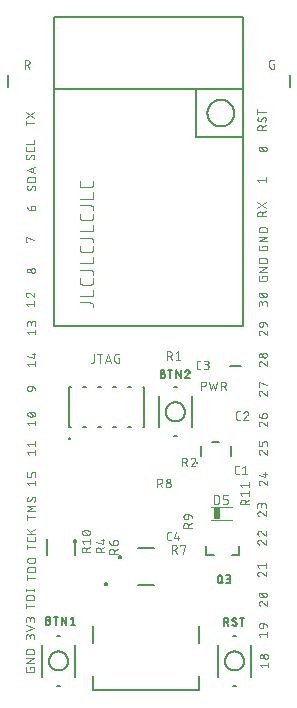
<source format=gbr>
G04 EAGLE Gerber RS-274X export*
G75*
%MOMM*%
%FSLAX34Y34*%
%LPD*%
%INSilkscreen Top*%
%IPPOS*%
%AMOC8*
5,1,8,0,0,1.08239X$1,22.5*%
G01*
%ADD10C,0.101600*%
%ADD11C,0.203200*%
%ADD12C,0.127000*%
%ADD13C,0.254000*%
%ADD14C,0.152400*%
%ADD15C,0.076200*%
%ADD16C,0.200000*%
%ADD17R,0.600000X1.100000*%


D10*
X66808Y331403D02*
X75896Y331403D01*
X75896Y331402D02*
X75995Y331400D01*
X76095Y331394D01*
X76194Y331385D01*
X76292Y331372D01*
X76390Y331355D01*
X76488Y331334D01*
X76584Y331309D01*
X76679Y331281D01*
X76773Y331249D01*
X76866Y331214D01*
X76958Y331175D01*
X77048Y331132D01*
X77136Y331087D01*
X77223Y331037D01*
X77307Y330985D01*
X77390Y330929D01*
X77470Y330871D01*
X77548Y330809D01*
X77623Y330744D01*
X77696Y330676D01*
X77766Y330606D01*
X77834Y330533D01*
X77899Y330458D01*
X77961Y330380D01*
X78019Y330300D01*
X78075Y330217D01*
X78127Y330133D01*
X78177Y330046D01*
X78222Y329958D01*
X78265Y329868D01*
X78304Y329776D01*
X78339Y329683D01*
X78371Y329589D01*
X78399Y329494D01*
X78424Y329398D01*
X78445Y329300D01*
X78462Y329202D01*
X78475Y329104D01*
X78484Y329005D01*
X78490Y328905D01*
X78492Y328806D01*
X78492Y327508D01*
X78492Y337080D02*
X66808Y337080D01*
X78492Y337080D02*
X78492Y342273D01*
X78492Y349145D02*
X78492Y351742D01*
X78492Y349145D02*
X78490Y349046D01*
X78484Y348946D01*
X78475Y348847D01*
X78462Y348749D01*
X78445Y348651D01*
X78424Y348553D01*
X78399Y348457D01*
X78371Y348362D01*
X78339Y348268D01*
X78304Y348175D01*
X78265Y348083D01*
X78222Y347993D01*
X78177Y347905D01*
X78127Y347818D01*
X78075Y347734D01*
X78019Y347651D01*
X77961Y347571D01*
X77899Y347493D01*
X77834Y347418D01*
X77766Y347345D01*
X77696Y347275D01*
X77623Y347207D01*
X77548Y347142D01*
X77470Y347080D01*
X77390Y347022D01*
X77307Y346966D01*
X77223Y346914D01*
X77136Y346864D01*
X77048Y346819D01*
X76958Y346776D01*
X76866Y346737D01*
X76773Y346702D01*
X76679Y346670D01*
X76584Y346642D01*
X76488Y346617D01*
X76390Y346596D01*
X76292Y346579D01*
X76194Y346566D01*
X76095Y346557D01*
X75995Y346551D01*
X75896Y346549D01*
X69404Y346549D01*
X69404Y346548D02*
X69305Y346550D01*
X69205Y346556D01*
X69106Y346565D01*
X69008Y346578D01*
X68910Y346596D01*
X68812Y346616D01*
X68716Y346641D01*
X68620Y346669D01*
X68526Y346701D01*
X68433Y346736D01*
X68342Y346775D01*
X68252Y346818D01*
X68163Y346863D01*
X68077Y346913D01*
X67992Y346965D01*
X67910Y347021D01*
X67830Y347080D01*
X67752Y347141D01*
X67676Y347206D01*
X67603Y347274D01*
X67533Y347344D01*
X67465Y347417D01*
X67400Y347493D01*
X67339Y347571D01*
X67280Y347651D01*
X67224Y347733D01*
X67172Y347818D01*
X67123Y347904D01*
X67077Y347993D01*
X67034Y348083D01*
X66995Y348174D01*
X66960Y348267D01*
X66928Y348361D01*
X66900Y348457D01*
X66875Y348553D01*
X66855Y348651D01*
X66837Y348749D01*
X66824Y348847D01*
X66815Y348946D01*
X66809Y349045D01*
X66807Y349145D01*
X66808Y349145D02*
X66808Y351742D01*
X66808Y358835D02*
X75896Y358835D01*
X75896Y358834D02*
X75995Y358832D01*
X76095Y358826D01*
X76194Y358817D01*
X76292Y358804D01*
X76390Y358787D01*
X76488Y358766D01*
X76584Y358741D01*
X76679Y358713D01*
X76773Y358681D01*
X76866Y358646D01*
X76958Y358607D01*
X77048Y358564D01*
X77136Y358519D01*
X77223Y358469D01*
X77307Y358417D01*
X77390Y358361D01*
X77470Y358303D01*
X77548Y358241D01*
X77623Y358176D01*
X77696Y358108D01*
X77766Y358038D01*
X77834Y357965D01*
X77899Y357890D01*
X77961Y357812D01*
X78019Y357732D01*
X78075Y357649D01*
X78127Y357565D01*
X78177Y357478D01*
X78222Y357390D01*
X78265Y357300D01*
X78304Y357208D01*
X78339Y357115D01*
X78371Y357021D01*
X78399Y356926D01*
X78424Y356830D01*
X78445Y356732D01*
X78462Y356634D01*
X78475Y356536D01*
X78484Y356437D01*
X78490Y356337D01*
X78492Y356238D01*
X78492Y354940D01*
X78492Y364512D02*
X66808Y364512D01*
X78492Y364512D02*
X78492Y369705D01*
X78492Y376577D02*
X78492Y379174D01*
X78492Y376577D02*
X78490Y376478D01*
X78484Y376378D01*
X78475Y376279D01*
X78462Y376181D01*
X78445Y376083D01*
X78424Y375985D01*
X78399Y375889D01*
X78371Y375794D01*
X78339Y375700D01*
X78304Y375607D01*
X78265Y375515D01*
X78222Y375425D01*
X78177Y375337D01*
X78127Y375250D01*
X78075Y375166D01*
X78019Y375083D01*
X77961Y375003D01*
X77899Y374925D01*
X77834Y374850D01*
X77766Y374777D01*
X77696Y374707D01*
X77623Y374639D01*
X77548Y374574D01*
X77470Y374512D01*
X77390Y374454D01*
X77307Y374398D01*
X77223Y374346D01*
X77136Y374296D01*
X77048Y374251D01*
X76958Y374208D01*
X76866Y374169D01*
X76773Y374134D01*
X76679Y374102D01*
X76584Y374074D01*
X76488Y374049D01*
X76390Y374028D01*
X76292Y374011D01*
X76194Y373998D01*
X76095Y373989D01*
X75995Y373983D01*
X75896Y373981D01*
X69404Y373981D01*
X69404Y373980D02*
X69305Y373982D01*
X69205Y373988D01*
X69106Y373997D01*
X69008Y374010D01*
X68910Y374028D01*
X68812Y374048D01*
X68716Y374073D01*
X68620Y374101D01*
X68526Y374133D01*
X68433Y374168D01*
X68342Y374207D01*
X68252Y374250D01*
X68163Y374295D01*
X68077Y374345D01*
X67992Y374397D01*
X67910Y374453D01*
X67830Y374512D01*
X67752Y374573D01*
X67676Y374638D01*
X67603Y374706D01*
X67533Y374776D01*
X67465Y374849D01*
X67400Y374925D01*
X67339Y375003D01*
X67280Y375083D01*
X67224Y375165D01*
X67172Y375250D01*
X67123Y375336D01*
X67077Y375425D01*
X67034Y375515D01*
X66995Y375606D01*
X66960Y375699D01*
X66928Y375793D01*
X66900Y375889D01*
X66875Y375985D01*
X66855Y376083D01*
X66837Y376181D01*
X66824Y376279D01*
X66815Y376378D01*
X66809Y376477D01*
X66807Y376577D01*
X66808Y376577D02*
X66808Y379174D01*
X66808Y386267D02*
X75896Y386267D01*
X75896Y386266D02*
X75995Y386264D01*
X76095Y386258D01*
X76194Y386249D01*
X76292Y386236D01*
X76390Y386219D01*
X76488Y386198D01*
X76584Y386173D01*
X76679Y386145D01*
X76773Y386113D01*
X76866Y386078D01*
X76958Y386039D01*
X77048Y385996D01*
X77136Y385951D01*
X77223Y385901D01*
X77307Y385849D01*
X77390Y385793D01*
X77470Y385735D01*
X77548Y385673D01*
X77623Y385608D01*
X77696Y385540D01*
X77766Y385470D01*
X77834Y385397D01*
X77899Y385322D01*
X77961Y385244D01*
X78019Y385164D01*
X78075Y385081D01*
X78127Y384997D01*
X78177Y384910D01*
X78222Y384822D01*
X78265Y384732D01*
X78304Y384640D01*
X78339Y384547D01*
X78371Y384453D01*
X78399Y384358D01*
X78424Y384262D01*
X78445Y384164D01*
X78462Y384066D01*
X78475Y383968D01*
X78484Y383869D01*
X78490Y383769D01*
X78492Y383670D01*
X78492Y382372D01*
X78492Y391944D02*
X66808Y391944D01*
X78492Y391944D02*
X78492Y397137D01*
X78492Y404009D02*
X78492Y406606D01*
X78492Y404009D02*
X78490Y403910D01*
X78484Y403810D01*
X78475Y403711D01*
X78462Y403613D01*
X78445Y403515D01*
X78424Y403417D01*
X78399Y403321D01*
X78371Y403226D01*
X78339Y403132D01*
X78304Y403039D01*
X78265Y402947D01*
X78222Y402857D01*
X78177Y402769D01*
X78127Y402682D01*
X78075Y402598D01*
X78019Y402515D01*
X77961Y402435D01*
X77899Y402357D01*
X77834Y402282D01*
X77766Y402209D01*
X77696Y402139D01*
X77623Y402071D01*
X77548Y402006D01*
X77470Y401944D01*
X77390Y401886D01*
X77307Y401830D01*
X77223Y401778D01*
X77136Y401728D01*
X77048Y401683D01*
X76958Y401640D01*
X76866Y401601D01*
X76773Y401566D01*
X76679Y401534D01*
X76584Y401506D01*
X76488Y401481D01*
X76390Y401460D01*
X76292Y401443D01*
X76194Y401430D01*
X76095Y401421D01*
X75995Y401415D01*
X75896Y401413D01*
X69404Y401413D01*
X69404Y401412D02*
X69305Y401414D01*
X69205Y401420D01*
X69106Y401429D01*
X69008Y401442D01*
X68910Y401460D01*
X68812Y401480D01*
X68716Y401505D01*
X68620Y401533D01*
X68526Y401565D01*
X68433Y401600D01*
X68342Y401639D01*
X68252Y401682D01*
X68163Y401727D01*
X68077Y401777D01*
X67992Y401829D01*
X67910Y401885D01*
X67830Y401944D01*
X67752Y402005D01*
X67676Y402070D01*
X67603Y402138D01*
X67533Y402208D01*
X67465Y402281D01*
X67400Y402357D01*
X67339Y402435D01*
X67280Y402515D01*
X67224Y402597D01*
X67172Y402682D01*
X67123Y402768D01*
X67077Y402857D01*
X67034Y402947D01*
X66995Y403038D01*
X66960Y403131D01*
X66928Y403225D01*
X66900Y403321D01*
X66875Y403417D01*
X66855Y403515D01*
X66837Y403613D01*
X66824Y403711D01*
X66815Y403810D01*
X66809Y403909D01*
X66807Y404009D01*
X66808Y404009D02*
X66808Y406606D01*
X66808Y413699D02*
X75896Y413699D01*
X75896Y413698D02*
X75995Y413696D01*
X76095Y413690D01*
X76194Y413681D01*
X76292Y413668D01*
X76390Y413651D01*
X76488Y413630D01*
X76584Y413605D01*
X76679Y413577D01*
X76773Y413545D01*
X76866Y413510D01*
X76958Y413471D01*
X77048Y413428D01*
X77136Y413383D01*
X77223Y413333D01*
X77307Y413281D01*
X77390Y413225D01*
X77470Y413167D01*
X77548Y413105D01*
X77623Y413040D01*
X77696Y412972D01*
X77766Y412902D01*
X77834Y412829D01*
X77899Y412754D01*
X77961Y412676D01*
X78019Y412596D01*
X78075Y412513D01*
X78127Y412429D01*
X78177Y412342D01*
X78222Y412254D01*
X78265Y412164D01*
X78304Y412072D01*
X78339Y411979D01*
X78371Y411885D01*
X78399Y411790D01*
X78424Y411694D01*
X78445Y411596D01*
X78462Y411498D01*
X78475Y411400D01*
X78484Y411301D01*
X78490Y411201D01*
X78492Y411102D01*
X78492Y409804D01*
X78492Y419376D02*
X66808Y419376D01*
X78492Y419376D02*
X78492Y424569D01*
X78492Y431441D02*
X78492Y434038D01*
X78492Y431441D02*
X78490Y431342D01*
X78484Y431242D01*
X78475Y431143D01*
X78462Y431045D01*
X78445Y430947D01*
X78424Y430849D01*
X78399Y430753D01*
X78371Y430658D01*
X78339Y430564D01*
X78304Y430471D01*
X78265Y430379D01*
X78222Y430289D01*
X78177Y430201D01*
X78127Y430114D01*
X78075Y430030D01*
X78019Y429947D01*
X77961Y429867D01*
X77899Y429789D01*
X77834Y429714D01*
X77766Y429641D01*
X77696Y429571D01*
X77623Y429503D01*
X77548Y429438D01*
X77470Y429376D01*
X77390Y429318D01*
X77307Y429262D01*
X77223Y429210D01*
X77136Y429160D01*
X77048Y429115D01*
X76958Y429072D01*
X76866Y429033D01*
X76773Y428998D01*
X76679Y428966D01*
X76584Y428938D01*
X76488Y428913D01*
X76390Y428892D01*
X76292Y428875D01*
X76194Y428862D01*
X76095Y428853D01*
X75995Y428847D01*
X75896Y428845D01*
X69404Y428845D01*
X69404Y428844D02*
X69305Y428846D01*
X69205Y428852D01*
X69106Y428861D01*
X69008Y428874D01*
X68910Y428892D01*
X68812Y428912D01*
X68716Y428937D01*
X68620Y428965D01*
X68526Y428997D01*
X68433Y429032D01*
X68342Y429071D01*
X68252Y429114D01*
X68163Y429159D01*
X68077Y429209D01*
X67992Y429261D01*
X67910Y429317D01*
X67830Y429376D01*
X67752Y429437D01*
X67676Y429502D01*
X67603Y429570D01*
X67533Y429640D01*
X67465Y429713D01*
X67400Y429789D01*
X67339Y429867D01*
X67280Y429947D01*
X67224Y430029D01*
X67172Y430114D01*
X67123Y430200D01*
X67077Y430289D01*
X67034Y430379D01*
X66995Y430470D01*
X66960Y430563D01*
X66928Y430657D01*
X66900Y430753D01*
X66875Y430849D01*
X66855Y430947D01*
X66837Y431045D01*
X66824Y431143D01*
X66815Y431242D01*
X66809Y431341D01*
X66807Y431441D01*
X66808Y431441D02*
X66808Y434038D01*
X28492Y483484D02*
X21380Y483484D01*
X21380Y485459D02*
X21380Y481508D01*
X28492Y487940D02*
X21380Y492682D01*
X21380Y487940D02*
X28492Y492682D01*
X217380Y404508D02*
X224492Y404508D01*
X217380Y404508D02*
X217380Y406484D01*
X217382Y406571D01*
X217388Y406659D01*
X217397Y406746D01*
X217411Y406832D01*
X217428Y406918D01*
X217449Y407002D01*
X217474Y407086D01*
X217503Y407169D01*
X217535Y407250D01*
X217570Y407330D01*
X217609Y407408D01*
X217652Y407485D01*
X217698Y407559D01*
X217747Y407631D01*
X217799Y407701D01*
X217855Y407769D01*
X217913Y407834D01*
X217974Y407897D01*
X218038Y407956D01*
X218105Y408013D01*
X218173Y408067D01*
X218245Y408118D01*
X218318Y408165D01*
X218393Y408210D01*
X218471Y408251D01*
X218550Y408288D01*
X218630Y408322D01*
X218712Y408352D01*
X218795Y408379D01*
X218880Y408402D01*
X218965Y408421D01*
X219051Y408436D01*
X219138Y408448D01*
X219225Y408456D01*
X219312Y408460D01*
X219400Y408460D01*
X219487Y408456D01*
X219574Y408448D01*
X219661Y408436D01*
X219747Y408421D01*
X219832Y408402D01*
X219917Y408379D01*
X220000Y408352D01*
X220082Y408322D01*
X220162Y408288D01*
X220241Y408251D01*
X220319Y408210D01*
X220394Y408165D01*
X220467Y408118D01*
X220539Y408067D01*
X220607Y408013D01*
X220674Y407956D01*
X220738Y407897D01*
X220799Y407834D01*
X220857Y407769D01*
X220913Y407701D01*
X220965Y407631D01*
X221014Y407559D01*
X221060Y407485D01*
X221103Y407408D01*
X221142Y407330D01*
X221177Y407250D01*
X221209Y407169D01*
X221238Y407086D01*
X221263Y407002D01*
X221284Y406918D01*
X221301Y406832D01*
X221315Y406746D01*
X221324Y406659D01*
X221330Y406571D01*
X221332Y406484D01*
X221331Y406484D02*
X221331Y404508D01*
X221331Y406879D02*
X224492Y408459D01*
X224492Y411368D02*
X217380Y416109D01*
X217380Y411368D02*
X224492Y416109D01*
X218960Y433508D02*
X217380Y435484D01*
X224492Y435484D01*
X224492Y437459D02*
X224492Y433508D01*
X221936Y459508D02*
X221788Y459510D01*
X221641Y459515D01*
X221493Y459525D01*
X221346Y459538D01*
X221199Y459554D01*
X221053Y459575D01*
X220908Y459599D01*
X220762Y459627D01*
X220618Y459658D01*
X220475Y459693D01*
X220332Y459732D01*
X220191Y459774D01*
X220050Y459820D01*
X219911Y459869D01*
X219773Y459922D01*
X219636Y459978D01*
X219501Y460038D01*
X219368Y460101D01*
X219297Y460127D01*
X219228Y460157D01*
X219160Y460191D01*
X219094Y460228D01*
X219030Y460268D01*
X218968Y460312D01*
X218909Y460358D01*
X218852Y460408D01*
X218798Y460461D01*
X218746Y460516D01*
X218698Y460574D01*
X218652Y460634D01*
X218610Y460697D01*
X218571Y460762D01*
X218535Y460828D01*
X218503Y460897D01*
X218475Y460966D01*
X218450Y461038D01*
X218429Y461110D01*
X218411Y461184D01*
X218398Y461258D01*
X218388Y461333D01*
X218382Y461408D01*
X218380Y461484D01*
X218382Y461560D01*
X218388Y461635D01*
X218398Y461710D01*
X218411Y461784D01*
X218429Y461858D01*
X218450Y461930D01*
X218475Y462002D01*
X218503Y462071D01*
X218535Y462140D01*
X218571Y462206D01*
X218610Y462271D01*
X218652Y462334D01*
X218698Y462394D01*
X218746Y462452D01*
X218798Y462507D01*
X218852Y462560D01*
X218909Y462610D01*
X218968Y462656D01*
X219030Y462700D01*
X219094Y462740D01*
X219160Y462777D01*
X219228Y462811D01*
X219297Y462841D01*
X219368Y462867D01*
X219368Y462866D02*
X219501Y462929D01*
X219636Y462989D01*
X219773Y463045D01*
X219911Y463098D01*
X220050Y463147D01*
X220191Y463193D01*
X220332Y463235D01*
X220475Y463274D01*
X220618Y463309D01*
X220762Y463340D01*
X220908Y463368D01*
X221053Y463392D01*
X221199Y463413D01*
X221346Y463429D01*
X221493Y463442D01*
X221641Y463452D01*
X221788Y463457D01*
X221936Y463459D01*
X221936Y459508D02*
X222084Y459510D01*
X222231Y459515D01*
X222379Y459525D01*
X222526Y459538D01*
X222673Y459554D01*
X222819Y459575D01*
X222964Y459599D01*
X223110Y459627D01*
X223254Y459658D01*
X223397Y459693D01*
X223540Y459732D01*
X223681Y459774D01*
X223822Y459820D01*
X223961Y459869D01*
X224099Y459922D01*
X224236Y459978D01*
X224371Y460038D01*
X224504Y460101D01*
X224575Y460127D01*
X224644Y460157D01*
X224712Y460191D01*
X224778Y460228D01*
X224842Y460268D01*
X224904Y460312D01*
X224963Y460358D01*
X225020Y460408D01*
X225074Y460461D01*
X225126Y460516D01*
X225174Y460574D01*
X225220Y460634D01*
X225262Y460697D01*
X225301Y460762D01*
X225337Y460828D01*
X225369Y460897D01*
X225397Y460967D01*
X225422Y461038D01*
X225443Y461110D01*
X225461Y461184D01*
X225474Y461258D01*
X225484Y461333D01*
X225490Y461408D01*
X225492Y461484D01*
X224504Y462866D02*
X224371Y462929D01*
X224236Y462989D01*
X224099Y463045D01*
X223961Y463098D01*
X223822Y463147D01*
X223681Y463193D01*
X223540Y463235D01*
X223397Y463274D01*
X223254Y463309D01*
X223110Y463340D01*
X222964Y463368D01*
X222819Y463392D01*
X222673Y463413D01*
X222526Y463429D01*
X222379Y463442D01*
X222231Y463452D01*
X222084Y463457D01*
X221936Y463459D01*
X224504Y462867D02*
X224575Y462841D01*
X224644Y462811D01*
X224712Y462777D01*
X224778Y462740D01*
X224842Y462700D01*
X224904Y462656D01*
X224963Y462610D01*
X225020Y462560D01*
X225074Y462507D01*
X225126Y462452D01*
X225174Y462394D01*
X225220Y462334D01*
X225262Y462271D01*
X225301Y462206D01*
X225337Y462140D01*
X225369Y462071D01*
X225397Y462001D01*
X225422Y461930D01*
X225443Y461858D01*
X225461Y461784D01*
X225474Y461710D01*
X225484Y461635D01*
X225490Y461560D01*
X225492Y461484D01*
X223912Y459903D02*
X219960Y463064D01*
X217380Y477508D02*
X224492Y477508D01*
X217380Y477508D02*
X217380Y479484D01*
X217382Y479571D01*
X217388Y479659D01*
X217397Y479746D01*
X217411Y479832D01*
X217428Y479918D01*
X217449Y480002D01*
X217474Y480086D01*
X217503Y480169D01*
X217535Y480250D01*
X217570Y480330D01*
X217609Y480408D01*
X217652Y480485D01*
X217698Y480559D01*
X217747Y480631D01*
X217799Y480701D01*
X217855Y480769D01*
X217913Y480834D01*
X217974Y480897D01*
X218038Y480956D01*
X218105Y481013D01*
X218173Y481067D01*
X218245Y481118D01*
X218318Y481165D01*
X218393Y481210D01*
X218471Y481251D01*
X218550Y481288D01*
X218630Y481322D01*
X218712Y481352D01*
X218795Y481379D01*
X218880Y481402D01*
X218965Y481421D01*
X219051Y481436D01*
X219138Y481448D01*
X219225Y481456D01*
X219312Y481460D01*
X219400Y481460D01*
X219487Y481456D01*
X219574Y481448D01*
X219661Y481436D01*
X219747Y481421D01*
X219832Y481402D01*
X219917Y481379D01*
X220000Y481352D01*
X220082Y481322D01*
X220162Y481288D01*
X220241Y481251D01*
X220319Y481210D01*
X220394Y481165D01*
X220467Y481118D01*
X220539Y481067D01*
X220607Y481013D01*
X220674Y480956D01*
X220738Y480897D01*
X220799Y480834D01*
X220857Y480769D01*
X220913Y480701D01*
X220965Y480631D01*
X221014Y480559D01*
X221060Y480485D01*
X221103Y480408D01*
X221142Y480330D01*
X221177Y480250D01*
X221209Y480169D01*
X221238Y480086D01*
X221263Y480002D01*
X221284Y479918D01*
X221301Y479832D01*
X221315Y479746D01*
X221324Y479659D01*
X221330Y479571D01*
X221332Y479484D01*
X221331Y479484D02*
X221331Y477508D01*
X221331Y479879D02*
X224492Y481459D01*
X224492Y486890D02*
X224490Y486968D01*
X224484Y487045D01*
X224475Y487122D01*
X224462Y487198D01*
X224445Y487274D01*
X224424Y487349D01*
X224400Y487422D01*
X224372Y487495D01*
X224340Y487566D01*
X224305Y487635D01*
X224267Y487702D01*
X224226Y487768D01*
X224181Y487831D01*
X224133Y487892D01*
X224083Y487951D01*
X224029Y488007D01*
X223973Y488061D01*
X223914Y488111D01*
X223853Y488159D01*
X223790Y488204D01*
X223724Y488245D01*
X223657Y488283D01*
X223588Y488318D01*
X223517Y488350D01*
X223444Y488378D01*
X223371Y488402D01*
X223296Y488423D01*
X223220Y488440D01*
X223144Y488453D01*
X223067Y488462D01*
X222990Y488468D01*
X222912Y488470D01*
X224492Y486890D02*
X224490Y486775D01*
X224484Y486661D01*
X224474Y486547D01*
X224461Y486433D01*
X224443Y486320D01*
X224421Y486207D01*
X224396Y486095D01*
X224367Y485985D01*
X224334Y485875D01*
X224297Y485766D01*
X224257Y485659D01*
X224213Y485553D01*
X224165Y485449D01*
X224114Y485346D01*
X224059Y485246D01*
X224001Y485147D01*
X223939Y485050D01*
X223875Y484956D01*
X223807Y484863D01*
X223735Y484773D01*
X223661Y484686D01*
X223584Y484601D01*
X223504Y484519D01*
X218960Y484717D02*
X218882Y484719D01*
X218805Y484725D01*
X218728Y484734D01*
X218652Y484747D01*
X218576Y484764D01*
X218501Y484785D01*
X218428Y484809D01*
X218355Y484837D01*
X218284Y484869D01*
X218215Y484904D01*
X218148Y484942D01*
X218082Y484983D01*
X218019Y485028D01*
X217958Y485076D01*
X217899Y485126D01*
X217843Y485180D01*
X217789Y485236D01*
X217739Y485295D01*
X217691Y485356D01*
X217646Y485419D01*
X217605Y485485D01*
X217567Y485552D01*
X217532Y485621D01*
X217500Y485692D01*
X217472Y485765D01*
X217448Y485838D01*
X217427Y485913D01*
X217410Y485989D01*
X217397Y486065D01*
X217388Y486142D01*
X217382Y486219D01*
X217380Y486297D01*
X217382Y486403D01*
X217388Y486509D01*
X217397Y486614D01*
X217410Y486719D01*
X217427Y486824D01*
X217448Y486928D01*
X217472Y487031D01*
X217500Y487133D01*
X217532Y487234D01*
X217567Y487334D01*
X217606Y487432D01*
X217649Y487530D01*
X217694Y487625D01*
X217743Y487719D01*
X217796Y487811D01*
X217852Y487901D01*
X217911Y487989D01*
X217973Y488075D01*
X220343Y485507D02*
X220301Y485440D01*
X220256Y485375D01*
X220207Y485312D01*
X220156Y485251D01*
X220101Y485194D01*
X220044Y485139D01*
X219984Y485086D01*
X219922Y485037D01*
X219857Y484991D01*
X219791Y484949D01*
X219722Y484909D01*
X219651Y484873D01*
X219578Y484841D01*
X219504Y484812D01*
X219429Y484787D01*
X219353Y484766D01*
X219275Y484748D01*
X219197Y484735D01*
X219118Y484725D01*
X219039Y484719D01*
X218960Y484717D01*
X221529Y487680D02*
X221571Y487747D01*
X221616Y487812D01*
X221665Y487875D01*
X221716Y487936D01*
X221771Y487993D01*
X221828Y488048D01*
X221888Y488101D01*
X221950Y488150D01*
X222015Y488196D01*
X222081Y488238D01*
X222150Y488278D01*
X222221Y488314D01*
X222294Y488346D01*
X222368Y488375D01*
X222443Y488400D01*
X222519Y488421D01*
X222597Y488439D01*
X222675Y488452D01*
X222754Y488462D01*
X222833Y488468D01*
X222912Y488470D01*
X221529Y487680D02*
X220343Y485507D01*
X217380Y493078D02*
X224492Y493078D01*
X217380Y491103D02*
X217380Y495054D01*
X221541Y379459D02*
X221541Y378274D01*
X221541Y379459D02*
X225492Y379459D01*
X225492Y377088D01*
X225490Y377010D01*
X225484Y376933D01*
X225475Y376856D01*
X225462Y376780D01*
X225445Y376704D01*
X225424Y376629D01*
X225400Y376556D01*
X225372Y376483D01*
X225340Y376412D01*
X225305Y376343D01*
X225267Y376276D01*
X225226Y376210D01*
X225181Y376147D01*
X225133Y376086D01*
X225083Y376027D01*
X225029Y375971D01*
X224973Y375917D01*
X224914Y375867D01*
X224853Y375819D01*
X224790Y375774D01*
X224724Y375733D01*
X224657Y375695D01*
X224588Y375660D01*
X224517Y375628D01*
X224444Y375600D01*
X224371Y375576D01*
X224296Y375555D01*
X224220Y375538D01*
X224144Y375525D01*
X224067Y375516D01*
X223990Y375510D01*
X223912Y375508D01*
X219960Y375508D01*
X219882Y375510D01*
X219805Y375516D01*
X219728Y375525D01*
X219652Y375538D01*
X219576Y375555D01*
X219501Y375576D01*
X219427Y375600D01*
X219355Y375628D01*
X219284Y375660D01*
X219215Y375695D01*
X219147Y375733D01*
X219082Y375774D01*
X219018Y375819D01*
X218957Y375867D01*
X218898Y375918D01*
X218842Y375971D01*
X218789Y376027D01*
X218738Y376086D01*
X218690Y376147D01*
X218645Y376211D01*
X218604Y376276D01*
X218566Y376344D01*
X218531Y376413D01*
X218499Y376484D01*
X218471Y376556D01*
X218447Y376630D01*
X218426Y376705D01*
X218409Y376781D01*
X218396Y376857D01*
X218387Y376934D01*
X218381Y377011D01*
X218379Y377089D01*
X218380Y377088D02*
X218380Y379459D01*
X218380Y383311D02*
X225492Y383311D01*
X225492Y387262D02*
X218380Y383311D01*
X218380Y387262D02*
X225492Y387262D01*
X225492Y391114D02*
X218380Y391114D01*
X218380Y393089D01*
X218382Y393175D01*
X218388Y393261D01*
X218397Y393347D01*
X218410Y393432D01*
X218427Y393517D01*
X218447Y393600D01*
X218471Y393683D01*
X218499Y393765D01*
X218530Y393845D01*
X218565Y393924D01*
X218603Y394001D01*
X218645Y394077D01*
X218689Y394151D01*
X218737Y394222D01*
X218788Y394292D01*
X218842Y394359D01*
X218899Y394424D01*
X218959Y394486D01*
X219021Y394546D01*
X219086Y394603D01*
X219153Y394657D01*
X219223Y394708D01*
X219294Y394756D01*
X219368Y394800D01*
X219444Y394842D01*
X219521Y394880D01*
X219600Y394915D01*
X219680Y394946D01*
X219762Y394974D01*
X219845Y394998D01*
X219928Y395018D01*
X220013Y395035D01*
X220098Y395048D01*
X220184Y395057D01*
X220270Y395063D01*
X220356Y395065D01*
X223516Y395065D01*
X223602Y395063D01*
X223688Y395057D01*
X223774Y395048D01*
X223859Y395035D01*
X223944Y395018D01*
X224027Y394998D01*
X224110Y394974D01*
X224192Y394946D01*
X224272Y394915D01*
X224351Y394880D01*
X224428Y394842D01*
X224504Y394800D01*
X224578Y394756D01*
X224649Y394708D01*
X224719Y394657D01*
X224786Y394603D01*
X224851Y394546D01*
X224913Y394486D01*
X224973Y394424D01*
X225030Y394359D01*
X225084Y394292D01*
X225135Y394222D01*
X225183Y394151D01*
X225227Y394077D01*
X225269Y394001D01*
X225307Y393924D01*
X225342Y393845D01*
X225373Y393765D01*
X225401Y393683D01*
X225425Y393600D01*
X225445Y393517D01*
X225462Y393432D01*
X225475Y393347D01*
X225484Y393261D01*
X225490Y393175D01*
X225492Y393089D01*
X225492Y391114D01*
X221541Y353459D02*
X221541Y352274D01*
X221541Y353459D02*
X225492Y353459D01*
X225492Y351088D01*
X225490Y351010D01*
X225484Y350933D01*
X225475Y350856D01*
X225462Y350780D01*
X225445Y350704D01*
X225424Y350629D01*
X225400Y350556D01*
X225372Y350483D01*
X225340Y350412D01*
X225305Y350343D01*
X225267Y350276D01*
X225226Y350210D01*
X225181Y350147D01*
X225133Y350086D01*
X225083Y350027D01*
X225029Y349971D01*
X224973Y349917D01*
X224914Y349867D01*
X224853Y349819D01*
X224790Y349774D01*
X224724Y349733D01*
X224657Y349695D01*
X224588Y349660D01*
X224517Y349628D01*
X224444Y349600D01*
X224371Y349576D01*
X224296Y349555D01*
X224220Y349538D01*
X224144Y349525D01*
X224067Y349516D01*
X223990Y349510D01*
X223912Y349508D01*
X219960Y349508D01*
X219882Y349510D01*
X219805Y349516D01*
X219728Y349525D01*
X219652Y349538D01*
X219576Y349555D01*
X219501Y349576D01*
X219427Y349600D01*
X219355Y349628D01*
X219284Y349660D01*
X219215Y349695D01*
X219147Y349733D01*
X219082Y349774D01*
X219018Y349819D01*
X218957Y349867D01*
X218898Y349918D01*
X218842Y349971D01*
X218789Y350027D01*
X218738Y350086D01*
X218690Y350147D01*
X218645Y350211D01*
X218604Y350276D01*
X218566Y350344D01*
X218531Y350413D01*
X218499Y350484D01*
X218471Y350556D01*
X218447Y350630D01*
X218426Y350705D01*
X218409Y350781D01*
X218396Y350857D01*
X218387Y350934D01*
X218381Y351011D01*
X218379Y351089D01*
X218380Y351088D02*
X218380Y353459D01*
X218380Y357311D02*
X225492Y357311D01*
X225492Y361262D02*
X218380Y357311D01*
X218380Y361262D02*
X225492Y361262D01*
X225492Y365114D02*
X218380Y365114D01*
X218380Y367089D01*
X218382Y367175D01*
X218388Y367261D01*
X218397Y367347D01*
X218410Y367432D01*
X218427Y367517D01*
X218447Y367600D01*
X218471Y367683D01*
X218499Y367765D01*
X218530Y367845D01*
X218565Y367924D01*
X218603Y368001D01*
X218645Y368077D01*
X218689Y368151D01*
X218737Y368222D01*
X218788Y368292D01*
X218842Y368359D01*
X218899Y368424D01*
X218959Y368486D01*
X219021Y368546D01*
X219086Y368603D01*
X219153Y368657D01*
X219223Y368708D01*
X219294Y368756D01*
X219368Y368800D01*
X219444Y368842D01*
X219521Y368880D01*
X219600Y368915D01*
X219680Y368946D01*
X219762Y368974D01*
X219845Y368998D01*
X219928Y369018D01*
X220013Y369035D01*
X220098Y369048D01*
X220184Y369057D01*
X220270Y369063D01*
X220356Y369065D01*
X223516Y369065D01*
X223602Y369063D01*
X223688Y369057D01*
X223774Y369048D01*
X223859Y369035D01*
X223944Y369018D01*
X224027Y368998D01*
X224110Y368974D01*
X224192Y368946D01*
X224272Y368915D01*
X224351Y368880D01*
X224428Y368842D01*
X224504Y368800D01*
X224578Y368756D01*
X224649Y368708D01*
X224719Y368657D01*
X224786Y368603D01*
X224851Y368546D01*
X224913Y368486D01*
X224973Y368424D01*
X225030Y368359D01*
X225084Y368292D01*
X225135Y368222D01*
X225183Y368151D01*
X225227Y368077D01*
X225269Y368001D01*
X225307Y367924D01*
X225342Y367845D01*
X225373Y367765D01*
X225401Y367683D01*
X225425Y367600D01*
X225445Y367517D01*
X225462Y367432D01*
X225475Y367347D01*
X225484Y367261D01*
X225490Y367175D01*
X225492Y367089D01*
X225492Y365114D01*
X225492Y330484D02*
X225492Y328508D01*
X225492Y330484D02*
X225490Y330571D01*
X225484Y330659D01*
X225475Y330746D01*
X225461Y330832D01*
X225444Y330918D01*
X225423Y331002D01*
X225398Y331086D01*
X225369Y331169D01*
X225337Y331250D01*
X225302Y331330D01*
X225263Y331408D01*
X225220Y331485D01*
X225174Y331559D01*
X225125Y331631D01*
X225073Y331701D01*
X225017Y331769D01*
X224959Y331834D01*
X224898Y331897D01*
X224834Y331956D01*
X224767Y332013D01*
X224699Y332067D01*
X224627Y332118D01*
X224554Y332165D01*
X224479Y332210D01*
X224401Y332251D01*
X224322Y332288D01*
X224242Y332322D01*
X224160Y332352D01*
X224077Y332379D01*
X223992Y332402D01*
X223907Y332421D01*
X223821Y332436D01*
X223734Y332448D01*
X223647Y332456D01*
X223560Y332460D01*
X223472Y332460D01*
X223385Y332456D01*
X223298Y332448D01*
X223211Y332436D01*
X223125Y332421D01*
X223040Y332402D01*
X222955Y332379D01*
X222872Y332352D01*
X222790Y332322D01*
X222710Y332288D01*
X222631Y332251D01*
X222553Y332210D01*
X222478Y332165D01*
X222405Y332118D01*
X222333Y332067D01*
X222265Y332013D01*
X222198Y331956D01*
X222134Y331897D01*
X222073Y331834D01*
X222015Y331769D01*
X221959Y331701D01*
X221907Y331631D01*
X221858Y331559D01*
X221812Y331485D01*
X221769Y331408D01*
X221730Y331330D01*
X221695Y331250D01*
X221663Y331169D01*
X221634Y331086D01*
X221609Y331002D01*
X221588Y330918D01*
X221571Y330832D01*
X221557Y330746D01*
X221548Y330659D01*
X221542Y330571D01*
X221540Y330484D01*
X218380Y330879D02*
X218380Y328508D01*
X218380Y330879D02*
X218382Y330958D01*
X218388Y331036D01*
X218398Y331114D01*
X218411Y331192D01*
X218429Y331269D01*
X218450Y331345D01*
X218475Y331419D01*
X218504Y331493D01*
X218536Y331565D01*
X218572Y331635D01*
X218612Y331703D01*
X218655Y331769D01*
X218701Y331833D01*
X218750Y331895D01*
X218802Y331954D01*
X218857Y332010D01*
X218915Y332064D01*
X218975Y332114D01*
X219038Y332162D01*
X219103Y332206D01*
X219170Y332247D01*
X219239Y332285D01*
X219310Y332319D01*
X219383Y332350D01*
X219457Y332377D01*
X219532Y332400D01*
X219608Y332419D01*
X219686Y332435D01*
X219764Y332447D01*
X219842Y332455D01*
X219921Y332459D01*
X219999Y332459D01*
X220078Y332455D01*
X220156Y332447D01*
X220234Y332435D01*
X220312Y332419D01*
X220388Y332400D01*
X220463Y332377D01*
X220537Y332350D01*
X220610Y332319D01*
X220681Y332285D01*
X220750Y332247D01*
X220817Y332206D01*
X220882Y332162D01*
X220945Y332114D01*
X221005Y332064D01*
X221063Y332010D01*
X221118Y331954D01*
X221170Y331895D01*
X221219Y331833D01*
X221265Y331769D01*
X221308Y331703D01*
X221348Y331635D01*
X221384Y331565D01*
X221416Y331493D01*
X221445Y331419D01*
X221470Y331345D01*
X221491Y331269D01*
X221509Y331192D01*
X221522Y331114D01*
X221532Y331036D01*
X221538Y330958D01*
X221540Y330879D01*
X221541Y330879D02*
X221541Y329298D01*
X221936Y335823D02*
X221788Y335825D01*
X221641Y335830D01*
X221493Y335840D01*
X221346Y335853D01*
X221199Y335869D01*
X221053Y335890D01*
X220908Y335914D01*
X220762Y335942D01*
X220618Y335973D01*
X220475Y336008D01*
X220332Y336047D01*
X220191Y336089D01*
X220050Y336135D01*
X219911Y336184D01*
X219773Y336237D01*
X219636Y336293D01*
X219501Y336353D01*
X219368Y336416D01*
X219297Y336442D01*
X219228Y336472D01*
X219160Y336506D01*
X219094Y336543D01*
X219030Y336583D01*
X218968Y336627D01*
X218909Y336673D01*
X218852Y336723D01*
X218798Y336776D01*
X218746Y336831D01*
X218698Y336889D01*
X218652Y336949D01*
X218610Y337012D01*
X218571Y337077D01*
X218535Y337143D01*
X218503Y337212D01*
X218475Y337281D01*
X218450Y337353D01*
X218429Y337425D01*
X218411Y337499D01*
X218398Y337573D01*
X218388Y337648D01*
X218382Y337723D01*
X218380Y337799D01*
X218382Y337875D01*
X218388Y337950D01*
X218398Y338025D01*
X218411Y338099D01*
X218429Y338173D01*
X218450Y338245D01*
X218475Y338317D01*
X218503Y338386D01*
X218535Y338455D01*
X218571Y338521D01*
X218610Y338586D01*
X218652Y338649D01*
X218698Y338709D01*
X218746Y338767D01*
X218798Y338822D01*
X218852Y338875D01*
X218909Y338925D01*
X218968Y338971D01*
X219030Y339015D01*
X219094Y339055D01*
X219160Y339092D01*
X219228Y339126D01*
X219297Y339156D01*
X219368Y339182D01*
X219368Y339181D02*
X219501Y339244D01*
X219636Y339304D01*
X219773Y339360D01*
X219911Y339413D01*
X220050Y339462D01*
X220191Y339508D01*
X220332Y339550D01*
X220475Y339589D01*
X220618Y339624D01*
X220762Y339655D01*
X220908Y339683D01*
X221053Y339707D01*
X221199Y339728D01*
X221346Y339744D01*
X221493Y339757D01*
X221641Y339767D01*
X221788Y339772D01*
X221936Y339774D01*
X221936Y335823D02*
X222084Y335825D01*
X222231Y335830D01*
X222379Y335840D01*
X222526Y335853D01*
X222673Y335869D01*
X222819Y335890D01*
X222964Y335914D01*
X223110Y335942D01*
X223254Y335973D01*
X223397Y336008D01*
X223540Y336047D01*
X223681Y336089D01*
X223822Y336135D01*
X223961Y336184D01*
X224099Y336237D01*
X224236Y336293D01*
X224371Y336353D01*
X224504Y336416D01*
X224575Y336442D01*
X224644Y336472D01*
X224712Y336506D01*
X224778Y336543D01*
X224842Y336583D01*
X224904Y336627D01*
X224963Y336673D01*
X225020Y336723D01*
X225074Y336776D01*
X225126Y336831D01*
X225174Y336889D01*
X225220Y336949D01*
X225262Y337012D01*
X225301Y337077D01*
X225337Y337143D01*
X225369Y337212D01*
X225397Y337282D01*
X225422Y337353D01*
X225443Y337425D01*
X225461Y337499D01*
X225474Y337573D01*
X225484Y337648D01*
X225490Y337723D01*
X225492Y337799D01*
X224504Y339181D02*
X224371Y339244D01*
X224236Y339304D01*
X224099Y339360D01*
X223961Y339413D01*
X223822Y339462D01*
X223681Y339508D01*
X223540Y339550D01*
X223397Y339589D01*
X223254Y339624D01*
X223110Y339655D01*
X222964Y339683D01*
X222819Y339707D01*
X222673Y339728D01*
X222526Y339744D01*
X222379Y339757D01*
X222231Y339767D01*
X222084Y339772D01*
X221936Y339774D01*
X224504Y339182D02*
X224575Y339156D01*
X224644Y339126D01*
X224712Y339092D01*
X224778Y339055D01*
X224842Y339015D01*
X224904Y338971D01*
X224963Y338925D01*
X225020Y338875D01*
X225074Y338822D01*
X225126Y338767D01*
X225174Y338709D01*
X225220Y338649D01*
X225262Y338586D01*
X225301Y338521D01*
X225337Y338455D01*
X225369Y338386D01*
X225397Y338316D01*
X225422Y338245D01*
X225443Y338173D01*
X225461Y338099D01*
X225474Y338025D01*
X225484Y337950D01*
X225490Y337875D01*
X225492Y337799D01*
X223912Y336218D02*
X219960Y339379D01*
X220158Y307459D02*
X220076Y307457D01*
X219994Y307451D01*
X219912Y307442D01*
X219831Y307429D01*
X219751Y307412D01*
X219671Y307391D01*
X219593Y307367D01*
X219516Y307339D01*
X219440Y307308D01*
X219365Y307273D01*
X219293Y307234D01*
X219222Y307193D01*
X219153Y307148D01*
X219087Y307100D01*
X219022Y307049D01*
X218960Y306995D01*
X218901Y306938D01*
X218844Y306879D01*
X218790Y306817D01*
X218739Y306752D01*
X218691Y306686D01*
X218646Y306617D01*
X218605Y306546D01*
X218566Y306474D01*
X218531Y306399D01*
X218500Y306323D01*
X218472Y306246D01*
X218448Y306168D01*
X218427Y306088D01*
X218410Y306008D01*
X218397Y305927D01*
X218388Y305845D01*
X218382Y305763D01*
X218380Y305681D01*
X218382Y305588D01*
X218388Y305496D01*
X218397Y305404D01*
X218410Y305312D01*
X218427Y305221D01*
X218447Y305131D01*
X218471Y305041D01*
X218499Y304953D01*
X218531Y304865D01*
X218565Y304780D01*
X218604Y304695D01*
X218645Y304613D01*
X218690Y304532D01*
X218739Y304452D01*
X218790Y304375D01*
X218844Y304300D01*
X218902Y304228D01*
X218962Y304157D01*
X219026Y304090D01*
X219091Y304025D01*
X219160Y303962D01*
X219231Y303903D01*
X219304Y303846D01*
X219380Y303792D01*
X219457Y303742D01*
X219537Y303694D01*
X219619Y303650D01*
X219702Y303610D01*
X219787Y303572D01*
X219873Y303538D01*
X219960Y303508D01*
X221541Y306866D02*
X221480Y306927D01*
X221417Y306985D01*
X221351Y307040D01*
X221283Y307093D01*
X221212Y307142D01*
X221140Y307187D01*
X221065Y307230D01*
X220989Y307269D01*
X220910Y307305D01*
X220831Y307337D01*
X220750Y307365D01*
X220667Y307390D01*
X220584Y307411D01*
X220500Y307428D01*
X220415Y307442D01*
X220330Y307451D01*
X220244Y307457D01*
X220158Y307459D01*
X221541Y306866D02*
X225492Y303508D01*
X225492Y307459D01*
X222331Y312404D02*
X222331Y314774D01*
X222331Y312404D02*
X222329Y312326D01*
X222323Y312249D01*
X222314Y312172D01*
X222301Y312096D01*
X222284Y312020D01*
X222263Y311945D01*
X222239Y311872D01*
X222211Y311799D01*
X222179Y311728D01*
X222144Y311659D01*
X222106Y311592D01*
X222065Y311526D01*
X222020Y311463D01*
X221972Y311402D01*
X221922Y311343D01*
X221868Y311287D01*
X221812Y311233D01*
X221753Y311183D01*
X221692Y311135D01*
X221629Y311090D01*
X221563Y311049D01*
X221496Y311011D01*
X221427Y310976D01*
X221356Y310944D01*
X221283Y310916D01*
X221210Y310892D01*
X221135Y310871D01*
X221059Y310854D01*
X220983Y310841D01*
X220906Y310832D01*
X220829Y310826D01*
X220751Y310824D01*
X220751Y310823D02*
X220356Y310823D01*
X220269Y310825D01*
X220181Y310831D01*
X220094Y310840D01*
X220008Y310854D01*
X219922Y310871D01*
X219838Y310892D01*
X219754Y310917D01*
X219671Y310946D01*
X219590Y310978D01*
X219510Y311013D01*
X219432Y311052D01*
X219355Y311095D01*
X219281Y311141D01*
X219209Y311190D01*
X219139Y311242D01*
X219071Y311298D01*
X219006Y311356D01*
X218943Y311417D01*
X218884Y311481D01*
X218827Y311548D01*
X218773Y311616D01*
X218722Y311688D01*
X218675Y311761D01*
X218630Y311836D01*
X218589Y311914D01*
X218552Y311993D01*
X218518Y312073D01*
X218488Y312155D01*
X218461Y312238D01*
X218438Y312323D01*
X218419Y312408D01*
X218404Y312494D01*
X218392Y312581D01*
X218384Y312668D01*
X218380Y312755D01*
X218380Y312843D01*
X218384Y312930D01*
X218392Y313017D01*
X218404Y313104D01*
X218419Y313190D01*
X218438Y313275D01*
X218461Y313360D01*
X218488Y313443D01*
X218518Y313525D01*
X218552Y313605D01*
X218589Y313684D01*
X218630Y313762D01*
X218675Y313837D01*
X218722Y313910D01*
X218773Y313982D01*
X218827Y314050D01*
X218884Y314117D01*
X218943Y314181D01*
X219006Y314242D01*
X219071Y314300D01*
X219139Y314356D01*
X219209Y314408D01*
X219281Y314457D01*
X219355Y314503D01*
X219432Y314546D01*
X219510Y314585D01*
X219590Y314620D01*
X219671Y314652D01*
X219754Y314681D01*
X219838Y314706D01*
X219922Y314727D01*
X220008Y314744D01*
X220094Y314758D01*
X220181Y314767D01*
X220269Y314773D01*
X220356Y314775D01*
X220356Y314774D02*
X222331Y314774D01*
X222441Y314772D01*
X222552Y314766D01*
X222661Y314757D01*
X222771Y314743D01*
X222880Y314726D01*
X222988Y314705D01*
X223096Y314680D01*
X223202Y314652D01*
X223308Y314619D01*
X223412Y314583D01*
X223515Y314544D01*
X223617Y314501D01*
X223717Y314454D01*
X223815Y314404D01*
X223912Y314351D01*
X224006Y314294D01*
X224099Y314234D01*
X224189Y314170D01*
X224277Y314104D01*
X224363Y314034D01*
X224446Y313962D01*
X224527Y313887D01*
X224605Y313809D01*
X224680Y313728D01*
X224752Y313645D01*
X224822Y313559D01*
X224888Y313471D01*
X224952Y313381D01*
X225012Y313288D01*
X225069Y313194D01*
X225122Y313097D01*
X225172Y312999D01*
X225219Y312899D01*
X225262Y312797D01*
X225301Y312694D01*
X225337Y312590D01*
X225370Y312484D01*
X225398Y312378D01*
X225423Y312270D01*
X225444Y312162D01*
X225461Y312053D01*
X225475Y311943D01*
X225484Y311834D01*
X225490Y311723D01*
X225492Y311613D01*
X220158Y281459D02*
X220076Y281457D01*
X219994Y281451D01*
X219912Y281442D01*
X219831Y281429D01*
X219751Y281412D01*
X219671Y281391D01*
X219593Y281367D01*
X219516Y281339D01*
X219440Y281308D01*
X219365Y281273D01*
X219293Y281234D01*
X219222Y281193D01*
X219153Y281148D01*
X219087Y281100D01*
X219022Y281049D01*
X218960Y280995D01*
X218901Y280938D01*
X218844Y280879D01*
X218790Y280817D01*
X218739Y280752D01*
X218691Y280686D01*
X218646Y280617D01*
X218605Y280546D01*
X218566Y280474D01*
X218531Y280399D01*
X218500Y280323D01*
X218472Y280246D01*
X218448Y280168D01*
X218427Y280088D01*
X218410Y280008D01*
X218397Y279927D01*
X218388Y279845D01*
X218382Y279763D01*
X218380Y279681D01*
X218382Y279588D01*
X218388Y279496D01*
X218397Y279404D01*
X218410Y279312D01*
X218427Y279221D01*
X218447Y279131D01*
X218471Y279041D01*
X218499Y278953D01*
X218531Y278865D01*
X218565Y278780D01*
X218604Y278695D01*
X218645Y278613D01*
X218690Y278532D01*
X218739Y278452D01*
X218790Y278375D01*
X218844Y278300D01*
X218902Y278228D01*
X218962Y278157D01*
X219026Y278090D01*
X219091Y278025D01*
X219160Y277962D01*
X219231Y277903D01*
X219304Y277846D01*
X219380Y277792D01*
X219457Y277742D01*
X219537Y277694D01*
X219619Y277650D01*
X219702Y277610D01*
X219787Y277572D01*
X219873Y277538D01*
X219960Y277508D01*
X221541Y280866D02*
X221480Y280927D01*
X221417Y280985D01*
X221351Y281040D01*
X221283Y281093D01*
X221212Y281142D01*
X221140Y281187D01*
X221065Y281230D01*
X220989Y281269D01*
X220910Y281305D01*
X220831Y281337D01*
X220750Y281365D01*
X220667Y281390D01*
X220584Y281411D01*
X220500Y281428D01*
X220415Y281442D01*
X220330Y281451D01*
X220244Y281457D01*
X220158Y281459D01*
X221541Y280866D02*
X225492Y277508D01*
X225492Y281459D01*
X223516Y284823D02*
X223429Y284825D01*
X223341Y284831D01*
X223254Y284840D01*
X223168Y284854D01*
X223082Y284871D01*
X222998Y284892D01*
X222914Y284917D01*
X222831Y284946D01*
X222750Y284978D01*
X222670Y285013D01*
X222592Y285052D01*
X222515Y285095D01*
X222441Y285141D01*
X222369Y285190D01*
X222299Y285242D01*
X222231Y285298D01*
X222166Y285356D01*
X222103Y285417D01*
X222044Y285481D01*
X221987Y285548D01*
X221933Y285616D01*
X221882Y285688D01*
X221835Y285761D01*
X221790Y285836D01*
X221749Y285914D01*
X221712Y285993D01*
X221678Y286073D01*
X221648Y286155D01*
X221621Y286238D01*
X221598Y286323D01*
X221579Y286408D01*
X221564Y286494D01*
X221552Y286581D01*
X221544Y286668D01*
X221540Y286755D01*
X221540Y286843D01*
X221544Y286930D01*
X221552Y287017D01*
X221564Y287104D01*
X221579Y287190D01*
X221598Y287275D01*
X221621Y287360D01*
X221648Y287443D01*
X221678Y287525D01*
X221712Y287605D01*
X221749Y287684D01*
X221790Y287762D01*
X221835Y287837D01*
X221882Y287910D01*
X221933Y287982D01*
X221987Y288050D01*
X222044Y288117D01*
X222103Y288181D01*
X222166Y288242D01*
X222231Y288300D01*
X222299Y288356D01*
X222369Y288408D01*
X222441Y288457D01*
X222515Y288503D01*
X222592Y288546D01*
X222670Y288585D01*
X222750Y288620D01*
X222831Y288652D01*
X222914Y288681D01*
X222998Y288706D01*
X223082Y288727D01*
X223168Y288744D01*
X223254Y288758D01*
X223341Y288767D01*
X223429Y288773D01*
X223516Y288775D01*
X223603Y288773D01*
X223691Y288767D01*
X223778Y288758D01*
X223864Y288744D01*
X223950Y288727D01*
X224034Y288706D01*
X224118Y288681D01*
X224201Y288652D01*
X224282Y288620D01*
X224362Y288585D01*
X224440Y288546D01*
X224517Y288503D01*
X224591Y288457D01*
X224663Y288408D01*
X224733Y288356D01*
X224801Y288300D01*
X224866Y288242D01*
X224929Y288181D01*
X224988Y288117D01*
X225045Y288050D01*
X225099Y287982D01*
X225150Y287910D01*
X225197Y287837D01*
X225242Y287762D01*
X225283Y287684D01*
X225320Y287605D01*
X225354Y287525D01*
X225384Y287443D01*
X225411Y287360D01*
X225434Y287275D01*
X225453Y287190D01*
X225468Y287104D01*
X225480Y287017D01*
X225488Y286930D01*
X225492Y286843D01*
X225492Y286755D01*
X225488Y286668D01*
X225480Y286581D01*
X225468Y286494D01*
X225453Y286408D01*
X225434Y286323D01*
X225411Y286238D01*
X225384Y286155D01*
X225354Y286073D01*
X225320Y285993D01*
X225283Y285914D01*
X225242Y285836D01*
X225197Y285761D01*
X225150Y285688D01*
X225099Y285616D01*
X225045Y285548D01*
X224988Y285481D01*
X224929Y285417D01*
X224866Y285356D01*
X224801Y285298D01*
X224733Y285242D01*
X224663Y285190D01*
X224591Y285141D01*
X224517Y285095D01*
X224440Y285052D01*
X224362Y285013D01*
X224282Y284978D01*
X224201Y284946D01*
X224118Y284917D01*
X224034Y284892D01*
X223950Y284871D01*
X223864Y284854D01*
X223778Y284840D01*
X223691Y284831D01*
X223603Y284825D01*
X223516Y284823D01*
X219960Y285219D02*
X219881Y285221D01*
X219803Y285227D01*
X219725Y285237D01*
X219647Y285250D01*
X219570Y285268D01*
X219494Y285289D01*
X219420Y285314D01*
X219346Y285343D01*
X219274Y285375D01*
X219204Y285411D01*
X219136Y285451D01*
X219070Y285494D01*
X219006Y285540D01*
X218944Y285589D01*
X218885Y285641D01*
X218829Y285696D01*
X218775Y285754D01*
X218725Y285814D01*
X218677Y285877D01*
X218633Y285942D01*
X218592Y286009D01*
X218554Y286078D01*
X218520Y286149D01*
X218489Y286222D01*
X218462Y286296D01*
X218439Y286371D01*
X218420Y286447D01*
X218404Y286525D01*
X218392Y286603D01*
X218384Y286681D01*
X218380Y286760D01*
X218380Y286838D01*
X218384Y286917D01*
X218392Y286995D01*
X218404Y287073D01*
X218420Y287151D01*
X218439Y287227D01*
X218462Y287302D01*
X218489Y287376D01*
X218520Y287449D01*
X218554Y287520D01*
X218592Y287589D01*
X218633Y287656D01*
X218677Y287721D01*
X218725Y287784D01*
X218775Y287844D01*
X218829Y287902D01*
X218885Y287957D01*
X218944Y288009D01*
X219006Y288058D01*
X219070Y288104D01*
X219136Y288147D01*
X219204Y288187D01*
X219274Y288223D01*
X219346Y288255D01*
X219420Y288284D01*
X219494Y288309D01*
X219570Y288330D01*
X219647Y288348D01*
X219725Y288361D01*
X219803Y288371D01*
X219881Y288377D01*
X219960Y288379D01*
X220039Y288377D01*
X220117Y288371D01*
X220195Y288361D01*
X220273Y288348D01*
X220350Y288330D01*
X220426Y288309D01*
X220500Y288284D01*
X220574Y288255D01*
X220646Y288223D01*
X220716Y288187D01*
X220784Y288147D01*
X220850Y288104D01*
X220914Y288058D01*
X220976Y288009D01*
X221035Y287957D01*
X221091Y287902D01*
X221145Y287844D01*
X221195Y287784D01*
X221243Y287721D01*
X221287Y287656D01*
X221328Y287589D01*
X221366Y287520D01*
X221400Y287449D01*
X221431Y287376D01*
X221458Y287302D01*
X221481Y287227D01*
X221500Y287151D01*
X221516Y287073D01*
X221528Y286995D01*
X221536Y286917D01*
X221540Y286838D01*
X221540Y286760D01*
X221536Y286681D01*
X221528Y286603D01*
X221516Y286525D01*
X221500Y286447D01*
X221481Y286371D01*
X221458Y286296D01*
X221431Y286222D01*
X221400Y286149D01*
X221366Y286078D01*
X221328Y286009D01*
X221287Y285942D01*
X221243Y285877D01*
X221195Y285814D01*
X221145Y285754D01*
X221091Y285696D01*
X221035Y285641D01*
X220976Y285589D01*
X220914Y285540D01*
X220850Y285494D01*
X220784Y285451D01*
X220716Y285411D01*
X220646Y285375D01*
X220574Y285343D01*
X220500Y285314D01*
X220426Y285289D01*
X220350Y285268D01*
X220273Y285250D01*
X220195Y285237D01*
X220117Y285227D01*
X220039Y285221D01*
X219960Y285219D01*
X220158Y256459D02*
X220076Y256457D01*
X219994Y256451D01*
X219912Y256442D01*
X219831Y256429D01*
X219751Y256412D01*
X219671Y256391D01*
X219593Y256367D01*
X219516Y256339D01*
X219440Y256308D01*
X219365Y256273D01*
X219293Y256234D01*
X219222Y256193D01*
X219153Y256148D01*
X219087Y256100D01*
X219022Y256049D01*
X218960Y255995D01*
X218901Y255938D01*
X218844Y255879D01*
X218790Y255817D01*
X218739Y255752D01*
X218691Y255686D01*
X218646Y255617D01*
X218605Y255546D01*
X218566Y255474D01*
X218531Y255399D01*
X218500Y255323D01*
X218472Y255246D01*
X218448Y255168D01*
X218427Y255088D01*
X218410Y255008D01*
X218397Y254927D01*
X218388Y254845D01*
X218382Y254763D01*
X218380Y254681D01*
X218382Y254588D01*
X218388Y254496D01*
X218397Y254404D01*
X218410Y254312D01*
X218427Y254221D01*
X218447Y254131D01*
X218471Y254041D01*
X218499Y253953D01*
X218531Y253865D01*
X218565Y253780D01*
X218604Y253695D01*
X218645Y253613D01*
X218690Y253532D01*
X218739Y253452D01*
X218790Y253375D01*
X218844Y253300D01*
X218902Y253228D01*
X218962Y253157D01*
X219026Y253090D01*
X219091Y253025D01*
X219160Y252962D01*
X219231Y252903D01*
X219304Y252846D01*
X219380Y252792D01*
X219457Y252742D01*
X219537Y252694D01*
X219619Y252650D01*
X219702Y252610D01*
X219787Y252572D01*
X219873Y252538D01*
X219960Y252508D01*
X221541Y255866D02*
X221480Y255927D01*
X221417Y255985D01*
X221351Y256040D01*
X221283Y256093D01*
X221212Y256142D01*
X221140Y256187D01*
X221065Y256230D01*
X220989Y256269D01*
X220910Y256305D01*
X220831Y256337D01*
X220750Y256365D01*
X220667Y256390D01*
X220584Y256411D01*
X220500Y256428D01*
X220415Y256442D01*
X220330Y256451D01*
X220244Y256457D01*
X220158Y256459D01*
X221541Y255866D02*
X225492Y252508D01*
X225492Y256459D01*
X219170Y259823D02*
X218380Y259823D01*
X218380Y263774D01*
X225492Y261799D01*
X220158Y230459D02*
X220076Y230457D01*
X219994Y230451D01*
X219912Y230442D01*
X219831Y230429D01*
X219751Y230412D01*
X219671Y230391D01*
X219593Y230367D01*
X219516Y230339D01*
X219440Y230308D01*
X219365Y230273D01*
X219293Y230234D01*
X219222Y230193D01*
X219153Y230148D01*
X219087Y230100D01*
X219022Y230049D01*
X218960Y229995D01*
X218901Y229938D01*
X218844Y229879D01*
X218790Y229817D01*
X218739Y229752D01*
X218691Y229686D01*
X218646Y229617D01*
X218605Y229546D01*
X218566Y229474D01*
X218531Y229399D01*
X218500Y229323D01*
X218472Y229246D01*
X218448Y229168D01*
X218427Y229088D01*
X218410Y229008D01*
X218397Y228927D01*
X218388Y228845D01*
X218382Y228763D01*
X218380Y228681D01*
X218382Y228588D01*
X218388Y228496D01*
X218397Y228404D01*
X218410Y228312D01*
X218427Y228221D01*
X218447Y228131D01*
X218471Y228041D01*
X218499Y227953D01*
X218531Y227865D01*
X218565Y227780D01*
X218604Y227695D01*
X218645Y227613D01*
X218690Y227532D01*
X218739Y227452D01*
X218790Y227375D01*
X218844Y227300D01*
X218902Y227228D01*
X218962Y227157D01*
X219026Y227090D01*
X219091Y227025D01*
X219160Y226962D01*
X219231Y226903D01*
X219304Y226846D01*
X219380Y226792D01*
X219457Y226742D01*
X219537Y226694D01*
X219619Y226650D01*
X219702Y226610D01*
X219787Y226572D01*
X219873Y226538D01*
X219960Y226508D01*
X221541Y229866D02*
X221480Y229927D01*
X221417Y229985D01*
X221351Y230040D01*
X221283Y230093D01*
X221212Y230142D01*
X221140Y230187D01*
X221065Y230230D01*
X220989Y230269D01*
X220910Y230305D01*
X220831Y230337D01*
X220750Y230365D01*
X220667Y230390D01*
X220584Y230411D01*
X220500Y230428D01*
X220415Y230442D01*
X220330Y230451D01*
X220244Y230457D01*
X220158Y230459D01*
X221541Y229866D02*
X225492Y226508D01*
X225492Y230459D01*
X221541Y233823D02*
X221541Y236194D01*
X221543Y236272D01*
X221549Y236349D01*
X221558Y236426D01*
X221571Y236502D01*
X221588Y236578D01*
X221609Y236653D01*
X221633Y236726D01*
X221661Y236799D01*
X221693Y236870D01*
X221728Y236939D01*
X221766Y237006D01*
X221807Y237072D01*
X221852Y237135D01*
X221900Y237196D01*
X221950Y237255D01*
X222004Y237311D01*
X222060Y237365D01*
X222119Y237415D01*
X222180Y237463D01*
X222243Y237508D01*
X222309Y237549D01*
X222376Y237587D01*
X222445Y237622D01*
X222516Y237654D01*
X222589Y237682D01*
X222662Y237706D01*
X222737Y237727D01*
X222813Y237744D01*
X222889Y237757D01*
X222966Y237766D01*
X223043Y237772D01*
X223121Y237774D01*
X223516Y237774D01*
X223516Y237775D02*
X223603Y237773D01*
X223691Y237767D01*
X223778Y237758D01*
X223864Y237744D01*
X223950Y237727D01*
X224034Y237706D01*
X224118Y237681D01*
X224201Y237652D01*
X224282Y237620D01*
X224362Y237585D01*
X224440Y237546D01*
X224517Y237503D01*
X224591Y237457D01*
X224663Y237408D01*
X224733Y237356D01*
X224801Y237300D01*
X224866Y237242D01*
X224929Y237181D01*
X224988Y237117D01*
X225045Y237050D01*
X225099Y236982D01*
X225150Y236910D01*
X225197Y236837D01*
X225242Y236762D01*
X225283Y236684D01*
X225320Y236605D01*
X225354Y236525D01*
X225384Y236443D01*
X225411Y236360D01*
X225434Y236275D01*
X225453Y236190D01*
X225468Y236104D01*
X225480Y236017D01*
X225488Y235930D01*
X225492Y235843D01*
X225492Y235755D01*
X225488Y235668D01*
X225480Y235581D01*
X225468Y235494D01*
X225453Y235408D01*
X225434Y235323D01*
X225411Y235238D01*
X225384Y235155D01*
X225354Y235073D01*
X225320Y234993D01*
X225283Y234914D01*
X225242Y234836D01*
X225197Y234761D01*
X225150Y234688D01*
X225099Y234616D01*
X225045Y234548D01*
X224988Y234481D01*
X224929Y234417D01*
X224866Y234356D01*
X224801Y234298D01*
X224733Y234242D01*
X224663Y234190D01*
X224591Y234141D01*
X224517Y234095D01*
X224440Y234052D01*
X224362Y234013D01*
X224282Y233978D01*
X224201Y233946D01*
X224118Y233917D01*
X224034Y233892D01*
X223950Y233871D01*
X223864Y233854D01*
X223778Y233840D01*
X223691Y233831D01*
X223603Y233825D01*
X223516Y233823D01*
X221541Y233823D01*
X221431Y233825D01*
X221321Y233831D01*
X221211Y233840D01*
X221101Y233854D01*
X220992Y233871D01*
X220884Y233892D01*
X220776Y233917D01*
X220670Y233945D01*
X220564Y233978D01*
X220460Y234014D01*
X220357Y234053D01*
X220255Y234096D01*
X220155Y234143D01*
X220057Y234193D01*
X219961Y234246D01*
X219866Y234303D01*
X219773Y234363D01*
X219683Y234427D01*
X219595Y234493D01*
X219509Y234563D01*
X219426Y234635D01*
X219345Y234710D01*
X219267Y234788D01*
X219192Y234869D01*
X219120Y234952D01*
X219050Y235038D01*
X218984Y235126D01*
X218920Y235216D01*
X218860Y235309D01*
X218804Y235403D01*
X218750Y235500D01*
X218700Y235598D01*
X218653Y235698D01*
X218610Y235800D01*
X218571Y235903D01*
X218535Y236007D01*
X218502Y236113D01*
X218474Y236219D01*
X218449Y236327D01*
X218428Y236435D01*
X218411Y236544D01*
X218397Y236654D01*
X218388Y236763D01*
X218382Y236874D01*
X218380Y236984D01*
X220158Y206459D02*
X220076Y206457D01*
X219994Y206451D01*
X219912Y206442D01*
X219831Y206429D01*
X219751Y206412D01*
X219671Y206391D01*
X219593Y206367D01*
X219516Y206339D01*
X219440Y206308D01*
X219365Y206273D01*
X219293Y206234D01*
X219222Y206193D01*
X219153Y206148D01*
X219087Y206100D01*
X219022Y206049D01*
X218960Y205995D01*
X218901Y205938D01*
X218844Y205879D01*
X218790Y205817D01*
X218739Y205752D01*
X218691Y205686D01*
X218646Y205617D01*
X218605Y205546D01*
X218566Y205474D01*
X218531Y205399D01*
X218500Y205323D01*
X218472Y205246D01*
X218448Y205168D01*
X218427Y205088D01*
X218410Y205008D01*
X218397Y204927D01*
X218388Y204845D01*
X218382Y204763D01*
X218380Y204681D01*
X218382Y204588D01*
X218388Y204496D01*
X218397Y204404D01*
X218410Y204312D01*
X218427Y204221D01*
X218447Y204131D01*
X218471Y204041D01*
X218499Y203953D01*
X218531Y203865D01*
X218565Y203780D01*
X218604Y203695D01*
X218645Y203613D01*
X218690Y203532D01*
X218739Y203452D01*
X218790Y203375D01*
X218844Y203300D01*
X218902Y203228D01*
X218962Y203157D01*
X219026Y203090D01*
X219091Y203025D01*
X219160Y202962D01*
X219231Y202903D01*
X219304Y202846D01*
X219380Y202792D01*
X219457Y202742D01*
X219537Y202694D01*
X219619Y202650D01*
X219702Y202610D01*
X219787Y202572D01*
X219873Y202538D01*
X219960Y202508D01*
X221541Y205866D02*
X221480Y205927D01*
X221417Y205985D01*
X221351Y206040D01*
X221283Y206093D01*
X221212Y206142D01*
X221140Y206187D01*
X221065Y206230D01*
X220989Y206269D01*
X220910Y206305D01*
X220831Y206337D01*
X220750Y206365D01*
X220667Y206390D01*
X220584Y206411D01*
X220500Y206428D01*
X220415Y206442D01*
X220330Y206451D01*
X220244Y206457D01*
X220158Y206459D01*
X221541Y205866D02*
X225492Y202508D01*
X225492Y206459D01*
X225492Y209823D02*
X225492Y212194D01*
X225490Y212272D01*
X225484Y212349D01*
X225475Y212426D01*
X225462Y212502D01*
X225445Y212578D01*
X225424Y212653D01*
X225400Y212726D01*
X225372Y212799D01*
X225340Y212870D01*
X225305Y212939D01*
X225267Y213006D01*
X225226Y213072D01*
X225181Y213135D01*
X225133Y213196D01*
X225083Y213255D01*
X225029Y213311D01*
X224973Y213365D01*
X224914Y213415D01*
X224853Y213463D01*
X224790Y213508D01*
X224724Y213549D01*
X224657Y213587D01*
X224588Y213622D01*
X224517Y213654D01*
X224444Y213682D01*
X224371Y213706D01*
X224296Y213727D01*
X224220Y213744D01*
X224144Y213757D01*
X224067Y213766D01*
X223990Y213772D01*
X223912Y213774D01*
X223121Y213774D01*
X223043Y213772D01*
X222966Y213766D01*
X222889Y213757D01*
X222813Y213744D01*
X222737Y213727D01*
X222662Y213706D01*
X222589Y213682D01*
X222516Y213654D01*
X222445Y213622D01*
X222376Y213587D01*
X222309Y213549D01*
X222243Y213508D01*
X222180Y213463D01*
X222119Y213415D01*
X222060Y213365D01*
X222004Y213311D01*
X221950Y213255D01*
X221900Y213196D01*
X221852Y213135D01*
X221807Y213072D01*
X221766Y213006D01*
X221728Y212939D01*
X221693Y212870D01*
X221661Y212799D01*
X221633Y212726D01*
X221609Y212653D01*
X221588Y212578D01*
X221571Y212502D01*
X221558Y212426D01*
X221549Y212349D01*
X221543Y212272D01*
X221541Y212194D01*
X221541Y209823D01*
X218380Y209823D01*
X218380Y213774D01*
X220158Y180459D02*
X220076Y180457D01*
X219994Y180451D01*
X219912Y180442D01*
X219831Y180429D01*
X219751Y180412D01*
X219671Y180391D01*
X219593Y180367D01*
X219516Y180339D01*
X219440Y180308D01*
X219365Y180273D01*
X219293Y180234D01*
X219222Y180193D01*
X219153Y180148D01*
X219087Y180100D01*
X219022Y180049D01*
X218960Y179995D01*
X218901Y179938D01*
X218844Y179879D01*
X218790Y179817D01*
X218739Y179752D01*
X218691Y179686D01*
X218646Y179617D01*
X218605Y179546D01*
X218566Y179474D01*
X218531Y179399D01*
X218500Y179323D01*
X218472Y179246D01*
X218448Y179168D01*
X218427Y179088D01*
X218410Y179008D01*
X218397Y178927D01*
X218388Y178845D01*
X218382Y178763D01*
X218380Y178681D01*
X218382Y178588D01*
X218388Y178496D01*
X218397Y178404D01*
X218410Y178312D01*
X218427Y178221D01*
X218447Y178131D01*
X218471Y178041D01*
X218499Y177953D01*
X218531Y177865D01*
X218565Y177780D01*
X218604Y177695D01*
X218645Y177613D01*
X218690Y177532D01*
X218739Y177452D01*
X218790Y177375D01*
X218844Y177300D01*
X218902Y177228D01*
X218962Y177157D01*
X219026Y177090D01*
X219091Y177025D01*
X219160Y176962D01*
X219231Y176903D01*
X219304Y176846D01*
X219380Y176792D01*
X219457Y176742D01*
X219537Y176694D01*
X219619Y176650D01*
X219702Y176610D01*
X219787Y176572D01*
X219873Y176538D01*
X219960Y176508D01*
X221541Y179866D02*
X221480Y179927D01*
X221417Y179985D01*
X221351Y180040D01*
X221283Y180093D01*
X221212Y180142D01*
X221140Y180187D01*
X221065Y180230D01*
X220989Y180269D01*
X220910Y180305D01*
X220831Y180337D01*
X220750Y180365D01*
X220667Y180390D01*
X220584Y180411D01*
X220500Y180428D01*
X220415Y180442D01*
X220330Y180451D01*
X220244Y180457D01*
X220158Y180459D01*
X221541Y179866D02*
X225492Y176508D01*
X225492Y180459D01*
X223912Y183823D02*
X218380Y185404D01*
X223912Y183823D02*
X223912Y187774D01*
X222331Y186589D02*
X225492Y186589D01*
X219158Y154459D02*
X219076Y154457D01*
X218994Y154451D01*
X218912Y154442D01*
X218831Y154429D01*
X218751Y154412D01*
X218671Y154391D01*
X218593Y154367D01*
X218516Y154339D01*
X218440Y154308D01*
X218365Y154273D01*
X218293Y154234D01*
X218222Y154193D01*
X218153Y154148D01*
X218087Y154100D01*
X218022Y154049D01*
X217960Y153995D01*
X217901Y153938D01*
X217844Y153879D01*
X217790Y153817D01*
X217739Y153752D01*
X217691Y153686D01*
X217646Y153617D01*
X217605Y153546D01*
X217566Y153474D01*
X217531Y153399D01*
X217500Y153323D01*
X217472Y153246D01*
X217448Y153168D01*
X217427Y153088D01*
X217410Y153008D01*
X217397Y152927D01*
X217388Y152845D01*
X217382Y152763D01*
X217380Y152681D01*
X217382Y152588D01*
X217388Y152496D01*
X217397Y152404D01*
X217410Y152312D01*
X217427Y152221D01*
X217447Y152131D01*
X217471Y152041D01*
X217499Y151953D01*
X217531Y151865D01*
X217565Y151780D01*
X217604Y151695D01*
X217645Y151613D01*
X217690Y151532D01*
X217739Y151452D01*
X217790Y151375D01*
X217844Y151300D01*
X217902Y151228D01*
X217962Y151157D01*
X218026Y151090D01*
X218091Y151025D01*
X218160Y150962D01*
X218231Y150903D01*
X218304Y150846D01*
X218380Y150792D01*
X218457Y150742D01*
X218537Y150694D01*
X218619Y150650D01*
X218702Y150610D01*
X218787Y150572D01*
X218873Y150538D01*
X218960Y150508D01*
X220541Y153866D02*
X220480Y153927D01*
X220417Y153985D01*
X220351Y154040D01*
X220283Y154093D01*
X220212Y154142D01*
X220140Y154187D01*
X220065Y154230D01*
X219989Y154269D01*
X219910Y154305D01*
X219831Y154337D01*
X219750Y154365D01*
X219667Y154390D01*
X219584Y154411D01*
X219500Y154428D01*
X219415Y154442D01*
X219330Y154451D01*
X219244Y154457D01*
X219158Y154459D01*
X220541Y153866D02*
X224492Y150508D01*
X224492Y154459D01*
X224492Y157823D02*
X224492Y159799D01*
X224490Y159886D01*
X224484Y159974D01*
X224475Y160061D01*
X224461Y160147D01*
X224444Y160233D01*
X224423Y160317D01*
X224398Y160401D01*
X224369Y160484D01*
X224337Y160565D01*
X224302Y160645D01*
X224263Y160723D01*
X224220Y160800D01*
X224174Y160874D01*
X224125Y160946D01*
X224073Y161016D01*
X224017Y161084D01*
X223959Y161149D01*
X223898Y161212D01*
X223834Y161271D01*
X223767Y161328D01*
X223699Y161382D01*
X223627Y161433D01*
X223554Y161480D01*
X223479Y161525D01*
X223401Y161566D01*
X223322Y161603D01*
X223242Y161637D01*
X223160Y161667D01*
X223077Y161694D01*
X222992Y161717D01*
X222907Y161736D01*
X222821Y161751D01*
X222734Y161763D01*
X222647Y161771D01*
X222560Y161775D01*
X222472Y161775D01*
X222385Y161771D01*
X222298Y161763D01*
X222211Y161751D01*
X222125Y161736D01*
X222040Y161717D01*
X221955Y161694D01*
X221872Y161667D01*
X221790Y161637D01*
X221710Y161603D01*
X221631Y161566D01*
X221553Y161525D01*
X221478Y161480D01*
X221405Y161433D01*
X221333Y161382D01*
X221265Y161328D01*
X221198Y161271D01*
X221134Y161212D01*
X221073Y161149D01*
X221015Y161084D01*
X220959Y161016D01*
X220907Y160946D01*
X220858Y160874D01*
X220812Y160800D01*
X220769Y160723D01*
X220730Y160645D01*
X220695Y160565D01*
X220663Y160484D01*
X220634Y160401D01*
X220609Y160317D01*
X220588Y160233D01*
X220571Y160147D01*
X220557Y160061D01*
X220548Y159974D01*
X220542Y159886D01*
X220540Y159799D01*
X217380Y160194D02*
X217380Y157823D01*
X217380Y160194D02*
X217382Y160273D01*
X217388Y160351D01*
X217398Y160429D01*
X217411Y160507D01*
X217429Y160584D01*
X217450Y160660D01*
X217475Y160734D01*
X217504Y160808D01*
X217536Y160880D01*
X217572Y160950D01*
X217612Y161018D01*
X217655Y161084D01*
X217701Y161148D01*
X217750Y161210D01*
X217802Y161269D01*
X217857Y161325D01*
X217915Y161379D01*
X217975Y161429D01*
X218038Y161477D01*
X218103Y161521D01*
X218170Y161562D01*
X218239Y161600D01*
X218310Y161634D01*
X218383Y161665D01*
X218457Y161692D01*
X218532Y161715D01*
X218608Y161734D01*
X218686Y161750D01*
X218764Y161762D01*
X218842Y161770D01*
X218921Y161774D01*
X218999Y161774D01*
X219078Y161770D01*
X219156Y161762D01*
X219234Y161750D01*
X219312Y161734D01*
X219388Y161715D01*
X219463Y161692D01*
X219537Y161665D01*
X219610Y161634D01*
X219681Y161600D01*
X219750Y161562D01*
X219817Y161521D01*
X219882Y161477D01*
X219945Y161429D01*
X220005Y161379D01*
X220063Y161325D01*
X220118Y161269D01*
X220170Y161210D01*
X220219Y161148D01*
X220265Y161084D01*
X220308Y161018D01*
X220348Y160950D01*
X220384Y160880D01*
X220416Y160808D01*
X220445Y160734D01*
X220470Y160660D01*
X220491Y160584D01*
X220509Y160507D01*
X220522Y160429D01*
X220532Y160351D01*
X220538Y160273D01*
X220540Y160194D01*
X220541Y160194D02*
X220541Y158613D01*
X219158Y130459D02*
X219076Y130457D01*
X218994Y130451D01*
X218912Y130442D01*
X218831Y130429D01*
X218751Y130412D01*
X218671Y130391D01*
X218593Y130367D01*
X218516Y130339D01*
X218440Y130308D01*
X218365Y130273D01*
X218293Y130234D01*
X218222Y130193D01*
X218153Y130148D01*
X218087Y130100D01*
X218022Y130049D01*
X217960Y129995D01*
X217901Y129938D01*
X217844Y129879D01*
X217790Y129817D01*
X217739Y129752D01*
X217691Y129686D01*
X217646Y129617D01*
X217605Y129546D01*
X217566Y129474D01*
X217531Y129399D01*
X217500Y129323D01*
X217472Y129246D01*
X217448Y129168D01*
X217427Y129088D01*
X217410Y129008D01*
X217397Y128927D01*
X217388Y128845D01*
X217382Y128763D01*
X217380Y128681D01*
X217382Y128588D01*
X217388Y128496D01*
X217397Y128404D01*
X217410Y128312D01*
X217427Y128221D01*
X217447Y128131D01*
X217471Y128041D01*
X217499Y127953D01*
X217531Y127865D01*
X217565Y127780D01*
X217604Y127695D01*
X217645Y127613D01*
X217690Y127532D01*
X217739Y127452D01*
X217790Y127375D01*
X217844Y127300D01*
X217902Y127228D01*
X217962Y127157D01*
X218026Y127090D01*
X218091Y127025D01*
X218160Y126962D01*
X218231Y126903D01*
X218304Y126846D01*
X218380Y126792D01*
X218457Y126742D01*
X218537Y126694D01*
X218619Y126650D01*
X218702Y126610D01*
X218787Y126572D01*
X218873Y126538D01*
X218960Y126508D01*
X220541Y129866D02*
X220480Y129927D01*
X220417Y129985D01*
X220351Y130040D01*
X220283Y130093D01*
X220212Y130142D01*
X220140Y130187D01*
X220065Y130230D01*
X219989Y130269D01*
X219910Y130305D01*
X219831Y130337D01*
X219750Y130365D01*
X219667Y130390D01*
X219584Y130411D01*
X219500Y130428D01*
X219415Y130442D01*
X219330Y130451D01*
X219244Y130457D01*
X219158Y130459D01*
X220541Y129866D02*
X224492Y126508D01*
X224492Y130459D01*
X217380Y135996D02*
X217382Y136078D01*
X217388Y136160D01*
X217397Y136242D01*
X217410Y136323D01*
X217427Y136403D01*
X217448Y136483D01*
X217472Y136561D01*
X217500Y136638D01*
X217531Y136714D01*
X217566Y136789D01*
X217605Y136861D01*
X217646Y136932D01*
X217691Y137001D01*
X217739Y137067D01*
X217790Y137132D01*
X217844Y137194D01*
X217901Y137253D01*
X217960Y137310D01*
X218022Y137364D01*
X218087Y137415D01*
X218153Y137463D01*
X218222Y137508D01*
X218293Y137549D01*
X218365Y137588D01*
X218440Y137623D01*
X218516Y137654D01*
X218593Y137682D01*
X218671Y137706D01*
X218751Y137727D01*
X218831Y137744D01*
X218912Y137757D01*
X218994Y137766D01*
X219076Y137772D01*
X219158Y137774D01*
X217380Y135996D02*
X217382Y135903D01*
X217388Y135811D01*
X217397Y135719D01*
X217410Y135627D01*
X217427Y135536D01*
X217447Y135446D01*
X217471Y135356D01*
X217499Y135268D01*
X217531Y135180D01*
X217565Y135095D01*
X217604Y135010D01*
X217645Y134928D01*
X217690Y134847D01*
X217739Y134767D01*
X217790Y134690D01*
X217844Y134615D01*
X217902Y134543D01*
X217962Y134472D01*
X218026Y134405D01*
X218091Y134340D01*
X218160Y134277D01*
X218231Y134218D01*
X218304Y134161D01*
X218380Y134107D01*
X218457Y134057D01*
X218537Y134009D01*
X218619Y133965D01*
X218702Y133925D01*
X218787Y133887D01*
X218873Y133853D01*
X218960Y133823D01*
X220541Y137182D02*
X220480Y137243D01*
X220417Y137301D01*
X220351Y137356D01*
X220283Y137409D01*
X220212Y137458D01*
X220140Y137503D01*
X220065Y137546D01*
X219989Y137585D01*
X219910Y137621D01*
X219831Y137653D01*
X219750Y137681D01*
X219667Y137706D01*
X219584Y137727D01*
X219500Y137744D01*
X219415Y137758D01*
X219330Y137767D01*
X219244Y137773D01*
X219158Y137775D01*
X220541Y137182D02*
X224492Y133823D01*
X224492Y137774D01*
X219158Y103459D02*
X219076Y103457D01*
X218994Y103451D01*
X218912Y103442D01*
X218831Y103429D01*
X218751Y103412D01*
X218671Y103391D01*
X218593Y103367D01*
X218516Y103339D01*
X218440Y103308D01*
X218365Y103273D01*
X218293Y103234D01*
X218222Y103193D01*
X218153Y103148D01*
X218087Y103100D01*
X218022Y103049D01*
X217960Y102995D01*
X217901Y102938D01*
X217844Y102879D01*
X217790Y102817D01*
X217739Y102752D01*
X217691Y102686D01*
X217646Y102617D01*
X217605Y102546D01*
X217566Y102474D01*
X217531Y102399D01*
X217500Y102323D01*
X217472Y102246D01*
X217448Y102168D01*
X217427Y102088D01*
X217410Y102008D01*
X217397Y101927D01*
X217388Y101845D01*
X217382Y101763D01*
X217380Y101681D01*
X217382Y101588D01*
X217388Y101496D01*
X217397Y101404D01*
X217410Y101312D01*
X217427Y101221D01*
X217447Y101131D01*
X217471Y101041D01*
X217499Y100953D01*
X217531Y100865D01*
X217565Y100780D01*
X217604Y100695D01*
X217645Y100613D01*
X217690Y100532D01*
X217739Y100452D01*
X217790Y100375D01*
X217844Y100300D01*
X217902Y100228D01*
X217962Y100157D01*
X218026Y100090D01*
X218091Y100025D01*
X218160Y99962D01*
X218231Y99903D01*
X218304Y99846D01*
X218380Y99792D01*
X218457Y99742D01*
X218537Y99694D01*
X218619Y99650D01*
X218702Y99610D01*
X218787Y99572D01*
X218873Y99538D01*
X218960Y99508D01*
X220541Y102866D02*
X220480Y102927D01*
X220417Y102985D01*
X220351Y103040D01*
X220283Y103093D01*
X220212Y103142D01*
X220140Y103187D01*
X220065Y103230D01*
X219989Y103269D01*
X219910Y103305D01*
X219831Y103337D01*
X219750Y103365D01*
X219667Y103390D01*
X219584Y103411D01*
X219500Y103428D01*
X219415Y103442D01*
X219330Y103451D01*
X219244Y103457D01*
X219158Y103459D01*
X220541Y102866D02*
X224492Y99508D01*
X224492Y103459D01*
X218960Y106823D02*
X217380Y108799D01*
X224492Y108799D01*
X224492Y110774D02*
X224492Y106823D01*
X220158Y78459D02*
X220076Y78457D01*
X219994Y78451D01*
X219912Y78442D01*
X219831Y78429D01*
X219751Y78412D01*
X219671Y78391D01*
X219593Y78367D01*
X219516Y78339D01*
X219440Y78308D01*
X219365Y78273D01*
X219293Y78234D01*
X219222Y78193D01*
X219153Y78148D01*
X219087Y78100D01*
X219022Y78049D01*
X218960Y77995D01*
X218901Y77938D01*
X218844Y77879D01*
X218790Y77817D01*
X218739Y77752D01*
X218691Y77686D01*
X218646Y77617D01*
X218605Y77546D01*
X218566Y77474D01*
X218531Y77399D01*
X218500Y77323D01*
X218472Y77246D01*
X218448Y77168D01*
X218427Y77088D01*
X218410Y77008D01*
X218397Y76927D01*
X218388Y76845D01*
X218382Y76763D01*
X218380Y76681D01*
X218382Y76588D01*
X218388Y76496D01*
X218397Y76404D01*
X218410Y76312D01*
X218427Y76221D01*
X218447Y76131D01*
X218471Y76041D01*
X218499Y75953D01*
X218531Y75865D01*
X218565Y75780D01*
X218604Y75695D01*
X218645Y75613D01*
X218690Y75532D01*
X218739Y75452D01*
X218790Y75375D01*
X218844Y75300D01*
X218902Y75228D01*
X218962Y75157D01*
X219026Y75090D01*
X219091Y75025D01*
X219160Y74962D01*
X219231Y74903D01*
X219304Y74846D01*
X219380Y74792D01*
X219457Y74742D01*
X219537Y74694D01*
X219619Y74650D01*
X219702Y74610D01*
X219787Y74572D01*
X219873Y74538D01*
X219960Y74508D01*
X221541Y77866D02*
X221480Y77927D01*
X221417Y77985D01*
X221351Y78040D01*
X221283Y78093D01*
X221212Y78142D01*
X221140Y78187D01*
X221065Y78230D01*
X220989Y78269D01*
X220910Y78305D01*
X220831Y78337D01*
X220750Y78365D01*
X220667Y78390D01*
X220584Y78411D01*
X220500Y78428D01*
X220415Y78442D01*
X220330Y78451D01*
X220244Y78457D01*
X220158Y78459D01*
X221541Y77866D02*
X225492Y74508D01*
X225492Y78459D01*
X221936Y81823D02*
X221788Y81825D01*
X221641Y81830D01*
X221493Y81840D01*
X221346Y81853D01*
X221199Y81869D01*
X221053Y81890D01*
X220908Y81914D01*
X220762Y81942D01*
X220618Y81973D01*
X220475Y82008D01*
X220332Y82047D01*
X220191Y82089D01*
X220050Y82135D01*
X219911Y82184D01*
X219773Y82237D01*
X219636Y82293D01*
X219501Y82353D01*
X219368Y82416D01*
X219297Y82442D01*
X219228Y82472D01*
X219160Y82506D01*
X219094Y82543D01*
X219030Y82583D01*
X218968Y82627D01*
X218909Y82673D01*
X218852Y82723D01*
X218798Y82776D01*
X218746Y82831D01*
X218698Y82889D01*
X218652Y82949D01*
X218610Y83012D01*
X218571Y83077D01*
X218535Y83143D01*
X218503Y83212D01*
X218475Y83281D01*
X218450Y83353D01*
X218429Y83425D01*
X218411Y83499D01*
X218398Y83573D01*
X218388Y83648D01*
X218382Y83723D01*
X218380Y83799D01*
X218382Y83875D01*
X218388Y83950D01*
X218398Y84025D01*
X218411Y84099D01*
X218429Y84173D01*
X218450Y84245D01*
X218475Y84317D01*
X218503Y84386D01*
X218535Y84455D01*
X218571Y84521D01*
X218610Y84586D01*
X218652Y84649D01*
X218698Y84709D01*
X218746Y84767D01*
X218798Y84822D01*
X218852Y84875D01*
X218909Y84925D01*
X218968Y84971D01*
X219030Y85015D01*
X219094Y85055D01*
X219160Y85092D01*
X219228Y85126D01*
X219297Y85156D01*
X219368Y85182D01*
X219368Y85181D02*
X219501Y85244D01*
X219636Y85304D01*
X219773Y85360D01*
X219911Y85413D01*
X220050Y85462D01*
X220191Y85508D01*
X220332Y85550D01*
X220475Y85589D01*
X220618Y85624D01*
X220762Y85655D01*
X220908Y85683D01*
X221053Y85707D01*
X221199Y85728D01*
X221346Y85744D01*
X221493Y85757D01*
X221641Y85767D01*
X221788Y85772D01*
X221936Y85774D01*
X221936Y81823D02*
X222084Y81825D01*
X222231Y81830D01*
X222379Y81840D01*
X222526Y81853D01*
X222673Y81869D01*
X222819Y81890D01*
X222964Y81914D01*
X223110Y81942D01*
X223254Y81973D01*
X223397Y82008D01*
X223540Y82047D01*
X223681Y82089D01*
X223822Y82135D01*
X223961Y82184D01*
X224099Y82237D01*
X224236Y82293D01*
X224371Y82353D01*
X224504Y82416D01*
X224575Y82442D01*
X224644Y82472D01*
X224712Y82506D01*
X224778Y82543D01*
X224842Y82583D01*
X224904Y82627D01*
X224963Y82673D01*
X225020Y82723D01*
X225074Y82776D01*
X225126Y82831D01*
X225174Y82889D01*
X225220Y82949D01*
X225262Y83012D01*
X225301Y83077D01*
X225337Y83143D01*
X225369Y83212D01*
X225397Y83282D01*
X225422Y83353D01*
X225443Y83425D01*
X225461Y83499D01*
X225474Y83573D01*
X225484Y83648D01*
X225490Y83723D01*
X225492Y83799D01*
X224504Y85181D02*
X224371Y85244D01*
X224236Y85304D01*
X224099Y85360D01*
X223961Y85413D01*
X223822Y85462D01*
X223681Y85508D01*
X223540Y85550D01*
X223397Y85589D01*
X223254Y85624D01*
X223110Y85655D01*
X222964Y85683D01*
X222819Y85707D01*
X222673Y85728D01*
X222526Y85744D01*
X222379Y85757D01*
X222231Y85767D01*
X222084Y85772D01*
X221936Y85774D01*
X224504Y85182D02*
X224575Y85156D01*
X224644Y85126D01*
X224712Y85092D01*
X224778Y85055D01*
X224842Y85015D01*
X224904Y84971D01*
X224963Y84925D01*
X225020Y84875D01*
X225074Y84822D01*
X225126Y84767D01*
X225174Y84709D01*
X225220Y84649D01*
X225262Y84586D01*
X225301Y84521D01*
X225337Y84455D01*
X225369Y84386D01*
X225397Y84316D01*
X225422Y84245D01*
X225443Y84173D01*
X225461Y84099D01*
X225474Y84025D01*
X225484Y83950D01*
X225490Y83875D01*
X225492Y83799D01*
X223912Y82218D02*
X219960Y85379D01*
X218380Y50484D02*
X219960Y48508D01*
X218380Y50484D02*
X225492Y50484D01*
X225492Y52459D02*
X225492Y48508D01*
X222331Y57404D02*
X222331Y59774D01*
X222331Y57404D02*
X222329Y57326D01*
X222323Y57249D01*
X222314Y57172D01*
X222301Y57096D01*
X222284Y57020D01*
X222263Y56945D01*
X222239Y56872D01*
X222211Y56799D01*
X222179Y56728D01*
X222144Y56659D01*
X222106Y56592D01*
X222065Y56526D01*
X222020Y56463D01*
X221972Y56402D01*
X221922Y56343D01*
X221868Y56287D01*
X221812Y56233D01*
X221753Y56183D01*
X221692Y56135D01*
X221629Y56090D01*
X221563Y56049D01*
X221496Y56011D01*
X221427Y55976D01*
X221356Y55944D01*
X221283Y55916D01*
X221210Y55892D01*
X221135Y55871D01*
X221059Y55854D01*
X220983Y55841D01*
X220906Y55832D01*
X220829Y55826D01*
X220751Y55824D01*
X220751Y55823D02*
X220356Y55823D01*
X220269Y55825D01*
X220181Y55831D01*
X220094Y55840D01*
X220008Y55854D01*
X219922Y55871D01*
X219838Y55892D01*
X219754Y55917D01*
X219671Y55946D01*
X219590Y55978D01*
X219510Y56013D01*
X219432Y56052D01*
X219355Y56095D01*
X219281Y56141D01*
X219209Y56190D01*
X219139Y56242D01*
X219071Y56298D01*
X219006Y56356D01*
X218943Y56417D01*
X218884Y56481D01*
X218827Y56548D01*
X218773Y56616D01*
X218722Y56688D01*
X218675Y56761D01*
X218630Y56836D01*
X218589Y56914D01*
X218552Y56993D01*
X218518Y57073D01*
X218488Y57155D01*
X218461Y57238D01*
X218438Y57323D01*
X218419Y57408D01*
X218404Y57494D01*
X218392Y57581D01*
X218384Y57668D01*
X218380Y57755D01*
X218380Y57843D01*
X218384Y57930D01*
X218392Y58017D01*
X218404Y58104D01*
X218419Y58190D01*
X218438Y58275D01*
X218461Y58360D01*
X218488Y58443D01*
X218518Y58525D01*
X218552Y58605D01*
X218589Y58684D01*
X218630Y58762D01*
X218675Y58837D01*
X218722Y58910D01*
X218773Y58982D01*
X218827Y59050D01*
X218884Y59117D01*
X218943Y59181D01*
X219006Y59242D01*
X219071Y59300D01*
X219139Y59356D01*
X219209Y59408D01*
X219281Y59457D01*
X219355Y59503D01*
X219432Y59546D01*
X219510Y59585D01*
X219590Y59620D01*
X219671Y59652D01*
X219754Y59681D01*
X219838Y59706D01*
X219922Y59727D01*
X220008Y59744D01*
X220094Y59758D01*
X220181Y59767D01*
X220269Y59773D01*
X220356Y59775D01*
X220356Y59774D02*
X222331Y59774D01*
X222441Y59772D01*
X222552Y59766D01*
X222661Y59757D01*
X222771Y59743D01*
X222880Y59726D01*
X222988Y59705D01*
X223096Y59680D01*
X223202Y59652D01*
X223308Y59619D01*
X223412Y59583D01*
X223515Y59544D01*
X223617Y59501D01*
X223717Y59454D01*
X223815Y59404D01*
X223912Y59351D01*
X224006Y59294D01*
X224099Y59234D01*
X224189Y59170D01*
X224277Y59104D01*
X224363Y59034D01*
X224446Y58962D01*
X224527Y58887D01*
X224605Y58809D01*
X224680Y58728D01*
X224752Y58645D01*
X224822Y58559D01*
X224888Y58471D01*
X224952Y58381D01*
X225012Y58288D01*
X225069Y58194D01*
X225122Y58097D01*
X225172Y57999D01*
X225219Y57899D01*
X225262Y57797D01*
X225301Y57694D01*
X225337Y57590D01*
X225370Y57484D01*
X225398Y57378D01*
X225423Y57270D01*
X225444Y57162D01*
X225461Y57053D01*
X225475Y56943D01*
X225484Y56834D01*
X225490Y56723D01*
X225492Y56613D01*
X219380Y24484D02*
X220960Y22508D01*
X219380Y24484D02*
X226492Y24484D01*
X226492Y26459D02*
X226492Y22508D01*
X224516Y29823D02*
X224429Y29825D01*
X224341Y29831D01*
X224254Y29840D01*
X224168Y29854D01*
X224082Y29871D01*
X223998Y29892D01*
X223914Y29917D01*
X223831Y29946D01*
X223750Y29978D01*
X223670Y30013D01*
X223592Y30052D01*
X223515Y30095D01*
X223441Y30141D01*
X223369Y30190D01*
X223299Y30242D01*
X223231Y30298D01*
X223166Y30356D01*
X223103Y30417D01*
X223044Y30481D01*
X222987Y30548D01*
X222933Y30616D01*
X222882Y30688D01*
X222835Y30761D01*
X222790Y30836D01*
X222749Y30914D01*
X222712Y30993D01*
X222678Y31073D01*
X222648Y31155D01*
X222621Y31238D01*
X222598Y31323D01*
X222579Y31408D01*
X222564Y31494D01*
X222552Y31581D01*
X222544Y31668D01*
X222540Y31755D01*
X222540Y31843D01*
X222544Y31930D01*
X222552Y32017D01*
X222564Y32104D01*
X222579Y32190D01*
X222598Y32275D01*
X222621Y32360D01*
X222648Y32443D01*
X222678Y32525D01*
X222712Y32605D01*
X222749Y32684D01*
X222790Y32762D01*
X222835Y32837D01*
X222882Y32910D01*
X222933Y32982D01*
X222987Y33050D01*
X223044Y33117D01*
X223103Y33181D01*
X223166Y33242D01*
X223231Y33300D01*
X223299Y33356D01*
X223369Y33408D01*
X223441Y33457D01*
X223515Y33503D01*
X223592Y33546D01*
X223670Y33585D01*
X223750Y33620D01*
X223831Y33652D01*
X223914Y33681D01*
X223998Y33706D01*
X224082Y33727D01*
X224168Y33744D01*
X224254Y33758D01*
X224341Y33767D01*
X224429Y33773D01*
X224516Y33775D01*
X224603Y33773D01*
X224691Y33767D01*
X224778Y33758D01*
X224864Y33744D01*
X224950Y33727D01*
X225034Y33706D01*
X225118Y33681D01*
X225201Y33652D01*
X225282Y33620D01*
X225362Y33585D01*
X225440Y33546D01*
X225517Y33503D01*
X225591Y33457D01*
X225663Y33408D01*
X225733Y33356D01*
X225801Y33300D01*
X225866Y33242D01*
X225929Y33181D01*
X225988Y33117D01*
X226045Y33050D01*
X226099Y32982D01*
X226150Y32910D01*
X226197Y32837D01*
X226242Y32762D01*
X226283Y32684D01*
X226320Y32605D01*
X226354Y32525D01*
X226384Y32443D01*
X226411Y32360D01*
X226434Y32275D01*
X226453Y32190D01*
X226468Y32104D01*
X226480Y32017D01*
X226488Y31930D01*
X226492Y31843D01*
X226492Y31755D01*
X226488Y31668D01*
X226480Y31581D01*
X226468Y31494D01*
X226453Y31408D01*
X226434Y31323D01*
X226411Y31238D01*
X226384Y31155D01*
X226354Y31073D01*
X226320Y30993D01*
X226283Y30914D01*
X226242Y30836D01*
X226197Y30761D01*
X226150Y30688D01*
X226099Y30616D01*
X226045Y30548D01*
X225988Y30481D01*
X225929Y30417D01*
X225866Y30356D01*
X225801Y30298D01*
X225733Y30242D01*
X225663Y30190D01*
X225591Y30141D01*
X225517Y30095D01*
X225440Y30052D01*
X225362Y30013D01*
X225282Y29978D01*
X225201Y29946D01*
X225118Y29917D01*
X225034Y29892D01*
X224950Y29871D01*
X224864Y29854D01*
X224778Y29840D01*
X224691Y29831D01*
X224603Y29825D01*
X224516Y29823D01*
X220960Y30219D02*
X220881Y30221D01*
X220803Y30227D01*
X220725Y30237D01*
X220647Y30250D01*
X220570Y30268D01*
X220494Y30289D01*
X220420Y30314D01*
X220346Y30343D01*
X220274Y30375D01*
X220204Y30411D01*
X220136Y30451D01*
X220070Y30494D01*
X220006Y30540D01*
X219944Y30589D01*
X219885Y30641D01*
X219829Y30696D01*
X219775Y30754D01*
X219725Y30814D01*
X219677Y30877D01*
X219633Y30942D01*
X219592Y31009D01*
X219554Y31078D01*
X219520Y31149D01*
X219489Y31222D01*
X219462Y31296D01*
X219439Y31371D01*
X219420Y31447D01*
X219404Y31525D01*
X219392Y31603D01*
X219384Y31681D01*
X219380Y31760D01*
X219380Y31838D01*
X219384Y31917D01*
X219392Y31995D01*
X219404Y32073D01*
X219420Y32151D01*
X219439Y32227D01*
X219462Y32302D01*
X219489Y32376D01*
X219520Y32449D01*
X219554Y32520D01*
X219592Y32589D01*
X219633Y32656D01*
X219677Y32721D01*
X219725Y32784D01*
X219775Y32844D01*
X219829Y32902D01*
X219885Y32957D01*
X219944Y33009D01*
X220006Y33058D01*
X220070Y33104D01*
X220136Y33147D01*
X220204Y33187D01*
X220274Y33223D01*
X220346Y33255D01*
X220420Y33284D01*
X220494Y33309D01*
X220570Y33330D01*
X220647Y33348D01*
X220725Y33361D01*
X220803Y33371D01*
X220881Y33377D01*
X220960Y33379D01*
X221039Y33377D01*
X221117Y33371D01*
X221195Y33361D01*
X221273Y33348D01*
X221350Y33330D01*
X221426Y33309D01*
X221500Y33284D01*
X221574Y33255D01*
X221646Y33223D01*
X221716Y33187D01*
X221784Y33147D01*
X221850Y33104D01*
X221914Y33058D01*
X221976Y33009D01*
X222035Y32957D01*
X222091Y32902D01*
X222145Y32844D01*
X222195Y32784D01*
X222243Y32721D01*
X222287Y32656D01*
X222328Y32589D01*
X222366Y32520D01*
X222400Y32449D01*
X222431Y32376D01*
X222458Y32302D01*
X222481Y32227D01*
X222500Y32151D01*
X222516Y32073D01*
X222528Y31995D01*
X222536Y31917D01*
X222540Y31838D01*
X222540Y31760D01*
X222536Y31681D01*
X222528Y31603D01*
X222516Y31525D01*
X222500Y31447D01*
X222481Y31371D01*
X222458Y31296D01*
X222431Y31222D01*
X222400Y31149D01*
X222366Y31078D01*
X222328Y31009D01*
X222287Y30942D01*
X222243Y30877D01*
X222195Y30814D01*
X222145Y30754D01*
X222091Y30696D01*
X222035Y30641D01*
X221976Y30589D01*
X221914Y30540D01*
X221850Y30494D01*
X221784Y30451D01*
X221716Y30411D01*
X221646Y30375D01*
X221574Y30343D01*
X221500Y30314D01*
X221426Y30289D01*
X221350Y30268D01*
X221273Y30250D01*
X221195Y30237D01*
X221117Y30227D01*
X221039Y30221D01*
X220960Y30219D01*
X28492Y454879D02*
X28490Y454957D01*
X28484Y455034D01*
X28475Y455111D01*
X28462Y455187D01*
X28445Y455263D01*
X28424Y455338D01*
X28400Y455411D01*
X28372Y455484D01*
X28340Y455555D01*
X28305Y455624D01*
X28267Y455691D01*
X28226Y455757D01*
X28181Y455820D01*
X28133Y455881D01*
X28083Y455940D01*
X28029Y455996D01*
X27973Y456050D01*
X27914Y456100D01*
X27853Y456148D01*
X27790Y456193D01*
X27724Y456234D01*
X27657Y456272D01*
X27588Y456307D01*
X27517Y456339D01*
X27444Y456367D01*
X27371Y456391D01*
X27296Y456412D01*
X27220Y456429D01*
X27144Y456442D01*
X27067Y456451D01*
X26990Y456457D01*
X26912Y456459D01*
X28492Y454879D02*
X28490Y454764D01*
X28484Y454650D01*
X28474Y454536D01*
X28461Y454422D01*
X28443Y454309D01*
X28421Y454196D01*
X28396Y454084D01*
X28367Y453974D01*
X28334Y453864D01*
X28297Y453755D01*
X28257Y453648D01*
X28213Y453542D01*
X28165Y453438D01*
X28114Y453335D01*
X28059Y453235D01*
X28001Y453136D01*
X27939Y453039D01*
X27875Y452945D01*
X27807Y452852D01*
X27735Y452762D01*
X27661Y452675D01*
X27584Y452590D01*
X27504Y452508D01*
X22960Y452706D02*
X22882Y452708D01*
X22805Y452714D01*
X22728Y452723D01*
X22652Y452736D01*
X22576Y452753D01*
X22501Y452774D01*
X22428Y452798D01*
X22355Y452826D01*
X22284Y452858D01*
X22215Y452893D01*
X22148Y452931D01*
X22082Y452972D01*
X22019Y453017D01*
X21958Y453065D01*
X21899Y453115D01*
X21843Y453169D01*
X21789Y453225D01*
X21739Y453284D01*
X21691Y453345D01*
X21646Y453408D01*
X21605Y453474D01*
X21567Y453541D01*
X21532Y453610D01*
X21500Y453681D01*
X21472Y453754D01*
X21448Y453827D01*
X21427Y453902D01*
X21410Y453978D01*
X21397Y454054D01*
X21388Y454131D01*
X21382Y454208D01*
X21380Y454286D01*
X21382Y454392D01*
X21388Y454498D01*
X21397Y454603D01*
X21410Y454708D01*
X21427Y454813D01*
X21448Y454917D01*
X21472Y455020D01*
X21500Y455122D01*
X21532Y455223D01*
X21567Y455323D01*
X21606Y455421D01*
X21649Y455519D01*
X21694Y455614D01*
X21743Y455708D01*
X21796Y455800D01*
X21852Y455890D01*
X21911Y455978D01*
X21973Y456064D01*
X24343Y453496D02*
X24301Y453429D01*
X24256Y453364D01*
X24207Y453301D01*
X24156Y453240D01*
X24101Y453183D01*
X24044Y453128D01*
X23984Y453075D01*
X23922Y453026D01*
X23857Y452980D01*
X23791Y452938D01*
X23722Y452898D01*
X23651Y452862D01*
X23578Y452830D01*
X23504Y452801D01*
X23429Y452776D01*
X23353Y452755D01*
X23275Y452737D01*
X23197Y452724D01*
X23118Y452714D01*
X23039Y452708D01*
X22960Y452706D01*
X25529Y455669D02*
X25571Y455736D01*
X25616Y455801D01*
X25665Y455864D01*
X25716Y455925D01*
X25771Y455982D01*
X25828Y456037D01*
X25888Y456090D01*
X25950Y456139D01*
X26015Y456185D01*
X26081Y456227D01*
X26150Y456267D01*
X26221Y456303D01*
X26294Y456335D01*
X26368Y456364D01*
X26443Y456389D01*
X26519Y456410D01*
X26597Y456428D01*
X26675Y456441D01*
X26754Y456451D01*
X26833Y456457D01*
X26912Y456459D01*
X25529Y455669D02*
X24343Y453496D01*
X28492Y461133D02*
X28492Y462713D01*
X28492Y461133D02*
X28490Y461055D01*
X28484Y460978D01*
X28475Y460901D01*
X28462Y460825D01*
X28445Y460749D01*
X28424Y460674D01*
X28400Y460601D01*
X28372Y460528D01*
X28340Y460457D01*
X28305Y460388D01*
X28267Y460321D01*
X28226Y460255D01*
X28181Y460192D01*
X28133Y460131D01*
X28083Y460072D01*
X28029Y460016D01*
X27973Y459962D01*
X27914Y459912D01*
X27853Y459864D01*
X27790Y459819D01*
X27724Y459778D01*
X27657Y459740D01*
X27588Y459705D01*
X27517Y459673D01*
X27444Y459645D01*
X27371Y459621D01*
X27296Y459600D01*
X27220Y459583D01*
X27144Y459570D01*
X27067Y459561D01*
X26990Y459555D01*
X26912Y459553D01*
X26912Y459552D02*
X22960Y459552D01*
X22882Y459554D01*
X22805Y459560D01*
X22728Y459569D01*
X22652Y459582D01*
X22576Y459599D01*
X22501Y459620D01*
X22427Y459644D01*
X22355Y459672D01*
X22284Y459704D01*
X22215Y459739D01*
X22147Y459777D01*
X22082Y459818D01*
X22018Y459863D01*
X21957Y459911D01*
X21898Y459962D01*
X21842Y460015D01*
X21789Y460071D01*
X21738Y460130D01*
X21690Y460191D01*
X21645Y460255D01*
X21604Y460320D01*
X21566Y460388D01*
X21531Y460457D01*
X21499Y460528D01*
X21471Y460600D01*
X21447Y460674D01*
X21426Y460749D01*
X21409Y460825D01*
X21396Y460901D01*
X21387Y460978D01*
X21381Y461055D01*
X21379Y461133D01*
X21380Y461133D02*
X21380Y462713D01*
X21380Y465938D02*
X28492Y465938D01*
X28492Y469099D01*
X27912Y430459D02*
X27990Y430457D01*
X28067Y430451D01*
X28144Y430442D01*
X28220Y430429D01*
X28296Y430412D01*
X28371Y430391D01*
X28444Y430367D01*
X28517Y430339D01*
X28588Y430307D01*
X28657Y430272D01*
X28724Y430234D01*
X28790Y430193D01*
X28853Y430148D01*
X28914Y430100D01*
X28973Y430050D01*
X29029Y429996D01*
X29083Y429940D01*
X29133Y429881D01*
X29181Y429820D01*
X29226Y429757D01*
X29267Y429691D01*
X29305Y429624D01*
X29340Y429555D01*
X29372Y429484D01*
X29400Y429411D01*
X29424Y429338D01*
X29445Y429263D01*
X29462Y429187D01*
X29475Y429111D01*
X29484Y429034D01*
X29490Y428957D01*
X29492Y428879D01*
X29490Y428764D01*
X29484Y428650D01*
X29474Y428536D01*
X29461Y428422D01*
X29443Y428309D01*
X29421Y428196D01*
X29396Y428084D01*
X29367Y427974D01*
X29334Y427864D01*
X29297Y427755D01*
X29257Y427648D01*
X29213Y427542D01*
X29165Y427438D01*
X29114Y427335D01*
X29059Y427235D01*
X29001Y427136D01*
X28939Y427039D01*
X28875Y426945D01*
X28807Y426852D01*
X28735Y426762D01*
X28661Y426675D01*
X28584Y426590D01*
X28504Y426508D01*
X23960Y426706D02*
X23882Y426708D01*
X23805Y426714D01*
X23728Y426723D01*
X23652Y426736D01*
X23576Y426753D01*
X23501Y426774D01*
X23428Y426798D01*
X23355Y426826D01*
X23284Y426858D01*
X23215Y426893D01*
X23148Y426931D01*
X23082Y426972D01*
X23019Y427017D01*
X22958Y427065D01*
X22899Y427115D01*
X22843Y427169D01*
X22789Y427225D01*
X22739Y427284D01*
X22691Y427345D01*
X22646Y427408D01*
X22605Y427474D01*
X22567Y427541D01*
X22532Y427610D01*
X22500Y427681D01*
X22472Y427754D01*
X22448Y427827D01*
X22427Y427902D01*
X22410Y427978D01*
X22397Y428054D01*
X22388Y428131D01*
X22382Y428208D01*
X22380Y428286D01*
X22382Y428392D01*
X22388Y428498D01*
X22397Y428603D01*
X22410Y428708D01*
X22427Y428813D01*
X22448Y428917D01*
X22472Y429020D01*
X22500Y429122D01*
X22532Y429223D01*
X22567Y429323D01*
X22606Y429421D01*
X22649Y429519D01*
X22694Y429614D01*
X22743Y429708D01*
X22796Y429800D01*
X22852Y429890D01*
X22911Y429978D01*
X22973Y430064D01*
X25343Y427496D02*
X25301Y427429D01*
X25256Y427364D01*
X25207Y427301D01*
X25156Y427240D01*
X25101Y427183D01*
X25044Y427128D01*
X24984Y427075D01*
X24922Y427026D01*
X24857Y426980D01*
X24791Y426938D01*
X24722Y426898D01*
X24651Y426862D01*
X24578Y426830D01*
X24504Y426801D01*
X24429Y426776D01*
X24353Y426755D01*
X24275Y426737D01*
X24197Y426724D01*
X24118Y426714D01*
X24039Y426708D01*
X23960Y426706D01*
X26529Y429669D02*
X26571Y429736D01*
X26616Y429801D01*
X26665Y429864D01*
X26716Y429925D01*
X26771Y429982D01*
X26828Y430037D01*
X26888Y430090D01*
X26950Y430139D01*
X27015Y430185D01*
X27081Y430227D01*
X27150Y430267D01*
X27221Y430303D01*
X27294Y430335D01*
X27368Y430364D01*
X27443Y430389D01*
X27519Y430410D01*
X27597Y430428D01*
X27675Y430441D01*
X27754Y430451D01*
X27833Y430457D01*
X27912Y430459D01*
X26529Y429669D02*
X25343Y427496D01*
X22380Y433823D02*
X29492Y433823D01*
X22380Y433823D02*
X22380Y435799D01*
X22382Y435885D01*
X22388Y435971D01*
X22397Y436057D01*
X22410Y436142D01*
X22427Y436227D01*
X22447Y436310D01*
X22471Y436393D01*
X22499Y436475D01*
X22530Y436555D01*
X22565Y436634D01*
X22603Y436711D01*
X22645Y436787D01*
X22689Y436861D01*
X22737Y436932D01*
X22788Y437002D01*
X22842Y437069D01*
X22899Y437134D01*
X22959Y437196D01*
X23021Y437256D01*
X23086Y437313D01*
X23153Y437367D01*
X23223Y437418D01*
X23294Y437466D01*
X23368Y437510D01*
X23444Y437552D01*
X23521Y437590D01*
X23600Y437625D01*
X23680Y437656D01*
X23762Y437684D01*
X23845Y437708D01*
X23928Y437728D01*
X24013Y437745D01*
X24098Y437758D01*
X24184Y437767D01*
X24270Y437773D01*
X24356Y437775D01*
X24356Y437774D02*
X27516Y437774D01*
X27516Y437775D02*
X27602Y437773D01*
X27688Y437767D01*
X27774Y437758D01*
X27859Y437745D01*
X27944Y437728D01*
X28027Y437708D01*
X28110Y437684D01*
X28192Y437656D01*
X28272Y437625D01*
X28351Y437590D01*
X28428Y437552D01*
X28504Y437510D01*
X28578Y437466D01*
X28649Y437418D01*
X28719Y437367D01*
X28786Y437313D01*
X28851Y437256D01*
X28913Y437196D01*
X28973Y437134D01*
X29030Y437069D01*
X29084Y437002D01*
X29135Y436932D01*
X29183Y436861D01*
X29227Y436787D01*
X29269Y436711D01*
X29307Y436634D01*
X29342Y436555D01*
X29373Y436475D01*
X29401Y436393D01*
X29425Y436310D01*
X29445Y436227D01*
X29462Y436142D01*
X29475Y436057D01*
X29484Y435971D01*
X29490Y435885D01*
X29492Y435799D01*
X29492Y433823D01*
X29492Y440987D02*
X22380Y443358D01*
X29492Y445728D01*
X27714Y445136D02*
X27714Y441580D01*
X25541Y411879D02*
X25541Y409508D01*
X25541Y411879D02*
X25543Y411957D01*
X25549Y412034D01*
X25558Y412111D01*
X25571Y412187D01*
X25588Y412263D01*
X25609Y412338D01*
X25633Y412411D01*
X25661Y412484D01*
X25693Y412555D01*
X25728Y412624D01*
X25766Y412691D01*
X25807Y412757D01*
X25852Y412820D01*
X25900Y412881D01*
X25950Y412940D01*
X26004Y412996D01*
X26060Y413050D01*
X26119Y413100D01*
X26180Y413148D01*
X26243Y413193D01*
X26309Y413234D01*
X26376Y413272D01*
X26445Y413307D01*
X26516Y413339D01*
X26589Y413367D01*
X26662Y413391D01*
X26737Y413412D01*
X26813Y413429D01*
X26889Y413442D01*
X26966Y413451D01*
X27043Y413457D01*
X27121Y413459D01*
X27516Y413459D01*
X27516Y413460D02*
X27603Y413458D01*
X27691Y413452D01*
X27778Y413443D01*
X27864Y413429D01*
X27950Y413412D01*
X28034Y413391D01*
X28118Y413366D01*
X28201Y413337D01*
X28282Y413305D01*
X28362Y413270D01*
X28440Y413231D01*
X28517Y413188D01*
X28591Y413142D01*
X28663Y413093D01*
X28733Y413041D01*
X28801Y412985D01*
X28866Y412927D01*
X28929Y412866D01*
X28988Y412802D01*
X29045Y412735D01*
X29099Y412667D01*
X29150Y412595D01*
X29197Y412522D01*
X29242Y412447D01*
X29283Y412369D01*
X29320Y412290D01*
X29354Y412210D01*
X29384Y412128D01*
X29411Y412045D01*
X29434Y411960D01*
X29453Y411875D01*
X29468Y411789D01*
X29480Y411702D01*
X29488Y411615D01*
X29492Y411528D01*
X29492Y411440D01*
X29488Y411353D01*
X29480Y411266D01*
X29468Y411179D01*
X29453Y411093D01*
X29434Y411008D01*
X29411Y410923D01*
X29384Y410840D01*
X29354Y410758D01*
X29320Y410678D01*
X29283Y410599D01*
X29242Y410521D01*
X29197Y410446D01*
X29150Y410373D01*
X29099Y410301D01*
X29045Y410233D01*
X28988Y410166D01*
X28929Y410102D01*
X28866Y410041D01*
X28801Y409983D01*
X28733Y409927D01*
X28663Y409875D01*
X28591Y409826D01*
X28517Y409780D01*
X28440Y409737D01*
X28362Y409698D01*
X28282Y409663D01*
X28201Y409631D01*
X28118Y409602D01*
X28034Y409577D01*
X27950Y409556D01*
X27864Y409539D01*
X27778Y409525D01*
X27691Y409516D01*
X27603Y409510D01*
X27516Y409508D01*
X25541Y409508D01*
X25431Y409510D01*
X25321Y409516D01*
X25211Y409525D01*
X25101Y409539D01*
X24992Y409556D01*
X24884Y409577D01*
X24776Y409602D01*
X24670Y409630D01*
X24564Y409663D01*
X24460Y409699D01*
X24357Y409738D01*
X24255Y409781D01*
X24155Y409828D01*
X24057Y409878D01*
X23961Y409931D01*
X23866Y409988D01*
X23773Y410048D01*
X23683Y410112D01*
X23595Y410178D01*
X23509Y410248D01*
X23426Y410320D01*
X23345Y410395D01*
X23267Y410473D01*
X23192Y410554D01*
X23120Y410637D01*
X23050Y410723D01*
X22984Y410811D01*
X22920Y410901D01*
X22860Y410994D01*
X22804Y411088D01*
X22750Y411185D01*
X22700Y411283D01*
X22653Y411383D01*
X22610Y411485D01*
X22571Y411588D01*
X22535Y411692D01*
X22502Y411798D01*
X22474Y411904D01*
X22449Y412012D01*
X22428Y412120D01*
X22411Y412229D01*
X22397Y412339D01*
X22388Y412448D01*
X22382Y412559D01*
X22380Y412669D01*
X22170Y382508D02*
X21380Y382508D01*
X21380Y386459D01*
X28492Y384484D01*
X27516Y360460D02*
X27429Y360458D01*
X27341Y360452D01*
X27254Y360443D01*
X27168Y360429D01*
X27082Y360412D01*
X26998Y360391D01*
X26914Y360366D01*
X26831Y360337D01*
X26750Y360305D01*
X26670Y360270D01*
X26592Y360231D01*
X26515Y360188D01*
X26441Y360142D01*
X26369Y360093D01*
X26299Y360041D01*
X26231Y359985D01*
X26166Y359927D01*
X26103Y359866D01*
X26044Y359802D01*
X25987Y359735D01*
X25933Y359667D01*
X25882Y359595D01*
X25835Y359522D01*
X25790Y359447D01*
X25749Y359369D01*
X25712Y359290D01*
X25678Y359210D01*
X25648Y359128D01*
X25621Y359045D01*
X25598Y358960D01*
X25579Y358875D01*
X25564Y358789D01*
X25552Y358702D01*
X25544Y358615D01*
X25540Y358528D01*
X25540Y358440D01*
X25544Y358353D01*
X25552Y358266D01*
X25564Y358179D01*
X25579Y358093D01*
X25598Y358008D01*
X25621Y357923D01*
X25648Y357840D01*
X25678Y357758D01*
X25712Y357678D01*
X25749Y357599D01*
X25790Y357521D01*
X25835Y357446D01*
X25882Y357373D01*
X25933Y357301D01*
X25987Y357233D01*
X26044Y357166D01*
X26103Y357102D01*
X26166Y357041D01*
X26231Y356983D01*
X26299Y356927D01*
X26369Y356875D01*
X26441Y356826D01*
X26515Y356780D01*
X26592Y356737D01*
X26670Y356698D01*
X26750Y356663D01*
X26831Y356631D01*
X26914Y356602D01*
X26998Y356577D01*
X27082Y356556D01*
X27168Y356539D01*
X27254Y356525D01*
X27341Y356516D01*
X27429Y356510D01*
X27516Y356508D01*
X27603Y356510D01*
X27691Y356516D01*
X27778Y356525D01*
X27864Y356539D01*
X27950Y356556D01*
X28034Y356577D01*
X28118Y356602D01*
X28201Y356631D01*
X28282Y356663D01*
X28362Y356698D01*
X28440Y356737D01*
X28517Y356780D01*
X28591Y356826D01*
X28663Y356875D01*
X28733Y356927D01*
X28801Y356983D01*
X28866Y357041D01*
X28929Y357102D01*
X28988Y357166D01*
X29045Y357233D01*
X29099Y357301D01*
X29150Y357373D01*
X29197Y357446D01*
X29242Y357521D01*
X29283Y357599D01*
X29320Y357678D01*
X29354Y357758D01*
X29384Y357840D01*
X29411Y357923D01*
X29434Y358008D01*
X29453Y358093D01*
X29468Y358179D01*
X29480Y358266D01*
X29488Y358353D01*
X29492Y358440D01*
X29492Y358528D01*
X29488Y358615D01*
X29480Y358702D01*
X29468Y358789D01*
X29453Y358875D01*
X29434Y358960D01*
X29411Y359045D01*
X29384Y359128D01*
X29354Y359210D01*
X29320Y359290D01*
X29283Y359369D01*
X29242Y359447D01*
X29197Y359522D01*
X29150Y359595D01*
X29099Y359667D01*
X29045Y359735D01*
X28988Y359802D01*
X28929Y359866D01*
X28866Y359927D01*
X28801Y359985D01*
X28733Y360041D01*
X28663Y360093D01*
X28591Y360142D01*
X28517Y360188D01*
X28440Y360231D01*
X28362Y360270D01*
X28282Y360305D01*
X28201Y360337D01*
X28118Y360366D01*
X28034Y360391D01*
X27950Y360412D01*
X27864Y360429D01*
X27778Y360443D01*
X27691Y360452D01*
X27603Y360458D01*
X27516Y360460D01*
X23960Y360064D02*
X23881Y360062D01*
X23803Y360056D01*
X23725Y360046D01*
X23647Y360033D01*
X23570Y360015D01*
X23494Y359994D01*
X23420Y359969D01*
X23346Y359940D01*
X23274Y359908D01*
X23204Y359872D01*
X23136Y359832D01*
X23070Y359789D01*
X23006Y359743D01*
X22944Y359694D01*
X22885Y359642D01*
X22829Y359587D01*
X22775Y359529D01*
X22725Y359469D01*
X22677Y359406D01*
X22633Y359341D01*
X22592Y359274D01*
X22554Y359205D01*
X22520Y359134D01*
X22489Y359061D01*
X22462Y358987D01*
X22439Y358912D01*
X22420Y358836D01*
X22404Y358758D01*
X22392Y358680D01*
X22384Y358602D01*
X22380Y358523D01*
X22380Y358445D01*
X22384Y358366D01*
X22392Y358288D01*
X22404Y358210D01*
X22420Y358132D01*
X22439Y358056D01*
X22462Y357981D01*
X22489Y357907D01*
X22520Y357834D01*
X22554Y357763D01*
X22592Y357694D01*
X22633Y357627D01*
X22677Y357562D01*
X22725Y357499D01*
X22775Y357439D01*
X22829Y357381D01*
X22885Y357326D01*
X22944Y357274D01*
X23006Y357225D01*
X23070Y357179D01*
X23136Y357136D01*
X23204Y357096D01*
X23274Y357060D01*
X23346Y357028D01*
X23420Y356999D01*
X23494Y356974D01*
X23570Y356953D01*
X23647Y356935D01*
X23725Y356922D01*
X23803Y356912D01*
X23881Y356906D01*
X23960Y356904D01*
X24039Y356906D01*
X24117Y356912D01*
X24195Y356922D01*
X24273Y356935D01*
X24350Y356953D01*
X24426Y356974D01*
X24500Y356999D01*
X24574Y357028D01*
X24646Y357060D01*
X24716Y357096D01*
X24784Y357136D01*
X24850Y357179D01*
X24914Y357225D01*
X24976Y357274D01*
X25035Y357326D01*
X25091Y357381D01*
X25145Y357439D01*
X25195Y357499D01*
X25243Y357562D01*
X25287Y357627D01*
X25328Y357694D01*
X25366Y357763D01*
X25400Y357834D01*
X25431Y357907D01*
X25458Y357981D01*
X25481Y358056D01*
X25500Y358132D01*
X25516Y358210D01*
X25528Y358288D01*
X25536Y358366D01*
X25540Y358445D01*
X25540Y358523D01*
X25536Y358602D01*
X25528Y358680D01*
X25516Y358758D01*
X25500Y358836D01*
X25481Y358912D01*
X25458Y358987D01*
X25431Y359061D01*
X25400Y359134D01*
X25366Y359205D01*
X25328Y359274D01*
X25287Y359341D01*
X25243Y359406D01*
X25195Y359469D01*
X25145Y359529D01*
X25091Y359587D01*
X25035Y359642D01*
X24976Y359694D01*
X24914Y359743D01*
X24850Y359789D01*
X24784Y359832D01*
X24716Y359872D01*
X24646Y359908D01*
X24574Y359940D01*
X24500Y359969D01*
X24426Y359994D01*
X24350Y360015D01*
X24273Y360033D01*
X24195Y360046D01*
X24117Y360056D01*
X24039Y360062D01*
X23960Y360064D01*
X21380Y330484D02*
X22960Y328508D01*
X21380Y330484D02*
X28492Y330484D01*
X28492Y332459D02*
X28492Y328508D01*
X21380Y337996D02*
X21382Y338078D01*
X21388Y338160D01*
X21397Y338242D01*
X21410Y338323D01*
X21427Y338403D01*
X21448Y338483D01*
X21472Y338561D01*
X21500Y338638D01*
X21531Y338714D01*
X21566Y338789D01*
X21605Y338861D01*
X21646Y338932D01*
X21691Y339001D01*
X21739Y339067D01*
X21790Y339132D01*
X21844Y339194D01*
X21901Y339253D01*
X21960Y339310D01*
X22022Y339364D01*
X22087Y339415D01*
X22153Y339463D01*
X22222Y339508D01*
X22293Y339549D01*
X22365Y339588D01*
X22440Y339623D01*
X22516Y339654D01*
X22593Y339682D01*
X22671Y339706D01*
X22751Y339727D01*
X22831Y339744D01*
X22912Y339757D01*
X22994Y339766D01*
X23076Y339772D01*
X23158Y339774D01*
X21380Y337996D02*
X21382Y337903D01*
X21388Y337811D01*
X21397Y337719D01*
X21410Y337627D01*
X21427Y337536D01*
X21447Y337446D01*
X21471Y337356D01*
X21499Y337268D01*
X21531Y337180D01*
X21565Y337095D01*
X21604Y337010D01*
X21645Y336928D01*
X21690Y336847D01*
X21739Y336767D01*
X21790Y336690D01*
X21844Y336615D01*
X21902Y336543D01*
X21962Y336472D01*
X22026Y336405D01*
X22091Y336340D01*
X22160Y336277D01*
X22231Y336218D01*
X22304Y336161D01*
X22380Y336107D01*
X22457Y336057D01*
X22537Y336009D01*
X22619Y335965D01*
X22702Y335925D01*
X22787Y335887D01*
X22873Y335853D01*
X22960Y335823D01*
X24541Y339182D02*
X24480Y339243D01*
X24417Y339301D01*
X24351Y339356D01*
X24283Y339409D01*
X24212Y339458D01*
X24140Y339503D01*
X24065Y339546D01*
X23989Y339585D01*
X23910Y339621D01*
X23831Y339653D01*
X23750Y339681D01*
X23667Y339706D01*
X23584Y339727D01*
X23500Y339744D01*
X23415Y339758D01*
X23330Y339767D01*
X23244Y339773D01*
X23158Y339775D01*
X24541Y339182D02*
X28492Y335823D01*
X28492Y339774D01*
X22380Y306484D02*
X23960Y304508D01*
X22380Y306484D02*
X29492Y306484D01*
X29492Y308459D02*
X29492Y304508D01*
X29492Y311823D02*
X29492Y313799D01*
X29490Y313886D01*
X29484Y313974D01*
X29475Y314061D01*
X29461Y314147D01*
X29444Y314233D01*
X29423Y314317D01*
X29398Y314401D01*
X29369Y314484D01*
X29337Y314565D01*
X29302Y314645D01*
X29263Y314723D01*
X29220Y314800D01*
X29174Y314874D01*
X29125Y314946D01*
X29073Y315016D01*
X29017Y315084D01*
X28959Y315149D01*
X28898Y315212D01*
X28834Y315271D01*
X28767Y315328D01*
X28699Y315382D01*
X28627Y315433D01*
X28554Y315480D01*
X28479Y315525D01*
X28401Y315566D01*
X28322Y315603D01*
X28242Y315637D01*
X28160Y315667D01*
X28077Y315694D01*
X27992Y315717D01*
X27907Y315736D01*
X27821Y315751D01*
X27734Y315763D01*
X27647Y315771D01*
X27560Y315775D01*
X27472Y315775D01*
X27385Y315771D01*
X27298Y315763D01*
X27211Y315751D01*
X27125Y315736D01*
X27040Y315717D01*
X26955Y315694D01*
X26872Y315667D01*
X26790Y315637D01*
X26710Y315603D01*
X26631Y315566D01*
X26553Y315525D01*
X26478Y315480D01*
X26405Y315433D01*
X26333Y315382D01*
X26265Y315328D01*
X26198Y315271D01*
X26134Y315212D01*
X26073Y315149D01*
X26015Y315084D01*
X25959Y315016D01*
X25907Y314946D01*
X25858Y314874D01*
X25812Y314800D01*
X25769Y314723D01*
X25730Y314645D01*
X25695Y314565D01*
X25663Y314484D01*
X25634Y314401D01*
X25609Y314317D01*
X25588Y314233D01*
X25571Y314147D01*
X25557Y314061D01*
X25548Y313974D01*
X25542Y313886D01*
X25540Y313799D01*
X22380Y314194D02*
X22380Y311823D01*
X22380Y314194D02*
X22382Y314273D01*
X22388Y314351D01*
X22398Y314429D01*
X22411Y314507D01*
X22429Y314584D01*
X22450Y314660D01*
X22475Y314734D01*
X22504Y314808D01*
X22536Y314880D01*
X22572Y314950D01*
X22612Y315018D01*
X22655Y315084D01*
X22701Y315148D01*
X22750Y315210D01*
X22802Y315269D01*
X22857Y315325D01*
X22915Y315379D01*
X22975Y315429D01*
X23038Y315477D01*
X23103Y315521D01*
X23170Y315562D01*
X23239Y315600D01*
X23310Y315634D01*
X23383Y315665D01*
X23457Y315692D01*
X23532Y315715D01*
X23608Y315734D01*
X23686Y315750D01*
X23764Y315762D01*
X23842Y315770D01*
X23921Y315774D01*
X23999Y315774D01*
X24078Y315770D01*
X24156Y315762D01*
X24234Y315750D01*
X24312Y315734D01*
X24388Y315715D01*
X24463Y315692D01*
X24537Y315665D01*
X24610Y315634D01*
X24681Y315600D01*
X24750Y315562D01*
X24817Y315521D01*
X24882Y315477D01*
X24945Y315429D01*
X25005Y315379D01*
X25063Y315325D01*
X25118Y315269D01*
X25170Y315210D01*
X25219Y315148D01*
X25265Y315084D01*
X25308Y315018D01*
X25348Y314950D01*
X25384Y314880D01*
X25416Y314808D01*
X25445Y314734D01*
X25470Y314660D01*
X25491Y314584D01*
X25509Y314507D01*
X25522Y314429D01*
X25532Y314351D01*
X25538Y314273D01*
X25540Y314194D01*
X25541Y314194D02*
X25541Y312613D01*
X22380Y279484D02*
X23960Y277508D01*
X22380Y279484D02*
X29492Y279484D01*
X29492Y281459D02*
X29492Y277508D01*
X27912Y284823D02*
X22380Y286404D01*
X27912Y284823D02*
X27912Y288774D01*
X26331Y287589D02*
X29492Y287589D01*
X26331Y260459D02*
X26331Y258088D01*
X26329Y258010D01*
X26323Y257933D01*
X26314Y257856D01*
X26301Y257780D01*
X26284Y257704D01*
X26263Y257629D01*
X26239Y257556D01*
X26211Y257483D01*
X26179Y257412D01*
X26144Y257343D01*
X26106Y257276D01*
X26065Y257210D01*
X26020Y257147D01*
X25972Y257086D01*
X25922Y257027D01*
X25868Y256971D01*
X25812Y256917D01*
X25753Y256867D01*
X25692Y256819D01*
X25629Y256774D01*
X25563Y256733D01*
X25496Y256695D01*
X25427Y256660D01*
X25356Y256628D01*
X25283Y256600D01*
X25210Y256576D01*
X25135Y256555D01*
X25059Y256538D01*
X24983Y256525D01*
X24906Y256516D01*
X24829Y256510D01*
X24751Y256508D01*
X24356Y256508D01*
X24269Y256510D01*
X24181Y256516D01*
X24094Y256525D01*
X24008Y256539D01*
X23922Y256556D01*
X23838Y256577D01*
X23754Y256602D01*
X23671Y256631D01*
X23590Y256663D01*
X23510Y256698D01*
X23432Y256737D01*
X23355Y256780D01*
X23281Y256826D01*
X23209Y256875D01*
X23139Y256927D01*
X23071Y256983D01*
X23006Y257041D01*
X22943Y257102D01*
X22884Y257166D01*
X22827Y257233D01*
X22773Y257301D01*
X22722Y257373D01*
X22675Y257446D01*
X22630Y257521D01*
X22589Y257599D01*
X22552Y257678D01*
X22518Y257758D01*
X22488Y257840D01*
X22461Y257923D01*
X22438Y258008D01*
X22419Y258093D01*
X22404Y258179D01*
X22392Y258266D01*
X22384Y258353D01*
X22380Y258440D01*
X22380Y258528D01*
X22384Y258615D01*
X22392Y258702D01*
X22404Y258789D01*
X22419Y258875D01*
X22438Y258960D01*
X22461Y259045D01*
X22488Y259128D01*
X22518Y259210D01*
X22552Y259290D01*
X22589Y259369D01*
X22630Y259447D01*
X22675Y259522D01*
X22722Y259595D01*
X22773Y259667D01*
X22827Y259735D01*
X22884Y259802D01*
X22943Y259866D01*
X23006Y259927D01*
X23071Y259985D01*
X23139Y260041D01*
X23209Y260093D01*
X23281Y260142D01*
X23355Y260188D01*
X23432Y260231D01*
X23510Y260270D01*
X23590Y260305D01*
X23671Y260337D01*
X23754Y260366D01*
X23838Y260391D01*
X23922Y260412D01*
X24008Y260429D01*
X24094Y260443D01*
X24181Y260452D01*
X24269Y260458D01*
X24356Y260460D01*
X24356Y260459D02*
X26331Y260459D01*
X26441Y260457D01*
X26552Y260451D01*
X26661Y260442D01*
X26771Y260428D01*
X26880Y260411D01*
X26988Y260390D01*
X27096Y260365D01*
X27202Y260337D01*
X27308Y260304D01*
X27412Y260268D01*
X27515Y260229D01*
X27617Y260186D01*
X27717Y260139D01*
X27815Y260089D01*
X27912Y260036D01*
X28006Y259979D01*
X28099Y259919D01*
X28189Y259855D01*
X28277Y259789D01*
X28363Y259719D01*
X28446Y259647D01*
X28527Y259572D01*
X28605Y259494D01*
X28680Y259413D01*
X28752Y259330D01*
X28822Y259244D01*
X28888Y259156D01*
X28952Y259066D01*
X29012Y258973D01*
X29069Y258879D01*
X29122Y258782D01*
X29172Y258684D01*
X29219Y258584D01*
X29262Y258482D01*
X29301Y258379D01*
X29337Y258275D01*
X29370Y258169D01*
X29398Y258063D01*
X29423Y257955D01*
X29444Y257847D01*
X29461Y257738D01*
X29475Y257628D01*
X29484Y257519D01*
X29490Y257408D01*
X29492Y257298D01*
X22380Y229484D02*
X23960Y227508D01*
X22380Y229484D02*
X29492Y229484D01*
X29492Y231459D02*
X29492Y227508D01*
X25936Y234823D02*
X25788Y234825D01*
X25641Y234830D01*
X25493Y234840D01*
X25346Y234853D01*
X25199Y234869D01*
X25053Y234890D01*
X24908Y234914D01*
X24762Y234942D01*
X24618Y234973D01*
X24475Y235008D01*
X24332Y235047D01*
X24191Y235089D01*
X24050Y235135D01*
X23911Y235184D01*
X23773Y235237D01*
X23636Y235293D01*
X23501Y235353D01*
X23368Y235416D01*
X23297Y235442D01*
X23228Y235472D01*
X23160Y235506D01*
X23094Y235543D01*
X23030Y235583D01*
X22968Y235627D01*
X22909Y235673D01*
X22852Y235723D01*
X22798Y235776D01*
X22746Y235831D01*
X22698Y235889D01*
X22652Y235949D01*
X22610Y236012D01*
X22571Y236077D01*
X22535Y236143D01*
X22503Y236212D01*
X22475Y236281D01*
X22450Y236353D01*
X22429Y236425D01*
X22411Y236499D01*
X22398Y236573D01*
X22388Y236648D01*
X22382Y236723D01*
X22380Y236799D01*
X22382Y236875D01*
X22388Y236950D01*
X22398Y237025D01*
X22411Y237099D01*
X22429Y237173D01*
X22450Y237245D01*
X22475Y237317D01*
X22503Y237386D01*
X22535Y237455D01*
X22571Y237521D01*
X22610Y237586D01*
X22652Y237649D01*
X22698Y237709D01*
X22746Y237767D01*
X22798Y237822D01*
X22852Y237875D01*
X22909Y237925D01*
X22968Y237971D01*
X23030Y238015D01*
X23094Y238055D01*
X23160Y238092D01*
X23228Y238126D01*
X23297Y238156D01*
X23368Y238182D01*
X23368Y238181D02*
X23501Y238244D01*
X23636Y238304D01*
X23773Y238360D01*
X23911Y238413D01*
X24050Y238462D01*
X24191Y238508D01*
X24332Y238550D01*
X24475Y238589D01*
X24618Y238624D01*
X24762Y238655D01*
X24908Y238683D01*
X25053Y238707D01*
X25199Y238728D01*
X25346Y238744D01*
X25493Y238757D01*
X25641Y238767D01*
X25788Y238772D01*
X25936Y238774D01*
X25936Y234823D02*
X26084Y234825D01*
X26231Y234830D01*
X26379Y234840D01*
X26526Y234853D01*
X26673Y234869D01*
X26819Y234890D01*
X26964Y234914D01*
X27110Y234942D01*
X27254Y234973D01*
X27397Y235008D01*
X27540Y235047D01*
X27681Y235089D01*
X27822Y235135D01*
X27961Y235184D01*
X28099Y235237D01*
X28236Y235293D01*
X28371Y235353D01*
X28504Y235416D01*
X28575Y235442D01*
X28644Y235472D01*
X28712Y235506D01*
X28778Y235543D01*
X28842Y235583D01*
X28904Y235627D01*
X28963Y235673D01*
X29020Y235723D01*
X29074Y235776D01*
X29126Y235831D01*
X29174Y235889D01*
X29220Y235949D01*
X29262Y236012D01*
X29301Y236077D01*
X29337Y236143D01*
X29369Y236212D01*
X29397Y236282D01*
X29422Y236353D01*
X29443Y236425D01*
X29461Y236499D01*
X29474Y236573D01*
X29484Y236648D01*
X29490Y236723D01*
X29492Y236799D01*
X28504Y238181D02*
X28371Y238244D01*
X28236Y238304D01*
X28099Y238360D01*
X27961Y238413D01*
X27822Y238462D01*
X27681Y238508D01*
X27540Y238550D01*
X27397Y238589D01*
X27254Y238624D01*
X27110Y238655D01*
X26964Y238683D01*
X26819Y238707D01*
X26673Y238728D01*
X26526Y238744D01*
X26379Y238757D01*
X26231Y238767D01*
X26084Y238772D01*
X25936Y238774D01*
X28504Y238182D02*
X28575Y238156D01*
X28644Y238126D01*
X28712Y238092D01*
X28778Y238055D01*
X28842Y238015D01*
X28904Y237971D01*
X28963Y237925D01*
X29020Y237875D01*
X29074Y237822D01*
X29126Y237767D01*
X29174Y237709D01*
X29220Y237649D01*
X29262Y237586D01*
X29301Y237521D01*
X29337Y237455D01*
X29369Y237386D01*
X29397Y237316D01*
X29422Y237245D01*
X29443Y237173D01*
X29461Y237099D01*
X29474Y237025D01*
X29484Y236950D01*
X29490Y236875D01*
X29492Y236799D01*
X27912Y235218D02*
X23960Y238379D01*
X22380Y204484D02*
X23960Y202508D01*
X22380Y204484D02*
X29492Y204484D01*
X29492Y206459D02*
X29492Y202508D01*
X23960Y209823D02*
X22380Y211799D01*
X29492Y211799D01*
X29492Y213774D02*
X29492Y209823D01*
X22380Y178484D02*
X23960Y176508D01*
X22380Y178484D02*
X29492Y178484D01*
X29492Y180459D02*
X29492Y176508D01*
X29492Y183823D02*
X29492Y186194D01*
X29490Y186272D01*
X29484Y186349D01*
X29475Y186426D01*
X29462Y186502D01*
X29445Y186578D01*
X29424Y186653D01*
X29400Y186726D01*
X29372Y186799D01*
X29340Y186870D01*
X29305Y186939D01*
X29267Y187006D01*
X29226Y187072D01*
X29181Y187135D01*
X29133Y187196D01*
X29083Y187255D01*
X29029Y187311D01*
X28973Y187365D01*
X28914Y187415D01*
X28853Y187463D01*
X28790Y187508D01*
X28724Y187549D01*
X28657Y187587D01*
X28588Y187622D01*
X28517Y187654D01*
X28444Y187682D01*
X28371Y187706D01*
X28296Y187727D01*
X28220Y187744D01*
X28144Y187757D01*
X28067Y187766D01*
X27990Y187772D01*
X27912Y187774D01*
X27121Y187774D01*
X27043Y187772D01*
X26966Y187766D01*
X26889Y187757D01*
X26813Y187744D01*
X26737Y187727D01*
X26662Y187706D01*
X26589Y187682D01*
X26516Y187654D01*
X26445Y187622D01*
X26376Y187587D01*
X26309Y187549D01*
X26243Y187508D01*
X26180Y187463D01*
X26119Y187415D01*
X26060Y187365D01*
X26004Y187311D01*
X25950Y187255D01*
X25900Y187196D01*
X25852Y187135D01*
X25807Y187072D01*
X25766Y187006D01*
X25728Y186939D01*
X25693Y186870D01*
X25661Y186799D01*
X25633Y186726D01*
X25609Y186653D01*
X25588Y186578D01*
X25571Y186502D01*
X25558Y186426D01*
X25549Y186349D01*
X25543Y186272D01*
X25541Y186194D01*
X25541Y183823D01*
X22380Y183823D01*
X22380Y187774D01*
X22380Y149484D02*
X29492Y149484D01*
X22380Y147508D02*
X22380Y151459D01*
X22380Y154672D02*
X29492Y154672D01*
X26331Y157043D02*
X22380Y154672D01*
X26331Y157043D02*
X22380Y159413D01*
X29492Y159413D01*
X29492Y165241D02*
X29490Y165319D01*
X29484Y165396D01*
X29475Y165473D01*
X29462Y165549D01*
X29445Y165625D01*
X29424Y165700D01*
X29400Y165773D01*
X29372Y165846D01*
X29340Y165917D01*
X29305Y165986D01*
X29267Y166053D01*
X29226Y166119D01*
X29181Y166182D01*
X29133Y166243D01*
X29083Y166302D01*
X29029Y166358D01*
X28973Y166412D01*
X28914Y166462D01*
X28853Y166510D01*
X28790Y166555D01*
X28724Y166596D01*
X28657Y166634D01*
X28588Y166669D01*
X28517Y166701D01*
X28444Y166729D01*
X28371Y166753D01*
X28296Y166774D01*
X28220Y166791D01*
X28144Y166804D01*
X28067Y166813D01*
X27990Y166819D01*
X27912Y166821D01*
X29492Y165241D02*
X29490Y165126D01*
X29484Y165012D01*
X29474Y164898D01*
X29461Y164784D01*
X29443Y164671D01*
X29421Y164558D01*
X29396Y164446D01*
X29367Y164336D01*
X29334Y164226D01*
X29297Y164117D01*
X29257Y164010D01*
X29213Y163904D01*
X29165Y163800D01*
X29114Y163697D01*
X29059Y163597D01*
X29001Y163498D01*
X28939Y163401D01*
X28875Y163307D01*
X28807Y163214D01*
X28735Y163124D01*
X28661Y163037D01*
X28584Y162952D01*
X28504Y162870D01*
X23960Y163068D02*
X23882Y163070D01*
X23805Y163076D01*
X23728Y163085D01*
X23652Y163098D01*
X23576Y163115D01*
X23501Y163136D01*
X23428Y163160D01*
X23355Y163188D01*
X23284Y163220D01*
X23215Y163255D01*
X23148Y163293D01*
X23082Y163334D01*
X23019Y163379D01*
X22958Y163427D01*
X22899Y163477D01*
X22843Y163531D01*
X22789Y163587D01*
X22739Y163646D01*
X22691Y163707D01*
X22646Y163770D01*
X22605Y163836D01*
X22567Y163903D01*
X22532Y163972D01*
X22500Y164043D01*
X22472Y164116D01*
X22448Y164189D01*
X22427Y164264D01*
X22410Y164340D01*
X22397Y164416D01*
X22388Y164493D01*
X22382Y164570D01*
X22380Y164648D01*
X22382Y164754D01*
X22388Y164860D01*
X22397Y164965D01*
X22410Y165070D01*
X22427Y165175D01*
X22448Y165279D01*
X22472Y165382D01*
X22500Y165484D01*
X22532Y165585D01*
X22567Y165685D01*
X22606Y165783D01*
X22649Y165881D01*
X22694Y165976D01*
X22743Y166070D01*
X22796Y166162D01*
X22852Y166252D01*
X22911Y166340D01*
X22973Y166426D01*
X25343Y163858D02*
X25301Y163791D01*
X25256Y163726D01*
X25207Y163663D01*
X25156Y163602D01*
X25101Y163545D01*
X25044Y163490D01*
X24984Y163437D01*
X24922Y163388D01*
X24857Y163342D01*
X24791Y163300D01*
X24722Y163260D01*
X24651Y163224D01*
X24578Y163192D01*
X24504Y163163D01*
X24429Y163138D01*
X24353Y163117D01*
X24275Y163099D01*
X24197Y163086D01*
X24118Y163076D01*
X24039Y163070D01*
X23960Y163068D01*
X26529Y166031D02*
X26571Y166098D01*
X26616Y166163D01*
X26665Y166226D01*
X26716Y166287D01*
X26771Y166344D01*
X26828Y166399D01*
X26888Y166452D01*
X26950Y166501D01*
X27015Y166547D01*
X27081Y166589D01*
X27150Y166629D01*
X27221Y166665D01*
X27294Y166697D01*
X27368Y166726D01*
X27443Y166751D01*
X27519Y166772D01*
X27597Y166790D01*
X27675Y166803D01*
X27754Y166813D01*
X27833Y166819D01*
X27912Y166821D01*
X26529Y166031D02*
X25343Y163858D01*
X22380Y124484D02*
X29492Y124484D01*
X22380Y122508D02*
X22380Y126459D01*
X29492Y130889D02*
X29492Y132469D01*
X29492Y130889D02*
X29490Y130811D01*
X29484Y130734D01*
X29475Y130657D01*
X29462Y130581D01*
X29445Y130505D01*
X29424Y130430D01*
X29400Y130357D01*
X29372Y130284D01*
X29340Y130213D01*
X29305Y130144D01*
X29267Y130077D01*
X29226Y130011D01*
X29181Y129948D01*
X29133Y129887D01*
X29083Y129828D01*
X29029Y129772D01*
X28973Y129718D01*
X28914Y129668D01*
X28853Y129620D01*
X28790Y129575D01*
X28724Y129534D01*
X28657Y129496D01*
X28588Y129461D01*
X28517Y129429D01*
X28444Y129401D01*
X28371Y129377D01*
X28296Y129356D01*
X28220Y129339D01*
X28144Y129326D01*
X28067Y129317D01*
X27990Y129311D01*
X27912Y129309D01*
X27912Y129308D02*
X23960Y129308D01*
X23882Y129310D01*
X23805Y129316D01*
X23728Y129325D01*
X23652Y129338D01*
X23576Y129355D01*
X23501Y129376D01*
X23427Y129400D01*
X23355Y129428D01*
X23284Y129460D01*
X23215Y129495D01*
X23147Y129533D01*
X23082Y129574D01*
X23018Y129619D01*
X22957Y129667D01*
X22898Y129718D01*
X22842Y129771D01*
X22789Y129827D01*
X22738Y129886D01*
X22690Y129947D01*
X22645Y130011D01*
X22604Y130076D01*
X22566Y130144D01*
X22531Y130213D01*
X22499Y130284D01*
X22471Y130356D01*
X22447Y130430D01*
X22426Y130505D01*
X22409Y130581D01*
X22396Y130657D01*
X22387Y130734D01*
X22381Y130811D01*
X22379Y130889D01*
X22380Y130889D02*
X22380Y132469D01*
X22380Y135814D02*
X29492Y135814D01*
X26726Y135814D02*
X22380Y139765D01*
X25146Y137395D02*
X29492Y139765D01*
X29492Y98484D02*
X22380Y98484D01*
X22380Y100459D02*
X22380Y96508D01*
X22380Y103579D02*
X29492Y103579D01*
X22380Y103579D02*
X22380Y105555D01*
X22382Y105641D01*
X22388Y105727D01*
X22397Y105813D01*
X22410Y105898D01*
X22427Y105983D01*
X22447Y106066D01*
X22471Y106149D01*
X22499Y106231D01*
X22530Y106311D01*
X22565Y106390D01*
X22603Y106467D01*
X22645Y106543D01*
X22689Y106617D01*
X22737Y106688D01*
X22788Y106758D01*
X22842Y106825D01*
X22899Y106890D01*
X22959Y106952D01*
X23021Y107012D01*
X23086Y107069D01*
X23153Y107123D01*
X23223Y107174D01*
X23294Y107222D01*
X23368Y107266D01*
X23444Y107308D01*
X23521Y107346D01*
X23600Y107381D01*
X23680Y107412D01*
X23762Y107440D01*
X23845Y107464D01*
X23928Y107484D01*
X24013Y107501D01*
X24098Y107514D01*
X24184Y107523D01*
X24270Y107529D01*
X24356Y107531D01*
X24356Y107530D02*
X27516Y107530D01*
X27516Y107531D02*
X27602Y107529D01*
X27688Y107523D01*
X27774Y107514D01*
X27859Y107501D01*
X27944Y107484D01*
X28027Y107464D01*
X28110Y107440D01*
X28192Y107412D01*
X28272Y107381D01*
X28351Y107346D01*
X28428Y107308D01*
X28504Y107266D01*
X28578Y107222D01*
X28649Y107174D01*
X28719Y107123D01*
X28786Y107069D01*
X28851Y107012D01*
X28913Y106952D01*
X28973Y106890D01*
X29030Y106825D01*
X29084Y106758D01*
X29135Y106688D01*
X29183Y106617D01*
X29227Y106543D01*
X29269Y106467D01*
X29307Y106390D01*
X29342Y106311D01*
X29373Y106231D01*
X29401Y106149D01*
X29425Y106066D01*
X29445Y105983D01*
X29462Y105898D01*
X29475Y105813D01*
X29484Y105727D01*
X29490Y105641D01*
X29492Y105555D01*
X29492Y103579D01*
X27516Y111138D02*
X24356Y111138D01*
X24269Y111140D01*
X24181Y111146D01*
X24094Y111155D01*
X24008Y111169D01*
X23922Y111186D01*
X23838Y111207D01*
X23754Y111232D01*
X23671Y111261D01*
X23590Y111293D01*
X23510Y111328D01*
X23432Y111367D01*
X23355Y111410D01*
X23281Y111456D01*
X23209Y111505D01*
X23139Y111557D01*
X23071Y111613D01*
X23006Y111671D01*
X22943Y111732D01*
X22884Y111796D01*
X22827Y111863D01*
X22773Y111931D01*
X22722Y112003D01*
X22675Y112076D01*
X22630Y112151D01*
X22589Y112229D01*
X22552Y112308D01*
X22518Y112388D01*
X22488Y112470D01*
X22461Y112553D01*
X22438Y112638D01*
X22419Y112723D01*
X22404Y112809D01*
X22392Y112896D01*
X22384Y112983D01*
X22380Y113070D01*
X22380Y113158D01*
X22384Y113245D01*
X22392Y113332D01*
X22404Y113419D01*
X22419Y113505D01*
X22438Y113590D01*
X22461Y113675D01*
X22488Y113758D01*
X22518Y113840D01*
X22552Y113920D01*
X22589Y113999D01*
X22630Y114077D01*
X22675Y114152D01*
X22722Y114225D01*
X22773Y114297D01*
X22827Y114365D01*
X22884Y114432D01*
X22943Y114496D01*
X23006Y114557D01*
X23071Y114615D01*
X23139Y114671D01*
X23209Y114723D01*
X23281Y114772D01*
X23355Y114818D01*
X23432Y114861D01*
X23510Y114900D01*
X23590Y114935D01*
X23671Y114967D01*
X23754Y114996D01*
X23838Y115021D01*
X23922Y115042D01*
X24008Y115059D01*
X24094Y115073D01*
X24181Y115082D01*
X24269Y115088D01*
X24356Y115090D01*
X24356Y115089D02*
X27516Y115089D01*
X27516Y115090D02*
X27603Y115088D01*
X27691Y115082D01*
X27778Y115073D01*
X27864Y115059D01*
X27950Y115042D01*
X28034Y115021D01*
X28118Y114996D01*
X28201Y114967D01*
X28282Y114935D01*
X28362Y114900D01*
X28440Y114861D01*
X28517Y114818D01*
X28591Y114772D01*
X28663Y114723D01*
X28733Y114671D01*
X28801Y114615D01*
X28866Y114557D01*
X28929Y114496D01*
X28988Y114432D01*
X29045Y114365D01*
X29099Y114297D01*
X29150Y114225D01*
X29197Y114152D01*
X29242Y114077D01*
X29283Y113999D01*
X29320Y113920D01*
X29354Y113840D01*
X29384Y113758D01*
X29411Y113675D01*
X29434Y113590D01*
X29453Y113505D01*
X29468Y113419D01*
X29480Y113332D01*
X29488Y113245D01*
X29492Y113158D01*
X29492Y113070D01*
X29488Y112983D01*
X29480Y112896D01*
X29468Y112809D01*
X29453Y112723D01*
X29434Y112638D01*
X29411Y112553D01*
X29384Y112470D01*
X29354Y112388D01*
X29320Y112308D01*
X29283Y112229D01*
X29242Y112151D01*
X29197Y112076D01*
X29150Y112003D01*
X29099Y111931D01*
X29045Y111863D01*
X28988Y111796D01*
X28929Y111732D01*
X28866Y111671D01*
X28801Y111613D01*
X28733Y111557D01*
X28663Y111505D01*
X28591Y111456D01*
X28517Y111410D01*
X28440Y111367D01*
X28362Y111328D01*
X28282Y111293D01*
X28201Y111261D01*
X28118Y111232D01*
X28034Y111207D01*
X27950Y111186D01*
X27864Y111169D01*
X27778Y111155D01*
X27691Y111146D01*
X27603Y111140D01*
X27516Y111138D01*
X28492Y74484D02*
X21380Y74484D01*
X21380Y76459D02*
X21380Y72508D01*
X21380Y79579D02*
X28492Y79579D01*
X21380Y79579D02*
X21380Y81555D01*
X21382Y81641D01*
X21388Y81727D01*
X21397Y81813D01*
X21410Y81898D01*
X21427Y81983D01*
X21447Y82066D01*
X21471Y82149D01*
X21499Y82231D01*
X21530Y82311D01*
X21565Y82390D01*
X21603Y82467D01*
X21645Y82543D01*
X21689Y82617D01*
X21737Y82688D01*
X21788Y82758D01*
X21842Y82825D01*
X21899Y82890D01*
X21959Y82952D01*
X22021Y83012D01*
X22086Y83069D01*
X22153Y83123D01*
X22223Y83174D01*
X22294Y83222D01*
X22368Y83266D01*
X22444Y83308D01*
X22521Y83346D01*
X22600Y83381D01*
X22680Y83412D01*
X22762Y83440D01*
X22845Y83464D01*
X22928Y83484D01*
X23013Y83501D01*
X23098Y83514D01*
X23184Y83523D01*
X23270Y83529D01*
X23356Y83531D01*
X23356Y83530D02*
X26516Y83530D01*
X26516Y83531D02*
X26602Y83529D01*
X26688Y83523D01*
X26774Y83514D01*
X26859Y83501D01*
X26944Y83484D01*
X27027Y83464D01*
X27110Y83440D01*
X27192Y83412D01*
X27272Y83381D01*
X27351Y83346D01*
X27428Y83308D01*
X27504Y83266D01*
X27578Y83222D01*
X27649Y83174D01*
X27719Y83123D01*
X27786Y83069D01*
X27851Y83012D01*
X27913Y82952D01*
X27973Y82890D01*
X28030Y82825D01*
X28084Y82758D01*
X28135Y82688D01*
X28183Y82617D01*
X28227Y82543D01*
X28269Y82467D01*
X28307Y82390D01*
X28342Y82311D01*
X28373Y82231D01*
X28401Y82149D01*
X28425Y82066D01*
X28445Y81983D01*
X28462Y81898D01*
X28475Y81813D01*
X28484Y81727D01*
X28490Y81641D01*
X28492Y81555D01*
X28492Y79579D01*
X28492Y87651D02*
X21380Y87651D01*
X28492Y86861D02*
X28492Y88441D01*
X21380Y88441D02*
X21380Y86861D01*
X28492Y48484D02*
X28492Y46508D01*
X28492Y48484D02*
X28490Y48571D01*
X28484Y48659D01*
X28475Y48746D01*
X28461Y48832D01*
X28444Y48918D01*
X28423Y49002D01*
X28398Y49086D01*
X28369Y49169D01*
X28337Y49250D01*
X28302Y49330D01*
X28263Y49408D01*
X28220Y49485D01*
X28174Y49559D01*
X28125Y49631D01*
X28073Y49701D01*
X28017Y49769D01*
X27959Y49834D01*
X27898Y49897D01*
X27834Y49956D01*
X27767Y50013D01*
X27699Y50067D01*
X27627Y50118D01*
X27554Y50165D01*
X27479Y50210D01*
X27401Y50251D01*
X27322Y50288D01*
X27242Y50322D01*
X27160Y50352D01*
X27077Y50379D01*
X26992Y50402D01*
X26907Y50421D01*
X26821Y50436D01*
X26734Y50448D01*
X26647Y50456D01*
X26560Y50460D01*
X26472Y50460D01*
X26385Y50456D01*
X26298Y50448D01*
X26211Y50436D01*
X26125Y50421D01*
X26040Y50402D01*
X25955Y50379D01*
X25872Y50352D01*
X25790Y50322D01*
X25710Y50288D01*
X25631Y50251D01*
X25553Y50210D01*
X25478Y50165D01*
X25405Y50118D01*
X25333Y50067D01*
X25265Y50013D01*
X25198Y49956D01*
X25134Y49897D01*
X25073Y49834D01*
X25015Y49769D01*
X24959Y49701D01*
X24907Y49631D01*
X24858Y49559D01*
X24812Y49485D01*
X24769Y49408D01*
X24730Y49330D01*
X24695Y49250D01*
X24663Y49169D01*
X24634Y49086D01*
X24609Y49002D01*
X24588Y48918D01*
X24571Y48832D01*
X24557Y48746D01*
X24548Y48659D01*
X24542Y48571D01*
X24540Y48484D01*
X21380Y48879D02*
X21380Y46508D01*
X21380Y48879D02*
X21382Y48958D01*
X21388Y49036D01*
X21398Y49114D01*
X21411Y49192D01*
X21429Y49269D01*
X21450Y49345D01*
X21475Y49419D01*
X21504Y49493D01*
X21536Y49565D01*
X21572Y49635D01*
X21612Y49703D01*
X21655Y49769D01*
X21701Y49833D01*
X21750Y49895D01*
X21802Y49954D01*
X21857Y50010D01*
X21915Y50064D01*
X21975Y50114D01*
X22038Y50162D01*
X22103Y50206D01*
X22170Y50247D01*
X22239Y50285D01*
X22310Y50319D01*
X22383Y50350D01*
X22457Y50377D01*
X22532Y50400D01*
X22608Y50419D01*
X22686Y50435D01*
X22764Y50447D01*
X22842Y50455D01*
X22921Y50459D01*
X22999Y50459D01*
X23078Y50455D01*
X23156Y50447D01*
X23234Y50435D01*
X23312Y50419D01*
X23388Y50400D01*
X23463Y50377D01*
X23537Y50350D01*
X23610Y50319D01*
X23681Y50285D01*
X23750Y50247D01*
X23817Y50206D01*
X23882Y50162D01*
X23945Y50114D01*
X24005Y50064D01*
X24063Y50010D01*
X24118Y49954D01*
X24170Y49895D01*
X24219Y49833D01*
X24265Y49769D01*
X24308Y49703D01*
X24348Y49635D01*
X24384Y49565D01*
X24416Y49493D01*
X24445Y49419D01*
X24470Y49345D01*
X24491Y49269D01*
X24509Y49192D01*
X24522Y49114D01*
X24532Y49036D01*
X24538Y48958D01*
X24540Y48879D01*
X24541Y48879D02*
X24541Y47298D01*
X21380Y53428D02*
X28492Y55799D01*
X21380Y58169D01*
X28492Y61138D02*
X28492Y63114D01*
X28490Y63201D01*
X28484Y63289D01*
X28475Y63376D01*
X28461Y63462D01*
X28444Y63548D01*
X28423Y63632D01*
X28398Y63716D01*
X28369Y63799D01*
X28337Y63880D01*
X28302Y63960D01*
X28263Y64038D01*
X28220Y64115D01*
X28174Y64189D01*
X28125Y64261D01*
X28073Y64331D01*
X28017Y64399D01*
X27959Y64464D01*
X27898Y64527D01*
X27834Y64586D01*
X27767Y64643D01*
X27699Y64697D01*
X27627Y64748D01*
X27554Y64795D01*
X27479Y64840D01*
X27401Y64881D01*
X27322Y64918D01*
X27242Y64952D01*
X27160Y64982D01*
X27077Y65009D01*
X26992Y65032D01*
X26907Y65051D01*
X26821Y65066D01*
X26734Y65078D01*
X26647Y65086D01*
X26560Y65090D01*
X26472Y65090D01*
X26385Y65086D01*
X26298Y65078D01*
X26211Y65066D01*
X26125Y65051D01*
X26040Y65032D01*
X25955Y65009D01*
X25872Y64982D01*
X25790Y64952D01*
X25710Y64918D01*
X25631Y64881D01*
X25553Y64840D01*
X25478Y64795D01*
X25405Y64748D01*
X25333Y64697D01*
X25265Y64643D01*
X25198Y64586D01*
X25134Y64527D01*
X25073Y64464D01*
X25015Y64399D01*
X24959Y64331D01*
X24907Y64261D01*
X24858Y64189D01*
X24812Y64115D01*
X24769Y64038D01*
X24730Y63960D01*
X24695Y63880D01*
X24663Y63799D01*
X24634Y63716D01*
X24609Y63632D01*
X24588Y63548D01*
X24571Y63462D01*
X24557Y63376D01*
X24548Y63289D01*
X24542Y63201D01*
X24540Y63114D01*
X21380Y63509D02*
X21380Y61138D01*
X21380Y63509D02*
X21382Y63588D01*
X21388Y63666D01*
X21398Y63744D01*
X21411Y63822D01*
X21429Y63899D01*
X21450Y63975D01*
X21475Y64049D01*
X21504Y64123D01*
X21536Y64195D01*
X21572Y64265D01*
X21612Y64333D01*
X21655Y64399D01*
X21701Y64463D01*
X21750Y64525D01*
X21802Y64584D01*
X21857Y64640D01*
X21915Y64694D01*
X21975Y64744D01*
X22038Y64792D01*
X22103Y64836D01*
X22170Y64877D01*
X22239Y64915D01*
X22310Y64949D01*
X22383Y64980D01*
X22457Y65007D01*
X22532Y65030D01*
X22608Y65049D01*
X22686Y65065D01*
X22764Y65077D01*
X22842Y65085D01*
X22921Y65089D01*
X22999Y65089D01*
X23078Y65085D01*
X23156Y65077D01*
X23234Y65065D01*
X23312Y65049D01*
X23388Y65030D01*
X23463Y65007D01*
X23537Y64980D01*
X23610Y64949D01*
X23681Y64915D01*
X23750Y64877D01*
X23817Y64836D01*
X23882Y64792D01*
X23945Y64744D01*
X24005Y64694D01*
X24063Y64640D01*
X24118Y64584D01*
X24170Y64525D01*
X24219Y64463D01*
X24265Y64399D01*
X24308Y64333D01*
X24348Y64265D01*
X24384Y64195D01*
X24416Y64123D01*
X24445Y64049D01*
X24470Y63975D01*
X24491Y63899D01*
X24509Y63822D01*
X24522Y63744D01*
X24532Y63666D01*
X24538Y63588D01*
X24540Y63509D01*
X24541Y63509D02*
X24541Y61929D01*
X24541Y22459D02*
X24541Y21274D01*
X24541Y22459D02*
X28492Y22459D01*
X28492Y20088D01*
X28490Y20010D01*
X28484Y19933D01*
X28475Y19856D01*
X28462Y19780D01*
X28445Y19704D01*
X28424Y19629D01*
X28400Y19556D01*
X28372Y19483D01*
X28340Y19412D01*
X28305Y19343D01*
X28267Y19276D01*
X28226Y19210D01*
X28181Y19147D01*
X28133Y19086D01*
X28083Y19027D01*
X28029Y18971D01*
X27973Y18917D01*
X27914Y18867D01*
X27853Y18819D01*
X27790Y18774D01*
X27724Y18733D01*
X27657Y18695D01*
X27588Y18660D01*
X27517Y18628D01*
X27444Y18600D01*
X27371Y18576D01*
X27296Y18555D01*
X27220Y18538D01*
X27144Y18525D01*
X27067Y18516D01*
X26990Y18510D01*
X26912Y18508D01*
X22960Y18508D01*
X22882Y18510D01*
X22805Y18516D01*
X22728Y18525D01*
X22652Y18538D01*
X22576Y18555D01*
X22501Y18576D01*
X22427Y18600D01*
X22355Y18628D01*
X22284Y18660D01*
X22215Y18695D01*
X22147Y18733D01*
X22082Y18774D01*
X22018Y18819D01*
X21957Y18867D01*
X21898Y18918D01*
X21842Y18971D01*
X21789Y19027D01*
X21738Y19086D01*
X21690Y19147D01*
X21645Y19211D01*
X21604Y19276D01*
X21566Y19344D01*
X21531Y19413D01*
X21499Y19484D01*
X21471Y19556D01*
X21447Y19630D01*
X21426Y19705D01*
X21409Y19781D01*
X21396Y19857D01*
X21387Y19934D01*
X21381Y20011D01*
X21379Y20089D01*
X21380Y20088D02*
X21380Y22459D01*
X21380Y26311D02*
X28492Y26311D01*
X28492Y30262D02*
X21380Y26311D01*
X21380Y30262D02*
X28492Y30262D01*
X28492Y34114D02*
X21380Y34114D01*
X21380Y36089D01*
X21382Y36175D01*
X21388Y36261D01*
X21397Y36347D01*
X21410Y36432D01*
X21427Y36517D01*
X21447Y36600D01*
X21471Y36683D01*
X21499Y36765D01*
X21530Y36845D01*
X21565Y36924D01*
X21603Y37001D01*
X21645Y37077D01*
X21689Y37151D01*
X21737Y37222D01*
X21788Y37292D01*
X21842Y37359D01*
X21899Y37424D01*
X21959Y37486D01*
X22021Y37546D01*
X22086Y37603D01*
X22153Y37657D01*
X22223Y37708D01*
X22294Y37756D01*
X22368Y37800D01*
X22444Y37842D01*
X22521Y37880D01*
X22600Y37915D01*
X22680Y37946D01*
X22762Y37974D01*
X22845Y37998D01*
X22928Y38018D01*
X23013Y38035D01*
X23098Y38048D01*
X23184Y38057D01*
X23270Y38063D01*
X23356Y38065D01*
X26516Y38065D01*
X26602Y38063D01*
X26688Y38057D01*
X26774Y38048D01*
X26859Y38035D01*
X26944Y38018D01*
X27027Y37998D01*
X27110Y37974D01*
X27192Y37946D01*
X27272Y37915D01*
X27351Y37880D01*
X27428Y37842D01*
X27504Y37800D01*
X27578Y37756D01*
X27649Y37708D01*
X27719Y37657D01*
X27786Y37603D01*
X27851Y37546D01*
X27913Y37486D01*
X27973Y37424D01*
X28030Y37359D01*
X28084Y37292D01*
X28135Y37222D01*
X28183Y37151D01*
X28227Y37077D01*
X28269Y37001D01*
X28307Y36924D01*
X28342Y36845D01*
X28373Y36765D01*
X28401Y36683D01*
X28425Y36600D01*
X28445Y36517D01*
X28462Y36432D01*
X28475Y36347D01*
X28484Y36261D01*
X28490Y36175D01*
X28492Y36089D01*
X28492Y34114D01*
X170038Y257380D02*
X170038Y264492D01*
X172014Y264492D01*
X172101Y264490D01*
X172189Y264484D01*
X172276Y264475D01*
X172362Y264461D01*
X172448Y264444D01*
X172532Y264423D01*
X172616Y264398D01*
X172699Y264369D01*
X172780Y264337D01*
X172860Y264302D01*
X172938Y264263D01*
X173015Y264220D01*
X173089Y264174D01*
X173161Y264125D01*
X173231Y264073D01*
X173299Y264017D01*
X173364Y263959D01*
X173427Y263898D01*
X173486Y263834D01*
X173543Y263767D01*
X173597Y263699D01*
X173648Y263627D01*
X173695Y263554D01*
X173740Y263479D01*
X173781Y263401D01*
X173818Y263322D01*
X173852Y263242D01*
X173882Y263160D01*
X173909Y263077D01*
X173932Y262992D01*
X173951Y262907D01*
X173966Y262821D01*
X173978Y262734D01*
X173986Y262647D01*
X173990Y262560D01*
X173990Y262472D01*
X173986Y262385D01*
X173978Y262298D01*
X173966Y262211D01*
X173951Y262125D01*
X173932Y262040D01*
X173909Y261955D01*
X173882Y261872D01*
X173852Y261790D01*
X173818Y261710D01*
X173781Y261631D01*
X173740Y261553D01*
X173695Y261478D01*
X173648Y261405D01*
X173597Y261333D01*
X173543Y261265D01*
X173486Y261198D01*
X173427Y261134D01*
X173364Y261073D01*
X173299Y261015D01*
X173231Y260959D01*
X173161Y260907D01*
X173089Y260858D01*
X173015Y260812D01*
X172938Y260769D01*
X172860Y260730D01*
X172780Y260695D01*
X172699Y260663D01*
X172616Y260634D01*
X172532Y260609D01*
X172448Y260588D01*
X172362Y260571D01*
X172276Y260557D01*
X172189Y260548D01*
X172101Y260542D01*
X172014Y260540D01*
X172014Y260541D02*
X170038Y260541D01*
X176761Y264492D02*
X178341Y257380D01*
X179922Y262121D01*
X181502Y257380D01*
X183083Y264492D01*
X186541Y264492D02*
X186541Y257380D01*
X186541Y264492D02*
X188516Y264492D01*
X188603Y264490D01*
X188691Y264484D01*
X188778Y264475D01*
X188864Y264461D01*
X188950Y264444D01*
X189034Y264423D01*
X189118Y264398D01*
X189201Y264369D01*
X189282Y264337D01*
X189362Y264302D01*
X189440Y264263D01*
X189517Y264220D01*
X189591Y264174D01*
X189663Y264125D01*
X189733Y264073D01*
X189801Y264017D01*
X189866Y263959D01*
X189929Y263898D01*
X189988Y263834D01*
X190045Y263767D01*
X190099Y263699D01*
X190150Y263627D01*
X190197Y263554D01*
X190242Y263479D01*
X190283Y263401D01*
X190320Y263322D01*
X190354Y263242D01*
X190384Y263160D01*
X190411Y263077D01*
X190434Y262992D01*
X190453Y262907D01*
X190468Y262821D01*
X190480Y262734D01*
X190488Y262647D01*
X190492Y262560D01*
X190492Y262472D01*
X190488Y262385D01*
X190480Y262298D01*
X190468Y262211D01*
X190453Y262125D01*
X190434Y262040D01*
X190411Y261955D01*
X190384Y261872D01*
X190354Y261790D01*
X190320Y261710D01*
X190283Y261631D01*
X190242Y261553D01*
X190197Y261478D01*
X190150Y261405D01*
X190099Y261333D01*
X190045Y261265D01*
X189988Y261198D01*
X189929Y261134D01*
X189866Y261073D01*
X189801Y261015D01*
X189733Y260959D01*
X189663Y260907D01*
X189591Y260858D01*
X189517Y260812D01*
X189440Y260769D01*
X189362Y260730D01*
X189282Y260695D01*
X189201Y260663D01*
X189118Y260634D01*
X189034Y260609D01*
X188950Y260588D01*
X188864Y260571D01*
X188778Y260557D01*
X188691Y260548D01*
X188603Y260542D01*
X188516Y260540D01*
X188516Y260541D02*
X186541Y260541D01*
X188912Y260541D02*
X190492Y257380D01*
X20508Y529508D02*
X20508Y536620D01*
X22484Y536620D01*
X22571Y536618D01*
X22659Y536612D01*
X22746Y536603D01*
X22832Y536589D01*
X22918Y536572D01*
X23002Y536551D01*
X23086Y536526D01*
X23169Y536497D01*
X23250Y536465D01*
X23330Y536430D01*
X23408Y536391D01*
X23485Y536348D01*
X23559Y536302D01*
X23631Y536253D01*
X23701Y536201D01*
X23769Y536145D01*
X23834Y536087D01*
X23897Y536026D01*
X23956Y535962D01*
X24013Y535895D01*
X24067Y535827D01*
X24118Y535755D01*
X24165Y535682D01*
X24210Y535607D01*
X24251Y535529D01*
X24288Y535450D01*
X24322Y535370D01*
X24352Y535288D01*
X24379Y535205D01*
X24402Y535120D01*
X24421Y535035D01*
X24436Y534949D01*
X24448Y534862D01*
X24456Y534775D01*
X24460Y534688D01*
X24460Y534600D01*
X24456Y534513D01*
X24448Y534426D01*
X24436Y534339D01*
X24421Y534253D01*
X24402Y534168D01*
X24379Y534083D01*
X24352Y534000D01*
X24322Y533918D01*
X24288Y533838D01*
X24251Y533759D01*
X24210Y533681D01*
X24165Y533606D01*
X24118Y533533D01*
X24067Y533461D01*
X24013Y533393D01*
X23956Y533326D01*
X23897Y533262D01*
X23834Y533201D01*
X23769Y533143D01*
X23701Y533087D01*
X23631Y533035D01*
X23559Y532986D01*
X23485Y532940D01*
X23408Y532897D01*
X23330Y532858D01*
X23250Y532823D01*
X23169Y532791D01*
X23086Y532762D01*
X23002Y532737D01*
X22918Y532716D01*
X22832Y532699D01*
X22746Y532685D01*
X22659Y532676D01*
X22571Y532670D01*
X22484Y532668D01*
X22484Y532669D02*
X20508Y532669D01*
X22879Y532669D02*
X24459Y529508D01*
X230274Y533459D02*
X231459Y533459D01*
X231459Y529508D01*
X229088Y529508D01*
X229010Y529510D01*
X228933Y529516D01*
X228856Y529525D01*
X228780Y529538D01*
X228704Y529555D01*
X228629Y529576D01*
X228556Y529600D01*
X228483Y529628D01*
X228412Y529660D01*
X228343Y529695D01*
X228276Y529733D01*
X228210Y529774D01*
X228147Y529819D01*
X228086Y529867D01*
X228027Y529917D01*
X227971Y529971D01*
X227917Y530027D01*
X227867Y530086D01*
X227819Y530147D01*
X227774Y530210D01*
X227733Y530276D01*
X227695Y530343D01*
X227660Y530412D01*
X227628Y530483D01*
X227600Y530556D01*
X227576Y530629D01*
X227555Y530704D01*
X227538Y530780D01*
X227525Y530856D01*
X227516Y530933D01*
X227510Y531010D01*
X227508Y531088D01*
X227508Y535040D01*
X227510Y535118D01*
X227516Y535195D01*
X227525Y535272D01*
X227538Y535348D01*
X227555Y535424D01*
X227576Y535499D01*
X227600Y535572D01*
X227628Y535645D01*
X227660Y535716D01*
X227695Y535785D01*
X227733Y535852D01*
X227774Y535918D01*
X227819Y535981D01*
X227867Y536042D01*
X227917Y536101D01*
X227971Y536157D01*
X228027Y536211D01*
X228086Y536261D01*
X228147Y536309D01*
X228210Y536354D01*
X228276Y536395D01*
X228343Y536433D01*
X228412Y536468D01*
X228483Y536500D01*
X228556Y536528D01*
X228629Y536552D01*
X228704Y536573D01*
X228780Y536590D01*
X228856Y536603D01*
X228933Y536612D01*
X229010Y536618D01*
X229088Y536620D01*
X231459Y536620D01*
X78879Y287620D02*
X78879Y282088D01*
X78878Y282088D02*
X78876Y282010D01*
X78870Y281933D01*
X78861Y281856D01*
X78848Y281780D01*
X78831Y281704D01*
X78810Y281629D01*
X78786Y281556D01*
X78758Y281483D01*
X78726Y281412D01*
X78691Y281343D01*
X78653Y281276D01*
X78612Y281210D01*
X78567Y281147D01*
X78519Y281086D01*
X78469Y281027D01*
X78415Y280971D01*
X78359Y280917D01*
X78300Y280867D01*
X78239Y280819D01*
X78176Y280774D01*
X78110Y280733D01*
X78043Y280695D01*
X77974Y280660D01*
X77903Y280628D01*
X77830Y280600D01*
X77757Y280576D01*
X77682Y280555D01*
X77606Y280538D01*
X77530Y280525D01*
X77453Y280516D01*
X77376Y280510D01*
X77298Y280508D01*
X76508Y280508D01*
X83936Y280508D02*
X83936Y287620D01*
X81961Y287620D02*
X85912Y287620D01*
X90764Y287620D02*
X88393Y280508D01*
X93135Y280508D02*
X90764Y287620D01*
X92542Y282286D02*
X88986Y282286D01*
X99113Y284459D02*
X100298Y284459D01*
X100298Y280508D01*
X97928Y280508D01*
X97850Y280510D01*
X97773Y280516D01*
X97696Y280525D01*
X97620Y280538D01*
X97544Y280555D01*
X97469Y280576D01*
X97396Y280600D01*
X97323Y280628D01*
X97252Y280660D01*
X97183Y280695D01*
X97116Y280733D01*
X97050Y280774D01*
X96987Y280819D01*
X96926Y280867D01*
X96867Y280917D01*
X96811Y280971D01*
X96757Y281027D01*
X96707Y281086D01*
X96659Y281147D01*
X96614Y281210D01*
X96573Y281276D01*
X96535Y281343D01*
X96500Y281412D01*
X96468Y281483D01*
X96440Y281556D01*
X96416Y281629D01*
X96395Y281704D01*
X96378Y281780D01*
X96365Y281856D01*
X96356Y281933D01*
X96350Y282010D01*
X96348Y282088D01*
X96347Y282088D02*
X96347Y286040D01*
X96348Y286040D02*
X96350Y286118D01*
X96356Y286195D01*
X96365Y286272D01*
X96378Y286348D01*
X96395Y286424D01*
X96416Y286499D01*
X96440Y286572D01*
X96468Y286645D01*
X96500Y286716D01*
X96535Y286785D01*
X96573Y286852D01*
X96614Y286918D01*
X96659Y286981D01*
X96707Y287042D01*
X96757Y287101D01*
X96811Y287157D01*
X96867Y287211D01*
X96926Y287261D01*
X96987Y287309D01*
X97050Y287354D01*
X97116Y287395D01*
X97183Y287433D01*
X97252Y287468D01*
X97323Y287500D01*
X97396Y287528D01*
X97469Y287552D01*
X97544Y287573D01*
X97620Y287590D01*
X97696Y287603D01*
X97773Y287612D01*
X97850Y287618D01*
X97928Y287620D01*
X100298Y287620D01*
D11*
X58016Y216891D02*
X58016Y216016D01*
X58016Y216891D02*
X58891Y216891D01*
X58891Y216016D01*
X58016Y216016D01*
D12*
X45400Y311900D02*
X45400Y511900D01*
X45400Y572900D01*
X205400Y572900D01*
X205400Y511900D01*
X205400Y471900D01*
X205400Y311900D01*
X45400Y311900D01*
X45400Y511900D02*
X165400Y511900D01*
X205400Y511900D01*
X205400Y471900D02*
X165400Y471900D01*
X165400Y511900D01*
X175086Y491900D02*
X175089Y492178D01*
X175100Y492455D01*
X175117Y492732D01*
X175140Y493009D01*
X175171Y493285D01*
X175208Y493560D01*
X175253Y493834D01*
X175303Y494107D01*
X175361Y494379D01*
X175425Y494649D01*
X175496Y494918D01*
X175573Y495184D01*
X175657Y495449D01*
X175747Y495712D01*
X175844Y495972D01*
X175947Y496230D01*
X176057Y496485D01*
X176172Y496737D01*
X176294Y496987D01*
X176422Y497233D01*
X176556Y497477D01*
X176696Y497717D01*
X176841Y497953D01*
X176993Y498186D01*
X177150Y498415D01*
X177313Y498640D01*
X177481Y498861D01*
X177654Y499078D01*
X177833Y499290D01*
X178017Y499498D01*
X178206Y499701D01*
X178400Y499900D01*
X178599Y500094D01*
X178802Y500283D01*
X179010Y500467D01*
X179222Y500646D01*
X179439Y500819D01*
X179660Y500987D01*
X179885Y501150D01*
X180114Y501307D01*
X180347Y501459D01*
X180583Y501604D01*
X180823Y501744D01*
X181067Y501878D01*
X181313Y502006D01*
X181563Y502128D01*
X181815Y502243D01*
X182070Y502353D01*
X182328Y502456D01*
X182588Y502553D01*
X182851Y502643D01*
X183116Y502727D01*
X183382Y502804D01*
X183651Y502875D01*
X183921Y502939D01*
X184193Y502997D01*
X184466Y503047D01*
X184740Y503092D01*
X185015Y503129D01*
X185291Y503160D01*
X185568Y503183D01*
X185845Y503200D01*
X186122Y503211D01*
X186400Y503214D01*
X186678Y503211D01*
X186955Y503200D01*
X187232Y503183D01*
X187509Y503160D01*
X187785Y503129D01*
X188060Y503092D01*
X188334Y503047D01*
X188607Y502997D01*
X188879Y502939D01*
X189149Y502875D01*
X189418Y502804D01*
X189684Y502727D01*
X189949Y502643D01*
X190212Y502553D01*
X190472Y502456D01*
X190730Y502353D01*
X190985Y502243D01*
X191237Y502128D01*
X191487Y502006D01*
X191733Y501878D01*
X191977Y501744D01*
X192217Y501604D01*
X192453Y501459D01*
X192686Y501307D01*
X192915Y501150D01*
X193140Y500987D01*
X193361Y500819D01*
X193578Y500646D01*
X193790Y500467D01*
X193998Y500283D01*
X194201Y500094D01*
X194400Y499900D01*
X194594Y499701D01*
X194783Y499498D01*
X194967Y499290D01*
X195146Y499078D01*
X195319Y498861D01*
X195487Y498640D01*
X195650Y498415D01*
X195807Y498186D01*
X195959Y497953D01*
X196104Y497717D01*
X196244Y497477D01*
X196378Y497233D01*
X196506Y496987D01*
X196628Y496737D01*
X196743Y496485D01*
X196853Y496230D01*
X196956Y495972D01*
X197053Y495712D01*
X197143Y495449D01*
X197227Y495184D01*
X197304Y494918D01*
X197375Y494649D01*
X197439Y494379D01*
X197497Y494107D01*
X197547Y493834D01*
X197592Y493560D01*
X197629Y493285D01*
X197660Y493009D01*
X197683Y492732D01*
X197700Y492455D01*
X197711Y492178D01*
X197714Y491900D01*
X197711Y491622D01*
X197700Y491345D01*
X197683Y491068D01*
X197660Y490791D01*
X197629Y490515D01*
X197592Y490240D01*
X197547Y489966D01*
X197497Y489693D01*
X197439Y489421D01*
X197375Y489151D01*
X197304Y488882D01*
X197227Y488616D01*
X197143Y488351D01*
X197053Y488088D01*
X196956Y487828D01*
X196853Y487570D01*
X196743Y487315D01*
X196628Y487063D01*
X196506Y486813D01*
X196378Y486567D01*
X196244Y486323D01*
X196104Y486083D01*
X195959Y485847D01*
X195807Y485614D01*
X195650Y485385D01*
X195487Y485160D01*
X195319Y484939D01*
X195146Y484722D01*
X194967Y484510D01*
X194783Y484302D01*
X194594Y484099D01*
X194400Y483900D01*
X194201Y483706D01*
X193998Y483517D01*
X193790Y483333D01*
X193578Y483154D01*
X193361Y482981D01*
X193140Y482813D01*
X192915Y482650D01*
X192686Y482493D01*
X192453Y482341D01*
X192217Y482196D01*
X191977Y482056D01*
X191733Y481922D01*
X191487Y481794D01*
X191237Y481672D01*
X190985Y481557D01*
X190730Y481447D01*
X190472Y481344D01*
X190212Y481247D01*
X189949Y481157D01*
X189684Y481073D01*
X189418Y480996D01*
X189149Y480925D01*
X188879Y480861D01*
X188607Y480803D01*
X188334Y480753D01*
X188060Y480708D01*
X187785Y480671D01*
X187509Y480640D01*
X187232Y480617D01*
X186955Y480600D01*
X186678Y480589D01*
X186400Y480586D01*
X186122Y480589D01*
X185845Y480600D01*
X185568Y480617D01*
X185291Y480640D01*
X185015Y480671D01*
X184740Y480708D01*
X184466Y480753D01*
X184193Y480803D01*
X183921Y480861D01*
X183651Y480925D01*
X183382Y480996D01*
X183116Y481073D01*
X182851Y481157D01*
X182588Y481247D01*
X182328Y481344D01*
X182070Y481447D01*
X181815Y481557D01*
X181563Y481672D01*
X181313Y481794D01*
X181067Y481922D01*
X180823Y482056D01*
X180583Y482196D01*
X180347Y482341D01*
X180114Y482493D01*
X179885Y482650D01*
X179660Y482813D01*
X179439Y482981D01*
X179222Y483154D01*
X179010Y483333D01*
X178802Y483517D01*
X178599Y483706D01*
X178400Y483900D01*
X178206Y484099D01*
X178017Y484302D01*
X177833Y484510D01*
X177654Y484722D01*
X177481Y484939D01*
X177313Y485160D01*
X177150Y485385D01*
X176993Y485614D01*
X176841Y485847D01*
X176696Y486083D01*
X176556Y486323D01*
X176422Y486567D01*
X176294Y486813D01*
X176172Y487063D01*
X176057Y487315D01*
X175947Y487570D01*
X175844Y487828D01*
X175747Y488088D01*
X175657Y488351D01*
X175573Y488616D01*
X175496Y488882D01*
X175425Y489151D01*
X175361Y489421D01*
X175303Y489693D01*
X175253Y489966D01*
X175208Y490240D01*
X175171Y490515D01*
X175140Y490791D01*
X175117Y491068D01*
X175100Y491345D01*
X175089Y491622D01*
X175086Y491900D01*
D11*
X194700Y210294D02*
X194700Y201706D01*
X169300Y201706D02*
X169300Y210294D01*
X179316Y213088D02*
X184684Y213088D01*
D13*
X165998Y195840D03*
D11*
X63000Y41380D02*
X63000Y14620D01*
X35000Y14620D02*
X35000Y41380D01*
X47700Y7000D02*
X50300Y7000D01*
X50300Y49000D02*
X47700Y49000D01*
D12*
X40950Y28000D02*
X40952Y28198D01*
X40960Y28395D01*
X40972Y28592D01*
X40989Y28789D01*
X41011Y28985D01*
X41037Y29181D01*
X41069Y29376D01*
X41105Y29570D01*
X41146Y29764D01*
X41191Y29956D01*
X41242Y30147D01*
X41297Y30337D01*
X41356Y30525D01*
X41421Y30712D01*
X41489Y30897D01*
X41563Y31081D01*
X41641Y31262D01*
X41723Y31442D01*
X41810Y31619D01*
X41901Y31795D01*
X41996Y31968D01*
X42095Y32139D01*
X42199Y32307D01*
X42307Y32472D01*
X42418Y32635D01*
X42534Y32795D01*
X42654Y32953D01*
X42777Y33107D01*
X42904Y33258D01*
X43035Y33406D01*
X43170Y33551D01*
X43308Y33692D01*
X43449Y33830D01*
X43594Y33965D01*
X43742Y34096D01*
X43893Y34223D01*
X44047Y34346D01*
X44205Y34466D01*
X44365Y34582D01*
X44528Y34693D01*
X44693Y34801D01*
X44861Y34905D01*
X45032Y35004D01*
X45205Y35099D01*
X45381Y35190D01*
X45558Y35277D01*
X45738Y35359D01*
X45919Y35437D01*
X46103Y35511D01*
X46288Y35579D01*
X46475Y35644D01*
X46663Y35703D01*
X46853Y35758D01*
X47044Y35809D01*
X47236Y35854D01*
X47430Y35895D01*
X47624Y35931D01*
X47819Y35963D01*
X48015Y35989D01*
X48211Y36011D01*
X48408Y36028D01*
X48605Y36040D01*
X48802Y36048D01*
X49000Y36050D01*
X49198Y36048D01*
X49395Y36040D01*
X49592Y36028D01*
X49789Y36011D01*
X49985Y35989D01*
X50181Y35963D01*
X50376Y35931D01*
X50570Y35895D01*
X50764Y35854D01*
X50956Y35809D01*
X51147Y35758D01*
X51337Y35703D01*
X51525Y35644D01*
X51712Y35579D01*
X51897Y35511D01*
X52081Y35437D01*
X52262Y35359D01*
X52442Y35277D01*
X52619Y35190D01*
X52795Y35099D01*
X52968Y35004D01*
X53139Y34905D01*
X53307Y34801D01*
X53472Y34693D01*
X53635Y34582D01*
X53795Y34466D01*
X53953Y34346D01*
X54107Y34223D01*
X54258Y34096D01*
X54406Y33965D01*
X54551Y33830D01*
X54692Y33692D01*
X54830Y33551D01*
X54965Y33406D01*
X55096Y33258D01*
X55223Y33107D01*
X55346Y32953D01*
X55466Y32795D01*
X55582Y32635D01*
X55693Y32472D01*
X55801Y32307D01*
X55905Y32139D01*
X56004Y31968D01*
X56099Y31795D01*
X56190Y31619D01*
X56277Y31442D01*
X56359Y31262D01*
X56437Y31081D01*
X56511Y30897D01*
X56579Y30712D01*
X56644Y30525D01*
X56703Y30337D01*
X56758Y30147D01*
X56809Y29956D01*
X56854Y29764D01*
X56895Y29570D01*
X56931Y29376D01*
X56963Y29181D01*
X56989Y28985D01*
X57011Y28789D01*
X57028Y28592D01*
X57040Y28395D01*
X57048Y28198D01*
X57050Y28000D01*
X57048Y27802D01*
X57040Y27605D01*
X57028Y27408D01*
X57011Y27211D01*
X56989Y27015D01*
X56963Y26819D01*
X56931Y26624D01*
X56895Y26430D01*
X56854Y26236D01*
X56809Y26044D01*
X56758Y25853D01*
X56703Y25663D01*
X56644Y25475D01*
X56579Y25288D01*
X56511Y25103D01*
X56437Y24919D01*
X56359Y24738D01*
X56277Y24558D01*
X56190Y24381D01*
X56099Y24205D01*
X56004Y24032D01*
X55905Y23861D01*
X55801Y23693D01*
X55693Y23528D01*
X55582Y23365D01*
X55466Y23205D01*
X55346Y23047D01*
X55223Y22893D01*
X55096Y22742D01*
X54965Y22594D01*
X54830Y22449D01*
X54692Y22308D01*
X54551Y22170D01*
X54406Y22035D01*
X54258Y21904D01*
X54107Y21777D01*
X53953Y21654D01*
X53795Y21534D01*
X53635Y21418D01*
X53472Y21307D01*
X53307Y21199D01*
X53139Y21095D01*
X52968Y20996D01*
X52795Y20901D01*
X52619Y20810D01*
X52442Y20723D01*
X52262Y20641D01*
X52081Y20563D01*
X51897Y20489D01*
X51712Y20421D01*
X51525Y20356D01*
X51337Y20297D01*
X51147Y20242D01*
X50956Y20191D01*
X50764Y20146D01*
X50570Y20105D01*
X50376Y20069D01*
X50181Y20037D01*
X49985Y20011D01*
X49789Y19989D01*
X49592Y19972D01*
X49395Y19960D01*
X49198Y19952D01*
X49000Y19950D01*
X48802Y19952D01*
X48605Y19960D01*
X48408Y19972D01*
X48211Y19989D01*
X48015Y20011D01*
X47819Y20037D01*
X47624Y20069D01*
X47430Y20105D01*
X47236Y20146D01*
X47044Y20191D01*
X46853Y20242D01*
X46663Y20297D01*
X46475Y20356D01*
X46288Y20421D01*
X46103Y20489D01*
X45919Y20563D01*
X45738Y20641D01*
X45558Y20723D01*
X45381Y20810D01*
X45205Y20901D01*
X45032Y20996D01*
X44861Y21095D01*
X44693Y21199D01*
X44528Y21307D01*
X44365Y21418D01*
X44205Y21534D01*
X44047Y21654D01*
X43893Y21777D01*
X43742Y21904D01*
X43594Y22035D01*
X43449Y22170D01*
X43308Y22308D01*
X43170Y22449D01*
X43035Y22594D01*
X42904Y22742D01*
X42777Y22893D01*
X42654Y23047D01*
X42534Y23205D01*
X42418Y23365D01*
X42307Y23528D01*
X42199Y23693D01*
X42095Y23861D01*
X41996Y24032D01*
X41901Y24205D01*
X41810Y24381D01*
X41723Y24558D01*
X41641Y24738D01*
X41563Y24919D01*
X41489Y25103D01*
X41421Y25288D01*
X41356Y25475D01*
X41297Y25663D01*
X41242Y25853D01*
X41191Y26044D01*
X41146Y26236D01*
X41105Y26430D01*
X41069Y26624D01*
X41037Y26819D01*
X41011Y27015D01*
X40989Y27211D01*
X40972Y27408D01*
X40960Y27605D01*
X40952Y27802D01*
X40950Y28000D01*
D14*
X40244Y62303D02*
X38409Y62303D01*
X40244Y62302D02*
X40329Y62300D01*
X40413Y62294D01*
X40497Y62284D01*
X40581Y62271D01*
X40664Y62253D01*
X40746Y62232D01*
X40827Y62207D01*
X40907Y62178D01*
X40985Y62146D01*
X41061Y62110D01*
X41136Y62070D01*
X41209Y62027D01*
X41280Y61981D01*
X41349Y61932D01*
X41416Y61879D01*
X41480Y61823D01*
X41541Y61765D01*
X41599Y61704D01*
X41655Y61640D01*
X41708Y61573D01*
X41757Y61504D01*
X41803Y61433D01*
X41846Y61360D01*
X41886Y61285D01*
X41922Y61209D01*
X41954Y61131D01*
X41983Y61051D01*
X42008Y60970D01*
X42029Y60888D01*
X42047Y60805D01*
X42060Y60721D01*
X42070Y60637D01*
X42076Y60553D01*
X42078Y60468D01*
X42076Y60383D01*
X42070Y60299D01*
X42060Y60215D01*
X42047Y60131D01*
X42029Y60048D01*
X42008Y59966D01*
X41983Y59885D01*
X41954Y59805D01*
X41922Y59727D01*
X41886Y59651D01*
X41846Y59576D01*
X41803Y59503D01*
X41757Y59432D01*
X41708Y59363D01*
X41655Y59296D01*
X41599Y59232D01*
X41541Y59171D01*
X41480Y59113D01*
X41416Y59057D01*
X41349Y59004D01*
X41280Y58955D01*
X41209Y58909D01*
X41136Y58866D01*
X41061Y58826D01*
X40985Y58790D01*
X40907Y58758D01*
X40827Y58729D01*
X40746Y58704D01*
X40664Y58683D01*
X40581Y58665D01*
X40497Y58652D01*
X40413Y58642D01*
X40329Y58636D01*
X40244Y58634D01*
X38409Y58634D01*
X38409Y65238D01*
X40244Y65238D01*
X40320Y65236D01*
X40395Y65230D01*
X40470Y65221D01*
X40544Y65207D01*
X40618Y65190D01*
X40690Y65168D01*
X40762Y65144D01*
X40832Y65115D01*
X40900Y65083D01*
X40967Y65048D01*
X41032Y65009D01*
X41095Y64966D01*
X41155Y64921D01*
X41213Y64873D01*
X41269Y64821D01*
X41321Y64767D01*
X41371Y64710D01*
X41418Y64651D01*
X41462Y64590D01*
X41503Y64526D01*
X41540Y64460D01*
X41574Y64392D01*
X41604Y64323D01*
X41631Y64252D01*
X41654Y64180D01*
X41673Y64107D01*
X41688Y64033D01*
X41700Y63958D01*
X41708Y63883D01*
X41712Y63808D01*
X41712Y63732D01*
X41708Y63657D01*
X41700Y63582D01*
X41688Y63507D01*
X41673Y63433D01*
X41654Y63360D01*
X41631Y63288D01*
X41604Y63217D01*
X41574Y63148D01*
X41540Y63080D01*
X41503Y63014D01*
X41462Y62950D01*
X41418Y62889D01*
X41371Y62830D01*
X41321Y62773D01*
X41269Y62719D01*
X41213Y62667D01*
X41155Y62619D01*
X41095Y62574D01*
X41032Y62531D01*
X40967Y62492D01*
X40900Y62457D01*
X40832Y62425D01*
X40762Y62396D01*
X40690Y62372D01*
X40618Y62350D01*
X40544Y62333D01*
X40470Y62319D01*
X40395Y62310D01*
X40320Y62304D01*
X40244Y62302D01*
X46646Y65238D02*
X46646Y58634D01*
X44812Y65238D02*
X48480Y65238D01*
X51883Y65238D02*
X51883Y58634D01*
X55552Y58634D02*
X51883Y65238D01*
X55552Y65238D02*
X55552Y58634D01*
X59442Y63770D02*
X61276Y65238D01*
X61276Y58634D01*
X59442Y58634D02*
X63111Y58634D01*
D11*
X162000Y225620D02*
X162000Y252380D01*
X134000Y252380D02*
X134000Y225620D01*
X146700Y218000D02*
X149300Y218000D01*
X149300Y260000D02*
X146700Y260000D01*
D12*
X139950Y239000D02*
X139952Y239198D01*
X139960Y239395D01*
X139972Y239592D01*
X139989Y239789D01*
X140011Y239985D01*
X140037Y240181D01*
X140069Y240376D01*
X140105Y240570D01*
X140146Y240764D01*
X140191Y240956D01*
X140242Y241147D01*
X140297Y241337D01*
X140356Y241525D01*
X140421Y241712D01*
X140489Y241897D01*
X140563Y242081D01*
X140641Y242262D01*
X140723Y242442D01*
X140810Y242619D01*
X140901Y242795D01*
X140996Y242968D01*
X141095Y243139D01*
X141199Y243307D01*
X141307Y243472D01*
X141418Y243635D01*
X141534Y243795D01*
X141654Y243953D01*
X141777Y244107D01*
X141904Y244258D01*
X142035Y244406D01*
X142170Y244551D01*
X142308Y244692D01*
X142449Y244830D01*
X142594Y244965D01*
X142742Y245096D01*
X142893Y245223D01*
X143047Y245346D01*
X143205Y245466D01*
X143365Y245582D01*
X143528Y245693D01*
X143693Y245801D01*
X143861Y245905D01*
X144032Y246004D01*
X144205Y246099D01*
X144381Y246190D01*
X144558Y246277D01*
X144738Y246359D01*
X144919Y246437D01*
X145103Y246511D01*
X145288Y246579D01*
X145475Y246644D01*
X145663Y246703D01*
X145853Y246758D01*
X146044Y246809D01*
X146236Y246854D01*
X146430Y246895D01*
X146624Y246931D01*
X146819Y246963D01*
X147015Y246989D01*
X147211Y247011D01*
X147408Y247028D01*
X147605Y247040D01*
X147802Y247048D01*
X148000Y247050D01*
X148198Y247048D01*
X148395Y247040D01*
X148592Y247028D01*
X148789Y247011D01*
X148985Y246989D01*
X149181Y246963D01*
X149376Y246931D01*
X149570Y246895D01*
X149764Y246854D01*
X149956Y246809D01*
X150147Y246758D01*
X150337Y246703D01*
X150525Y246644D01*
X150712Y246579D01*
X150897Y246511D01*
X151081Y246437D01*
X151262Y246359D01*
X151442Y246277D01*
X151619Y246190D01*
X151795Y246099D01*
X151968Y246004D01*
X152139Y245905D01*
X152307Y245801D01*
X152472Y245693D01*
X152635Y245582D01*
X152795Y245466D01*
X152953Y245346D01*
X153107Y245223D01*
X153258Y245096D01*
X153406Y244965D01*
X153551Y244830D01*
X153692Y244692D01*
X153830Y244551D01*
X153965Y244406D01*
X154096Y244258D01*
X154223Y244107D01*
X154346Y243953D01*
X154466Y243795D01*
X154582Y243635D01*
X154693Y243472D01*
X154801Y243307D01*
X154905Y243139D01*
X155004Y242968D01*
X155099Y242795D01*
X155190Y242619D01*
X155277Y242442D01*
X155359Y242262D01*
X155437Y242081D01*
X155511Y241897D01*
X155579Y241712D01*
X155644Y241525D01*
X155703Y241337D01*
X155758Y241147D01*
X155809Y240956D01*
X155854Y240764D01*
X155895Y240570D01*
X155931Y240376D01*
X155963Y240181D01*
X155989Y239985D01*
X156011Y239789D01*
X156028Y239592D01*
X156040Y239395D01*
X156048Y239198D01*
X156050Y239000D01*
X156048Y238802D01*
X156040Y238605D01*
X156028Y238408D01*
X156011Y238211D01*
X155989Y238015D01*
X155963Y237819D01*
X155931Y237624D01*
X155895Y237430D01*
X155854Y237236D01*
X155809Y237044D01*
X155758Y236853D01*
X155703Y236663D01*
X155644Y236475D01*
X155579Y236288D01*
X155511Y236103D01*
X155437Y235919D01*
X155359Y235738D01*
X155277Y235558D01*
X155190Y235381D01*
X155099Y235205D01*
X155004Y235032D01*
X154905Y234861D01*
X154801Y234693D01*
X154693Y234528D01*
X154582Y234365D01*
X154466Y234205D01*
X154346Y234047D01*
X154223Y233893D01*
X154096Y233742D01*
X153965Y233594D01*
X153830Y233449D01*
X153692Y233308D01*
X153551Y233170D01*
X153406Y233035D01*
X153258Y232904D01*
X153107Y232777D01*
X152953Y232654D01*
X152795Y232534D01*
X152635Y232418D01*
X152472Y232307D01*
X152307Y232199D01*
X152139Y232095D01*
X151968Y231996D01*
X151795Y231901D01*
X151619Y231810D01*
X151442Y231723D01*
X151262Y231641D01*
X151081Y231563D01*
X150897Y231489D01*
X150712Y231421D01*
X150525Y231356D01*
X150337Y231297D01*
X150147Y231242D01*
X149956Y231191D01*
X149764Y231146D01*
X149570Y231105D01*
X149376Y231069D01*
X149181Y231037D01*
X148985Y231011D01*
X148789Y230989D01*
X148592Y230972D01*
X148395Y230960D01*
X148198Y230952D01*
X148000Y230950D01*
X147802Y230952D01*
X147605Y230960D01*
X147408Y230972D01*
X147211Y230989D01*
X147015Y231011D01*
X146819Y231037D01*
X146624Y231069D01*
X146430Y231105D01*
X146236Y231146D01*
X146044Y231191D01*
X145853Y231242D01*
X145663Y231297D01*
X145475Y231356D01*
X145288Y231421D01*
X145103Y231489D01*
X144919Y231563D01*
X144738Y231641D01*
X144558Y231723D01*
X144381Y231810D01*
X144205Y231901D01*
X144032Y231996D01*
X143861Y232095D01*
X143693Y232199D01*
X143528Y232307D01*
X143365Y232418D01*
X143205Y232534D01*
X143047Y232654D01*
X142893Y232777D01*
X142742Y232904D01*
X142594Y233035D01*
X142449Y233170D01*
X142308Y233308D01*
X142170Y233449D01*
X142035Y233594D01*
X141904Y233742D01*
X141777Y233893D01*
X141654Y234047D01*
X141534Y234205D01*
X141418Y234365D01*
X141307Y234528D01*
X141199Y234693D01*
X141095Y234861D01*
X140996Y235032D01*
X140901Y235205D01*
X140810Y235381D01*
X140723Y235558D01*
X140641Y235738D01*
X140563Y235919D01*
X140489Y236103D01*
X140421Y236288D01*
X140356Y236475D01*
X140297Y236663D01*
X140242Y236853D01*
X140191Y237044D01*
X140146Y237236D01*
X140105Y237430D01*
X140069Y237624D01*
X140037Y237819D01*
X140011Y238015D01*
X139989Y238211D01*
X139972Y238408D01*
X139960Y238605D01*
X139952Y238802D01*
X139950Y239000D01*
D14*
X137244Y271303D02*
X135409Y271303D01*
X137244Y271302D02*
X137329Y271300D01*
X137413Y271294D01*
X137497Y271284D01*
X137581Y271271D01*
X137664Y271253D01*
X137746Y271232D01*
X137827Y271207D01*
X137907Y271178D01*
X137985Y271146D01*
X138061Y271110D01*
X138136Y271070D01*
X138209Y271027D01*
X138280Y270981D01*
X138349Y270932D01*
X138416Y270879D01*
X138480Y270823D01*
X138541Y270765D01*
X138599Y270704D01*
X138655Y270640D01*
X138708Y270573D01*
X138757Y270504D01*
X138803Y270433D01*
X138846Y270360D01*
X138886Y270285D01*
X138922Y270209D01*
X138954Y270131D01*
X138983Y270051D01*
X139008Y269970D01*
X139029Y269888D01*
X139047Y269805D01*
X139060Y269721D01*
X139070Y269637D01*
X139076Y269553D01*
X139078Y269468D01*
X139076Y269383D01*
X139070Y269299D01*
X139060Y269215D01*
X139047Y269131D01*
X139029Y269048D01*
X139008Y268966D01*
X138983Y268885D01*
X138954Y268805D01*
X138922Y268727D01*
X138886Y268651D01*
X138846Y268576D01*
X138803Y268503D01*
X138757Y268432D01*
X138708Y268363D01*
X138655Y268296D01*
X138599Y268232D01*
X138541Y268171D01*
X138480Y268113D01*
X138416Y268057D01*
X138349Y268004D01*
X138280Y267955D01*
X138209Y267909D01*
X138136Y267866D01*
X138061Y267826D01*
X137985Y267790D01*
X137907Y267758D01*
X137827Y267729D01*
X137746Y267704D01*
X137664Y267683D01*
X137581Y267665D01*
X137497Y267652D01*
X137413Y267642D01*
X137329Y267636D01*
X137244Y267634D01*
X135409Y267634D01*
X135409Y274238D01*
X137244Y274238D01*
X137320Y274236D01*
X137395Y274230D01*
X137470Y274221D01*
X137544Y274207D01*
X137618Y274190D01*
X137690Y274168D01*
X137762Y274144D01*
X137832Y274115D01*
X137900Y274083D01*
X137967Y274048D01*
X138032Y274009D01*
X138095Y273966D01*
X138155Y273921D01*
X138213Y273873D01*
X138269Y273821D01*
X138321Y273767D01*
X138371Y273710D01*
X138418Y273651D01*
X138462Y273590D01*
X138503Y273526D01*
X138540Y273460D01*
X138574Y273392D01*
X138604Y273323D01*
X138631Y273252D01*
X138654Y273180D01*
X138673Y273107D01*
X138688Y273033D01*
X138700Y272958D01*
X138708Y272883D01*
X138712Y272808D01*
X138712Y272732D01*
X138708Y272657D01*
X138700Y272582D01*
X138688Y272507D01*
X138673Y272433D01*
X138654Y272360D01*
X138631Y272288D01*
X138604Y272217D01*
X138574Y272148D01*
X138540Y272080D01*
X138503Y272014D01*
X138462Y271950D01*
X138418Y271889D01*
X138371Y271830D01*
X138321Y271773D01*
X138269Y271719D01*
X138213Y271667D01*
X138155Y271619D01*
X138095Y271574D01*
X138032Y271531D01*
X137967Y271492D01*
X137900Y271457D01*
X137832Y271425D01*
X137762Y271396D01*
X137690Y271372D01*
X137618Y271350D01*
X137544Y271333D01*
X137470Y271319D01*
X137395Y271310D01*
X137320Y271304D01*
X137244Y271302D01*
X143646Y274238D02*
X143646Y267634D01*
X141812Y274238D02*
X145480Y274238D01*
X148883Y274238D02*
X148883Y267634D01*
X152552Y267634D02*
X148883Y274238D01*
X152552Y274238D02*
X152552Y267634D01*
X158460Y274238D02*
X158539Y274236D01*
X158617Y274231D01*
X158695Y274221D01*
X158772Y274208D01*
X158849Y274191D01*
X158925Y274171D01*
X159000Y274147D01*
X159074Y274120D01*
X159146Y274089D01*
X159217Y274054D01*
X159286Y274017D01*
X159353Y273976D01*
X159418Y273932D01*
X159481Y273885D01*
X159541Y273835D01*
X159599Y273782D01*
X159655Y273726D01*
X159708Y273668D01*
X159758Y273608D01*
X159805Y273545D01*
X159849Y273480D01*
X159890Y273413D01*
X159927Y273344D01*
X159962Y273273D01*
X159993Y273201D01*
X160020Y273127D01*
X160044Y273052D01*
X160064Y272976D01*
X160081Y272899D01*
X160094Y272822D01*
X160104Y272744D01*
X160109Y272666D01*
X160111Y272587D01*
X158460Y274238D02*
X158371Y274236D01*
X158282Y274231D01*
X158194Y274221D01*
X158106Y274208D01*
X158019Y274192D01*
X157932Y274171D01*
X157847Y274147D01*
X157762Y274120D01*
X157679Y274089D01*
X157597Y274054D01*
X157516Y274016D01*
X157437Y273975D01*
X157361Y273931D01*
X157285Y273883D01*
X157212Y273832D01*
X157142Y273779D01*
X157073Y273722D01*
X157007Y273662D01*
X156944Y273600D01*
X156883Y273535D01*
X156825Y273468D01*
X156770Y273398D01*
X156717Y273326D01*
X156668Y273252D01*
X156622Y273176D01*
X156580Y273098D01*
X156540Y273018D01*
X156504Y272937D01*
X156471Y272854D01*
X156442Y272770D01*
X159561Y271303D02*
X159617Y271359D01*
X159671Y271418D01*
X159722Y271479D01*
X159771Y271543D01*
X159816Y271608D01*
X159859Y271676D01*
X159898Y271745D01*
X159935Y271816D01*
X159968Y271889D01*
X159997Y271963D01*
X160024Y272038D01*
X160047Y272114D01*
X160066Y272192D01*
X160082Y272270D01*
X160095Y272348D01*
X160104Y272428D01*
X160109Y272507D01*
X160111Y272587D01*
X159561Y271303D02*
X156442Y267634D01*
X160111Y267634D01*
D12*
X6125Y514238D02*
X6125Y523763D01*
X244875Y523763D02*
X244875Y514238D01*
D10*
X201624Y186128D02*
X200043Y186128D01*
X199965Y186130D01*
X199888Y186136D01*
X199811Y186145D01*
X199735Y186158D01*
X199659Y186175D01*
X199584Y186196D01*
X199511Y186220D01*
X199438Y186248D01*
X199367Y186280D01*
X199298Y186315D01*
X199231Y186353D01*
X199165Y186394D01*
X199102Y186439D01*
X199041Y186487D01*
X198982Y186537D01*
X198926Y186591D01*
X198872Y186647D01*
X198822Y186706D01*
X198774Y186767D01*
X198729Y186830D01*
X198688Y186896D01*
X198650Y186963D01*
X198615Y187032D01*
X198583Y187103D01*
X198555Y187176D01*
X198531Y187249D01*
X198510Y187324D01*
X198493Y187400D01*
X198480Y187476D01*
X198471Y187553D01*
X198465Y187630D01*
X198463Y187708D01*
X198463Y191660D01*
X198465Y191738D01*
X198471Y191815D01*
X198480Y191892D01*
X198493Y191968D01*
X198510Y192044D01*
X198531Y192119D01*
X198555Y192192D01*
X198583Y192265D01*
X198615Y192336D01*
X198650Y192405D01*
X198688Y192472D01*
X198729Y192538D01*
X198774Y192601D01*
X198822Y192662D01*
X198872Y192721D01*
X198926Y192777D01*
X198982Y192831D01*
X199041Y192881D01*
X199102Y192929D01*
X199165Y192974D01*
X199231Y193015D01*
X199298Y193053D01*
X199367Y193088D01*
X199438Y193120D01*
X199511Y193148D01*
X199584Y193172D01*
X199659Y193193D01*
X199735Y193210D01*
X199811Y193223D01*
X199888Y193232D01*
X199965Y193238D01*
X200043Y193240D01*
X201624Y193240D01*
X204586Y191660D02*
X206562Y193240D01*
X206562Y186128D01*
X208537Y186128D02*
X204586Y186128D01*
X202624Y232128D02*
X201043Y232128D01*
X200965Y232130D01*
X200888Y232136D01*
X200811Y232145D01*
X200735Y232158D01*
X200659Y232175D01*
X200584Y232196D01*
X200511Y232220D01*
X200438Y232248D01*
X200367Y232280D01*
X200298Y232315D01*
X200231Y232353D01*
X200165Y232394D01*
X200102Y232439D01*
X200041Y232487D01*
X199982Y232537D01*
X199926Y232591D01*
X199872Y232647D01*
X199822Y232706D01*
X199774Y232767D01*
X199729Y232830D01*
X199688Y232896D01*
X199650Y232963D01*
X199615Y233032D01*
X199583Y233103D01*
X199555Y233176D01*
X199531Y233249D01*
X199510Y233324D01*
X199493Y233400D01*
X199480Y233476D01*
X199471Y233553D01*
X199465Y233630D01*
X199463Y233708D01*
X199463Y237660D01*
X199465Y237738D01*
X199471Y237815D01*
X199480Y237892D01*
X199493Y237968D01*
X199510Y238044D01*
X199531Y238119D01*
X199555Y238192D01*
X199583Y238265D01*
X199615Y238336D01*
X199650Y238405D01*
X199688Y238472D01*
X199729Y238538D01*
X199774Y238601D01*
X199822Y238662D01*
X199872Y238721D01*
X199926Y238777D01*
X199982Y238831D01*
X200041Y238881D01*
X200102Y238929D01*
X200165Y238974D01*
X200231Y239015D01*
X200298Y239053D01*
X200367Y239088D01*
X200438Y239120D01*
X200511Y239148D01*
X200584Y239172D01*
X200659Y239193D01*
X200735Y239210D01*
X200811Y239223D01*
X200888Y239232D01*
X200965Y239238D01*
X201043Y239240D01*
X202624Y239240D01*
X207759Y239240D02*
X207841Y239238D01*
X207923Y239232D01*
X208005Y239223D01*
X208086Y239210D01*
X208166Y239193D01*
X208246Y239172D01*
X208324Y239148D01*
X208401Y239120D01*
X208477Y239089D01*
X208552Y239054D01*
X208624Y239015D01*
X208695Y238974D01*
X208764Y238929D01*
X208830Y238881D01*
X208895Y238830D01*
X208957Y238776D01*
X209016Y238719D01*
X209073Y238660D01*
X209127Y238598D01*
X209178Y238533D01*
X209226Y238467D01*
X209271Y238398D01*
X209312Y238327D01*
X209351Y238255D01*
X209386Y238180D01*
X209417Y238104D01*
X209445Y238027D01*
X209469Y237949D01*
X209490Y237869D01*
X209507Y237789D01*
X209520Y237708D01*
X209529Y237626D01*
X209535Y237544D01*
X209537Y237462D01*
X207759Y239240D02*
X207666Y239238D01*
X207574Y239232D01*
X207482Y239223D01*
X207390Y239210D01*
X207299Y239193D01*
X207209Y239173D01*
X207119Y239149D01*
X207031Y239121D01*
X206943Y239089D01*
X206858Y239055D01*
X206773Y239016D01*
X206691Y238975D01*
X206610Y238930D01*
X206530Y238881D01*
X206453Y238830D01*
X206378Y238776D01*
X206306Y238718D01*
X206236Y238658D01*
X206168Y238594D01*
X206103Y238529D01*
X206040Y238460D01*
X205981Y238389D01*
X205924Y238316D01*
X205870Y238240D01*
X205820Y238163D01*
X205772Y238083D01*
X205728Y238002D01*
X205688Y237918D01*
X205650Y237834D01*
X205616Y237747D01*
X205586Y237660D01*
X208944Y236079D02*
X209005Y236140D01*
X209063Y236203D01*
X209118Y236269D01*
X209171Y236337D01*
X209220Y236408D01*
X209265Y236480D01*
X209308Y236555D01*
X209347Y236631D01*
X209383Y236710D01*
X209415Y236789D01*
X209443Y236870D01*
X209468Y236953D01*
X209489Y237036D01*
X209506Y237120D01*
X209520Y237205D01*
X209529Y237290D01*
X209535Y237376D01*
X209537Y237462D01*
X208945Y236079D02*
X205586Y232128D01*
X209537Y232128D01*
D15*
X140881Y282681D02*
X140881Y290047D01*
X142927Y290047D01*
X143016Y290045D01*
X143105Y290039D01*
X143194Y290029D01*
X143282Y290016D01*
X143370Y289999D01*
X143457Y289977D01*
X143542Y289952D01*
X143627Y289924D01*
X143710Y289891D01*
X143792Y289855D01*
X143872Y289816D01*
X143950Y289773D01*
X144026Y289727D01*
X144101Y289677D01*
X144173Y289624D01*
X144242Y289568D01*
X144309Y289509D01*
X144374Y289448D01*
X144435Y289383D01*
X144494Y289316D01*
X144550Y289247D01*
X144603Y289175D01*
X144653Y289100D01*
X144699Y289024D01*
X144742Y288946D01*
X144781Y288866D01*
X144817Y288784D01*
X144850Y288701D01*
X144878Y288616D01*
X144903Y288531D01*
X144925Y288444D01*
X144942Y288356D01*
X144955Y288268D01*
X144965Y288179D01*
X144971Y288090D01*
X144973Y288001D01*
X144971Y287912D01*
X144965Y287823D01*
X144955Y287734D01*
X144942Y287646D01*
X144925Y287558D01*
X144903Y287471D01*
X144878Y287386D01*
X144850Y287301D01*
X144817Y287218D01*
X144781Y287136D01*
X144742Y287056D01*
X144699Y286978D01*
X144653Y286902D01*
X144603Y286827D01*
X144550Y286755D01*
X144494Y286686D01*
X144435Y286619D01*
X144374Y286554D01*
X144309Y286493D01*
X144242Y286434D01*
X144173Y286378D01*
X144101Y286325D01*
X144026Y286275D01*
X143950Y286229D01*
X143872Y286186D01*
X143792Y286147D01*
X143710Y286111D01*
X143627Y286078D01*
X143542Y286050D01*
X143457Y286025D01*
X143370Y286003D01*
X143282Y285986D01*
X143194Y285973D01*
X143105Y285963D01*
X143016Y285957D01*
X142927Y285955D01*
X140881Y285955D01*
X143336Y285955D02*
X144973Y282681D01*
X148145Y288410D02*
X150191Y290047D01*
X150191Y282681D01*
X148145Y282681D02*
X152237Y282681D01*
D10*
X167543Y275000D02*
X169124Y275000D01*
X167543Y275000D02*
X167465Y275002D01*
X167388Y275008D01*
X167311Y275017D01*
X167235Y275030D01*
X167159Y275047D01*
X167084Y275068D01*
X167011Y275092D01*
X166938Y275120D01*
X166867Y275152D01*
X166798Y275187D01*
X166731Y275225D01*
X166665Y275266D01*
X166602Y275311D01*
X166541Y275359D01*
X166482Y275409D01*
X166426Y275463D01*
X166372Y275519D01*
X166322Y275578D01*
X166274Y275639D01*
X166229Y275702D01*
X166188Y275768D01*
X166150Y275835D01*
X166115Y275904D01*
X166083Y275975D01*
X166055Y276048D01*
X166031Y276121D01*
X166010Y276196D01*
X165993Y276272D01*
X165980Y276348D01*
X165971Y276425D01*
X165965Y276502D01*
X165963Y276580D01*
X165963Y280532D01*
X165965Y280610D01*
X165971Y280687D01*
X165980Y280764D01*
X165993Y280840D01*
X166010Y280916D01*
X166031Y280991D01*
X166055Y281064D01*
X166083Y281137D01*
X166115Y281208D01*
X166150Y281277D01*
X166188Y281344D01*
X166229Y281410D01*
X166274Y281473D01*
X166322Y281534D01*
X166372Y281593D01*
X166426Y281649D01*
X166482Y281703D01*
X166541Y281753D01*
X166602Y281801D01*
X166665Y281846D01*
X166731Y281887D01*
X166798Y281925D01*
X166867Y281960D01*
X166938Y281992D01*
X167011Y282020D01*
X167084Y282044D01*
X167159Y282065D01*
X167235Y282082D01*
X167311Y282095D01*
X167388Y282104D01*
X167465Y282110D01*
X167543Y282112D01*
X169124Y282112D01*
X172086Y275000D02*
X174062Y275000D01*
X174149Y275002D01*
X174237Y275008D01*
X174324Y275017D01*
X174410Y275031D01*
X174496Y275048D01*
X174580Y275069D01*
X174664Y275094D01*
X174747Y275123D01*
X174828Y275155D01*
X174908Y275190D01*
X174986Y275229D01*
X175063Y275272D01*
X175137Y275318D01*
X175209Y275367D01*
X175279Y275419D01*
X175347Y275475D01*
X175412Y275533D01*
X175475Y275594D01*
X175534Y275658D01*
X175591Y275725D01*
X175645Y275793D01*
X175696Y275865D01*
X175743Y275938D01*
X175788Y276013D01*
X175829Y276091D01*
X175866Y276170D01*
X175900Y276250D01*
X175930Y276332D01*
X175957Y276415D01*
X175980Y276500D01*
X175999Y276585D01*
X176014Y276671D01*
X176026Y276758D01*
X176034Y276845D01*
X176038Y276932D01*
X176038Y277020D01*
X176034Y277107D01*
X176026Y277194D01*
X176014Y277281D01*
X175999Y277367D01*
X175980Y277452D01*
X175957Y277537D01*
X175930Y277620D01*
X175900Y277702D01*
X175866Y277782D01*
X175829Y277861D01*
X175788Y277939D01*
X175743Y278014D01*
X175696Y278087D01*
X175645Y278159D01*
X175591Y278227D01*
X175534Y278294D01*
X175475Y278358D01*
X175412Y278419D01*
X175347Y278477D01*
X175279Y278533D01*
X175209Y278585D01*
X175137Y278634D01*
X175063Y278680D01*
X174986Y278723D01*
X174908Y278762D01*
X174828Y278797D01*
X174747Y278829D01*
X174664Y278858D01*
X174580Y278883D01*
X174496Y278904D01*
X174410Y278921D01*
X174324Y278935D01*
X174237Y278944D01*
X174149Y278950D01*
X174062Y278952D01*
X174457Y282112D02*
X172086Y282112D01*
X174457Y282112D02*
X174536Y282110D01*
X174614Y282104D01*
X174692Y282094D01*
X174770Y282081D01*
X174847Y282063D01*
X174923Y282042D01*
X174997Y282017D01*
X175071Y281988D01*
X175143Y281956D01*
X175213Y281920D01*
X175281Y281880D01*
X175347Y281837D01*
X175411Y281791D01*
X175473Y281742D01*
X175532Y281690D01*
X175588Y281635D01*
X175642Y281577D01*
X175692Y281517D01*
X175740Y281454D01*
X175784Y281389D01*
X175825Y281322D01*
X175863Y281253D01*
X175897Y281182D01*
X175928Y281109D01*
X175955Y281035D01*
X175978Y280960D01*
X175997Y280884D01*
X176013Y280806D01*
X176025Y280728D01*
X176033Y280650D01*
X176037Y280571D01*
X176037Y280493D01*
X176033Y280414D01*
X176025Y280336D01*
X176013Y280258D01*
X175997Y280180D01*
X175978Y280104D01*
X175955Y280029D01*
X175928Y279955D01*
X175897Y279882D01*
X175863Y279811D01*
X175825Y279742D01*
X175784Y279675D01*
X175740Y279610D01*
X175692Y279547D01*
X175642Y279487D01*
X175588Y279429D01*
X175532Y279374D01*
X175473Y279322D01*
X175411Y279273D01*
X175347Y279227D01*
X175281Y279184D01*
X175213Y279144D01*
X175143Y279108D01*
X175071Y279076D01*
X174997Y279047D01*
X174923Y279022D01*
X174847Y279001D01*
X174770Y278983D01*
X174692Y278970D01*
X174614Y278960D01*
X174536Y278954D01*
X174457Y278952D01*
X174457Y278951D02*
X172876Y278951D01*
D11*
X212000Y41380D02*
X212000Y14620D01*
X184000Y14620D02*
X184000Y41380D01*
X196700Y7000D02*
X199300Y7000D01*
X199300Y49000D02*
X196700Y49000D01*
D12*
X189950Y28000D02*
X189952Y28198D01*
X189960Y28395D01*
X189972Y28592D01*
X189989Y28789D01*
X190011Y28985D01*
X190037Y29181D01*
X190069Y29376D01*
X190105Y29570D01*
X190146Y29764D01*
X190191Y29956D01*
X190242Y30147D01*
X190297Y30337D01*
X190356Y30525D01*
X190421Y30712D01*
X190489Y30897D01*
X190563Y31081D01*
X190641Y31262D01*
X190723Y31442D01*
X190810Y31619D01*
X190901Y31795D01*
X190996Y31968D01*
X191095Y32139D01*
X191199Y32307D01*
X191307Y32472D01*
X191418Y32635D01*
X191534Y32795D01*
X191654Y32953D01*
X191777Y33107D01*
X191904Y33258D01*
X192035Y33406D01*
X192170Y33551D01*
X192308Y33692D01*
X192449Y33830D01*
X192594Y33965D01*
X192742Y34096D01*
X192893Y34223D01*
X193047Y34346D01*
X193205Y34466D01*
X193365Y34582D01*
X193528Y34693D01*
X193693Y34801D01*
X193861Y34905D01*
X194032Y35004D01*
X194205Y35099D01*
X194381Y35190D01*
X194558Y35277D01*
X194738Y35359D01*
X194919Y35437D01*
X195103Y35511D01*
X195288Y35579D01*
X195475Y35644D01*
X195663Y35703D01*
X195853Y35758D01*
X196044Y35809D01*
X196236Y35854D01*
X196430Y35895D01*
X196624Y35931D01*
X196819Y35963D01*
X197015Y35989D01*
X197211Y36011D01*
X197408Y36028D01*
X197605Y36040D01*
X197802Y36048D01*
X198000Y36050D01*
X198198Y36048D01*
X198395Y36040D01*
X198592Y36028D01*
X198789Y36011D01*
X198985Y35989D01*
X199181Y35963D01*
X199376Y35931D01*
X199570Y35895D01*
X199764Y35854D01*
X199956Y35809D01*
X200147Y35758D01*
X200337Y35703D01*
X200525Y35644D01*
X200712Y35579D01*
X200897Y35511D01*
X201081Y35437D01*
X201262Y35359D01*
X201442Y35277D01*
X201619Y35190D01*
X201795Y35099D01*
X201968Y35004D01*
X202139Y34905D01*
X202307Y34801D01*
X202472Y34693D01*
X202635Y34582D01*
X202795Y34466D01*
X202953Y34346D01*
X203107Y34223D01*
X203258Y34096D01*
X203406Y33965D01*
X203551Y33830D01*
X203692Y33692D01*
X203830Y33551D01*
X203965Y33406D01*
X204096Y33258D01*
X204223Y33107D01*
X204346Y32953D01*
X204466Y32795D01*
X204582Y32635D01*
X204693Y32472D01*
X204801Y32307D01*
X204905Y32139D01*
X205004Y31968D01*
X205099Y31795D01*
X205190Y31619D01*
X205277Y31442D01*
X205359Y31262D01*
X205437Y31081D01*
X205511Y30897D01*
X205579Y30712D01*
X205644Y30525D01*
X205703Y30337D01*
X205758Y30147D01*
X205809Y29956D01*
X205854Y29764D01*
X205895Y29570D01*
X205931Y29376D01*
X205963Y29181D01*
X205989Y28985D01*
X206011Y28789D01*
X206028Y28592D01*
X206040Y28395D01*
X206048Y28198D01*
X206050Y28000D01*
X206048Y27802D01*
X206040Y27605D01*
X206028Y27408D01*
X206011Y27211D01*
X205989Y27015D01*
X205963Y26819D01*
X205931Y26624D01*
X205895Y26430D01*
X205854Y26236D01*
X205809Y26044D01*
X205758Y25853D01*
X205703Y25663D01*
X205644Y25475D01*
X205579Y25288D01*
X205511Y25103D01*
X205437Y24919D01*
X205359Y24738D01*
X205277Y24558D01*
X205190Y24381D01*
X205099Y24205D01*
X205004Y24032D01*
X204905Y23861D01*
X204801Y23693D01*
X204693Y23528D01*
X204582Y23365D01*
X204466Y23205D01*
X204346Y23047D01*
X204223Y22893D01*
X204096Y22742D01*
X203965Y22594D01*
X203830Y22449D01*
X203692Y22308D01*
X203551Y22170D01*
X203406Y22035D01*
X203258Y21904D01*
X203107Y21777D01*
X202953Y21654D01*
X202795Y21534D01*
X202635Y21418D01*
X202472Y21307D01*
X202307Y21199D01*
X202139Y21095D01*
X201968Y20996D01*
X201795Y20901D01*
X201619Y20810D01*
X201442Y20723D01*
X201262Y20641D01*
X201081Y20563D01*
X200897Y20489D01*
X200712Y20421D01*
X200525Y20356D01*
X200337Y20297D01*
X200147Y20242D01*
X199956Y20191D01*
X199764Y20146D01*
X199570Y20105D01*
X199376Y20069D01*
X199181Y20037D01*
X198985Y20011D01*
X198789Y19989D01*
X198592Y19972D01*
X198395Y19960D01*
X198198Y19952D01*
X198000Y19950D01*
X197802Y19952D01*
X197605Y19960D01*
X197408Y19972D01*
X197211Y19989D01*
X197015Y20011D01*
X196819Y20037D01*
X196624Y20069D01*
X196430Y20105D01*
X196236Y20146D01*
X196044Y20191D01*
X195853Y20242D01*
X195663Y20297D01*
X195475Y20356D01*
X195288Y20421D01*
X195103Y20489D01*
X194919Y20563D01*
X194738Y20641D01*
X194558Y20723D01*
X194381Y20810D01*
X194205Y20901D01*
X194032Y20996D01*
X193861Y21095D01*
X193693Y21199D01*
X193528Y21307D01*
X193365Y21418D01*
X193205Y21534D01*
X193047Y21654D01*
X192893Y21777D01*
X192742Y21904D01*
X192594Y22035D01*
X192449Y22170D01*
X192308Y22308D01*
X192170Y22449D01*
X192035Y22594D01*
X191904Y22742D01*
X191777Y22893D01*
X191654Y23047D01*
X191534Y23205D01*
X191418Y23365D01*
X191307Y23528D01*
X191199Y23693D01*
X191095Y23861D01*
X190996Y24032D01*
X190901Y24205D01*
X190810Y24381D01*
X190723Y24558D01*
X190641Y24738D01*
X190563Y24919D01*
X190489Y25103D01*
X190421Y25288D01*
X190356Y25475D01*
X190297Y25663D01*
X190242Y25853D01*
X190191Y26044D01*
X190146Y26236D01*
X190105Y26430D01*
X190069Y26624D01*
X190037Y26819D01*
X190011Y27015D01*
X189989Y27211D01*
X189972Y27408D01*
X189960Y27605D01*
X189952Y27802D01*
X189950Y28000D01*
D14*
X189137Y57762D02*
X189137Y64366D01*
X190972Y64366D01*
X191057Y64364D01*
X191141Y64358D01*
X191225Y64348D01*
X191309Y64335D01*
X191392Y64317D01*
X191474Y64296D01*
X191555Y64271D01*
X191635Y64242D01*
X191713Y64210D01*
X191789Y64174D01*
X191864Y64134D01*
X191937Y64091D01*
X192008Y64045D01*
X192077Y63996D01*
X192144Y63943D01*
X192208Y63887D01*
X192269Y63829D01*
X192327Y63768D01*
X192383Y63704D01*
X192436Y63637D01*
X192485Y63568D01*
X192531Y63497D01*
X192574Y63424D01*
X192614Y63349D01*
X192650Y63273D01*
X192682Y63195D01*
X192711Y63115D01*
X192736Y63034D01*
X192757Y62952D01*
X192775Y62869D01*
X192788Y62785D01*
X192798Y62701D01*
X192804Y62617D01*
X192806Y62532D01*
X192804Y62447D01*
X192798Y62363D01*
X192788Y62279D01*
X192775Y62195D01*
X192757Y62112D01*
X192736Y62030D01*
X192711Y61949D01*
X192682Y61869D01*
X192650Y61791D01*
X192614Y61715D01*
X192574Y61640D01*
X192531Y61567D01*
X192485Y61496D01*
X192436Y61427D01*
X192383Y61360D01*
X192327Y61296D01*
X192269Y61235D01*
X192208Y61177D01*
X192144Y61121D01*
X192077Y61068D01*
X192008Y61019D01*
X191937Y60973D01*
X191864Y60930D01*
X191789Y60890D01*
X191713Y60854D01*
X191635Y60822D01*
X191555Y60793D01*
X191474Y60768D01*
X191392Y60747D01*
X191309Y60729D01*
X191225Y60716D01*
X191141Y60706D01*
X191057Y60700D01*
X190972Y60698D01*
X190972Y60697D02*
X189137Y60697D01*
X191339Y60697D02*
X192806Y57762D01*
X198331Y57762D02*
X198405Y57764D01*
X198479Y57770D01*
X198553Y57779D01*
X198626Y57792D01*
X198699Y57809D01*
X198770Y57829D01*
X198841Y57853D01*
X198910Y57881D01*
X198977Y57912D01*
X199043Y57946D01*
X199108Y57984D01*
X199170Y58025D01*
X199230Y58069D01*
X199287Y58116D01*
X199342Y58166D01*
X199395Y58219D01*
X199445Y58274D01*
X199492Y58331D01*
X199536Y58391D01*
X199577Y58453D01*
X199615Y58518D01*
X199649Y58583D01*
X199680Y58651D01*
X199708Y58720D01*
X199732Y58791D01*
X199752Y58862D01*
X199769Y58934D01*
X199782Y59008D01*
X199791Y59081D01*
X199797Y59156D01*
X199799Y59230D01*
X198331Y57762D02*
X198220Y57764D01*
X198109Y57770D01*
X197998Y57780D01*
X197887Y57794D01*
X197778Y57812D01*
X197669Y57834D01*
X197560Y57859D01*
X197453Y57889D01*
X197347Y57922D01*
X197242Y57960D01*
X197139Y58000D01*
X197037Y58045D01*
X196937Y58093D01*
X196838Y58145D01*
X196742Y58200D01*
X196647Y58259D01*
X196555Y58321D01*
X196465Y58387D01*
X196377Y58455D01*
X196292Y58527D01*
X196210Y58602D01*
X196130Y58679D01*
X196313Y62898D02*
X196315Y62972D01*
X196321Y63047D01*
X196330Y63120D01*
X196343Y63194D01*
X196360Y63266D01*
X196380Y63337D01*
X196404Y63408D01*
X196432Y63477D01*
X196463Y63544D01*
X196497Y63610D01*
X196535Y63675D01*
X196576Y63737D01*
X196620Y63797D01*
X196667Y63854D01*
X196717Y63909D01*
X196770Y63962D01*
X196825Y64012D01*
X196882Y64059D01*
X196942Y64103D01*
X197004Y64144D01*
X197069Y64182D01*
X197135Y64216D01*
X197202Y64247D01*
X197271Y64275D01*
X197342Y64299D01*
X197413Y64319D01*
X197485Y64336D01*
X197559Y64349D01*
X197632Y64358D01*
X197707Y64364D01*
X197781Y64366D01*
X197885Y64364D01*
X197989Y64358D01*
X198093Y64348D01*
X198196Y64335D01*
X198299Y64317D01*
X198401Y64295D01*
X198502Y64270D01*
X198602Y64241D01*
X198701Y64208D01*
X198798Y64171D01*
X198894Y64131D01*
X198989Y64087D01*
X199081Y64039D01*
X199172Y63989D01*
X199261Y63934D01*
X199348Y63877D01*
X199432Y63816D01*
X197047Y61613D02*
X196984Y61652D01*
X196924Y61694D01*
X196866Y61739D01*
X196809Y61787D01*
X196756Y61838D01*
X196705Y61891D01*
X196656Y61946D01*
X196611Y62004D01*
X196568Y62064D01*
X196528Y62126D01*
X196492Y62190D01*
X196458Y62256D01*
X196428Y62324D01*
X196401Y62392D01*
X196378Y62462D01*
X196358Y62533D01*
X196342Y62605D01*
X196329Y62678D01*
X196320Y62751D01*
X196315Y62824D01*
X196313Y62898D01*
X199065Y60515D02*
X199128Y60476D01*
X199188Y60434D01*
X199247Y60389D01*
X199303Y60341D01*
X199356Y60290D01*
X199407Y60237D01*
X199456Y60182D01*
X199501Y60124D01*
X199544Y60064D01*
X199584Y60002D01*
X199620Y59938D01*
X199654Y59872D01*
X199684Y59804D01*
X199711Y59736D01*
X199734Y59666D01*
X199754Y59595D01*
X199770Y59523D01*
X199783Y59450D01*
X199792Y59377D01*
X199797Y59304D01*
X199799Y59230D01*
X199065Y60514D02*
X197047Y61614D01*
X204548Y64366D02*
X204548Y57762D01*
X202714Y64366D02*
X206383Y64366D01*
D15*
X153563Y192753D02*
X153563Y200119D01*
X155609Y200119D01*
X155698Y200117D01*
X155787Y200111D01*
X155876Y200101D01*
X155964Y200088D01*
X156052Y200071D01*
X156139Y200049D01*
X156224Y200024D01*
X156309Y199996D01*
X156392Y199963D01*
X156474Y199927D01*
X156554Y199888D01*
X156632Y199845D01*
X156708Y199799D01*
X156783Y199749D01*
X156855Y199696D01*
X156924Y199640D01*
X156991Y199581D01*
X157056Y199520D01*
X157117Y199455D01*
X157176Y199388D01*
X157232Y199319D01*
X157285Y199247D01*
X157335Y199172D01*
X157381Y199096D01*
X157424Y199018D01*
X157463Y198938D01*
X157499Y198856D01*
X157532Y198773D01*
X157560Y198688D01*
X157585Y198603D01*
X157607Y198516D01*
X157624Y198428D01*
X157637Y198340D01*
X157647Y198251D01*
X157653Y198162D01*
X157655Y198073D01*
X157653Y197984D01*
X157647Y197895D01*
X157637Y197806D01*
X157624Y197718D01*
X157607Y197630D01*
X157585Y197543D01*
X157560Y197458D01*
X157532Y197373D01*
X157499Y197290D01*
X157463Y197208D01*
X157424Y197128D01*
X157381Y197050D01*
X157335Y196974D01*
X157285Y196899D01*
X157232Y196827D01*
X157176Y196758D01*
X157117Y196691D01*
X157056Y196626D01*
X156991Y196565D01*
X156924Y196506D01*
X156855Y196450D01*
X156783Y196397D01*
X156708Y196347D01*
X156632Y196301D01*
X156554Y196258D01*
X156474Y196219D01*
X156392Y196183D01*
X156309Y196150D01*
X156224Y196122D01*
X156139Y196097D01*
X156052Y196075D01*
X155964Y196058D01*
X155876Y196045D01*
X155787Y196035D01*
X155698Y196029D01*
X155609Y196027D01*
X153563Y196027D01*
X156018Y196027D02*
X157655Y192753D01*
X164920Y198278D02*
X164918Y198363D01*
X164912Y198448D01*
X164902Y198532D01*
X164889Y198616D01*
X164871Y198700D01*
X164850Y198782D01*
X164825Y198863D01*
X164796Y198943D01*
X164763Y199022D01*
X164727Y199099D01*
X164687Y199174D01*
X164644Y199248D01*
X164598Y199319D01*
X164548Y199388D01*
X164495Y199455D01*
X164439Y199519D01*
X164380Y199580D01*
X164319Y199639D01*
X164255Y199695D01*
X164188Y199748D01*
X164119Y199798D01*
X164048Y199844D01*
X163974Y199887D01*
X163899Y199927D01*
X163822Y199963D01*
X163743Y199996D01*
X163663Y200025D01*
X163582Y200050D01*
X163500Y200071D01*
X163416Y200089D01*
X163332Y200102D01*
X163248Y200112D01*
X163163Y200118D01*
X163078Y200120D01*
X163078Y200119D02*
X162982Y200117D01*
X162886Y200111D01*
X162791Y200101D01*
X162696Y200088D01*
X162601Y200070D01*
X162508Y200049D01*
X162415Y200024D01*
X162324Y199995D01*
X162233Y199963D01*
X162144Y199927D01*
X162057Y199887D01*
X161971Y199844D01*
X161887Y199798D01*
X161805Y199748D01*
X161725Y199694D01*
X161648Y199638D01*
X161573Y199578D01*
X161500Y199516D01*
X161430Y199450D01*
X161362Y199382D01*
X161297Y199311D01*
X161236Y199238D01*
X161177Y199162D01*
X161121Y199083D01*
X161069Y199003D01*
X161020Y198920D01*
X160974Y198836D01*
X160932Y198750D01*
X160894Y198662D01*
X160859Y198573D01*
X160827Y198482D01*
X164305Y196846D02*
X164365Y196905D01*
X164422Y196967D01*
X164477Y197031D01*
X164528Y197098D01*
X164577Y197167D01*
X164623Y197237D01*
X164666Y197310D01*
X164706Y197384D01*
X164742Y197460D01*
X164775Y197538D01*
X164805Y197617D01*
X164832Y197697D01*
X164855Y197778D01*
X164874Y197860D01*
X164890Y197942D01*
X164903Y198026D01*
X164912Y198110D01*
X164917Y198194D01*
X164919Y198278D01*
X164305Y196845D02*
X160827Y192753D01*
X164919Y192753D01*
D12*
X78300Y57100D02*
X78300Y42700D01*
X167700Y42700D02*
X167700Y57100D01*
X167700Y15300D02*
X167700Y3000D01*
X78300Y3000D01*
X78300Y15300D01*
D16*
X88000Y93000D02*
X88002Y93063D01*
X88008Y93125D01*
X88018Y93187D01*
X88031Y93249D01*
X88049Y93309D01*
X88070Y93368D01*
X88095Y93426D01*
X88124Y93482D01*
X88156Y93536D01*
X88191Y93588D01*
X88229Y93637D01*
X88271Y93685D01*
X88315Y93729D01*
X88363Y93771D01*
X88412Y93809D01*
X88464Y93844D01*
X88518Y93876D01*
X88574Y93905D01*
X88632Y93930D01*
X88691Y93951D01*
X88751Y93969D01*
X88813Y93982D01*
X88875Y93992D01*
X88937Y93998D01*
X89000Y94000D01*
X89063Y93998D01*
X89125Y93992D01*
X89187Y93982D01*
X89249Y93969D01*
X89309Y93951D01*
X89368Y93930D01*
X89426Y93905D01*
X89482Y93876D01*
X89536Y93844D01*
X89588Y93809D01*
X89637Y93771D01*
X89685Y93729D01*
X89729Y93685D01*
X89771Y93637D01*
X89809Y93588D01*
X89844Y93536D01*
X89876Y93482D01*
X89905Y93426D01*
X89930Y93368D01*
X89951Y93309D01*
X89969Y93249D01*
X89982Y93187D01*
X89992Y93125D01*
X89998Y93063D01*
X90000Y93000D01*
X89998Y92937D01*
X89992Y92875D01*
X89982Y92813D01*
X89969Y92751D01*
X89951Y92691D01*
X89930Y92632D01*
X89905Y92574D01*
X89876Y92518D01*
X89844Y92464D01*
X89809Y92412D01*
X89771Y92363D01*
X89729Y92315D01*
X89685Y92271D01*
X89637Y92229D01*
X89588Y92191D01*
X89536Y92156D01*
X89482Y92124D01*
X89426Y92095D01*
X89368Y92070D01*
X89309Y92049D01*
X89249Y92031D01*
X89187Y92018D01*
X89125Y92008D01*
X89063Y92002D01*
X89000Y92000D01*
X88937Y92002D01*
X88875Y92008D01*
X88813Y92018D01*
X88751Y92031D01*
X88691Y92049D01*
X88632Y92070D01*
X88574Y92095D01*
X88518Y92124D01*
X88464Y92156D01*
X88412Y92191D01*
X88363Y92229D01*
X88315Y92271D01*
X88271Y92315D01*
X88229Y92363D01*
X88191Y92412D01*
X88156Y92464D01*
X88124Y92518D01*
X88095Y92574D01*
X88070Y92632D01*
X88049Y92691D01*
X88031Y92751D01*
X88018Y92813D01*
X88008Y92875D01*
X88002Y92937D01*
X88000Y93000D01*
D15*
X87919Y119881D02*
X80553Y119881D01*
X80553Y121927D01*
X80555Y122016D01*
X80561Y122105D01*
X80571Y122194D01*
X80584Y122282D01*
X80601Y122370D01*
X80623Y122457D01*
X80648Y122542D01*
X80676Y122627D01*
X80709Y122710D01*
X80745Y122792D01*
X80784Y122872D01*
X80827Y122950D01*
X80873Y123026D01*
X80923Y123101D01*
X80976Y123173D01*
X81032Y123242D01*
X81091Y123309D01*
X81152Y123374D01*
X81217Y123435D01*
X81284Y123494D01*
X81353Y123550D01*
X81425Y123603D01*
X81500Y123653D01*
X81576Y123699D01*
X81654Y123742D01*
X81734Y123781D01*
X81816Y123817D01*
X81899Y123850D01*
X81984Y123878D01*
X82069Y123903D01*
X82156Y123925D01*
X82244Y123942D01*
X82332Y123955D01*
X82421Y123965D01*
X82510Y123971D01*
X82599Y123973D01*
X82688Y123971D01*
X82777Y123965D01*
X82866Y123955D01*
X82954Y123942D01*
X83042Y123925D01*
X83129Y123903D01*
X83214Y123878D01*
X83299Y123850D01*
X83382Y123817D01*
X83464Y123781D01*
X83544Y123742D01*
X83622Y123699D01*
X83698Y123653D01*
X83773Y123603D01*
X83845Y123550D01*
X83914Y123494D01*
X83981Y123435D01*
X84046Y123374D01*
X84107Y123309D01*
X84166Y123242D01*
X84222Y123173D01*
X84275Y123101D01*
X84325Y123026D01*
X84371Y122950D01*
X84414Y122872D01*
X84453Y122792D01*
X84489Y122710D01*
X84522Y122627D01*
X84550Y122542D01*
X84575Y122457D01*
X84597Y122370D01*
X84614Y122282D01*
X84627Y122194D01*
X84637Y122105D01*
X84643Y122016D01*
X84645Y121927D01*
X84645Y119881D01*
X84645Y122336D02*
X87919Y123973D01*
X86282Y127145D02*
X80553Y128782D01*
X86282Y127145D02*
X86282Y131237D01*
X84645Y130010D02*
X87919Y130010D01*
X91953Y118881D02*
X99319Y118881D01*
X91953Y118881D02*
X91953Y120927D01*
X91955Y121016D01*
X91961Y121105D01*
X91971Y121194D01*
X91984Y121282D01*
X92001Y121370D01*
X92023Y121457D01*
X92048Y121542D01*
X92076Y121627D01*
X92109Y121710D01*
X92145Y121792D01*
X92184Y121872D01*
X92227Y121950D01*
X92273Y122026D01*
X92323Y122101D01*
X92376Y122173D01*
X92432Y122242D01*
X92491Y122309D01*
X92552Y122374D01*
X92617Y122435D01*
X92684Y122494D01*
X92753Y122550D01*
X92825Y122603D01*
X92900Y122653D01*
X92976Y122699D01*
X93054Y122742D01*
X93134Y122781D01*
X93216Y122817D01*
X93299Y122850D01*
X93384Y122878D01*
X93469Y122903D01*
X93556Y122925D01*
X93644Y122942D01*
X93732Y122955D01*
X93821Y122965D01*
X93910Y122971D01*
X93999Y122973D01*
X94088Y122971D01*
X94177Y122965D01*
X94266Y122955D01*
X94354Y122942D01*
X94442Y122925D01*
X94529Y122903D01*
X94614Y122878D01*
X94699Y122850D01*
X94782Y122817D01*
X94864Y122781D01*
X94944Y122742D01*
X95022Y122699D01*
X95098Y122653D01*
X95173Y122603D01*
X95245Y122550D01*
X95314Y122494D01*
X95381Y122435D01*
X95446Y122374D01*
X95507Y122309D01*
X95566Y122242D01*
X95622Y122173D01*
X95675Y122101D01*
X95725Y122026D01*
X95771Y121950D01*
X95814Y121872D01*
X95853Y121792D01*
X95889Y121710D01*
X95922Y121627D01*
X95950Y121542D01*
X95975Y121457D01*
X95997Y121370D01*
X96014Y121282D01*
X96027Y121194D01*
X96037Y121105D01*
X96043Y121016D01*
X96045Y120927D01*
X96045Y118881D01*
X96045Y121336D02*
X99319Y122973D01*
X95227Y126145D02*
X95227Y128600D01*
X95229Y128678D01*
X95234Y128756D01*
X95244Y128833D01*
X95257Y128910D01*
X95273Y128986D01*
X95293Y129061D01*
X95317Y129135D01*
X95344Y129208D01*
X95375Y129280D01*
X95409Y129350D01*
X95446Y129419D01*
X95487Y129485D01*
X95531Y129550D01*
X95577Y129612D01*
X95627Y129672D01*
X95679Y129730D01*
X95734Y129785D01*
X95792Y129837D01*
X95852Y129887D01*
X95914Y129933D01*
X95979Y129977D01*
X96046Y130018D01*
X96114Y130055D01*
X96184Y130089D01*
X96256Y130120D01*
X96329Y130147D01*
X96403Y130171D01*
X96478Y130191D01*
X96554Y130207D01*
X96631Y130220D01*
X96708Y130230D01*
X96786Y130235D01*
X96864Y130237D01*
X97273Y130237D01*
X97362Y130235D01*
X97451Y130229D01*
X97540Y130219D01*
X97628Y130206D01*
X97716Y130189D01*
X97803Y130167D01*
X97888Y130142D01*
X97973Y130114D01*
X98056Y130081D01*
X98138Y130045D01*
X98218Y130006D01*
X98296Y129963D01*
X98372Y129917D01*
X98447Y129867D01*
X98519Y129814D01*
X98588Y129758D01*
X98655Y129699D01*
X98720Y129638D01*
X98781Y129573D01*
X98840Y129506D01*
X98896Y129437D01*
X98949Y129365D01*
X98999Y129290D01*
X99045Y129214D01*
X99088Y129136D01*
X99127Y129056D01*
X99163Y128974D01*
X99196Y128891D01*
X99224Y128806D01*
X99249Y128721D01*
X99271Y128634D01*
X99288Y128546D01*
X99301Y128458D01*
X99311Y128369D01*
X99317Y128280D01*
X99319Y128191D01*
X99317Y128102D01*
X99311Y128013D01*
X99301Y127924D01*
X99288Y127836D01*
X99271Y127748D01*
X99249Y127661D01*
X99224Y127576D01*
X99196Y127491D01*
X99163Y127408D01*
X99127Y127326D01*
X99088Y127246D01*
X99045Y127168D01*
X98999Y127092D01*
X98949Y127017D01*
X98896Y126945D01*
X98840Y126876D01*
X98781Y126809D01*
X98720Y126744D01*
X98655Y126683D01*
X98588Y126624D01*
X98519Y126568D01*
X98447Y126515D01*
X98372Y126465D01*
X98296Y126419D01*
X98218Y126376D01*
X98138Y126337D01*
X98056Y126301D01*
X97973Y126268D01*
X97888Y126240D01*
X97803Y126215D01*
X97716Y126193D01*
X97628Y126176D01*
X97540Y126163D01*
X97451Y126153D01*
X97362Y126147D01*
X97273Y126145D01*
X95227Y126145D01*
X95113Y126147D01*
X94999Y126153D01*
X94885Y126163D01*
X94771Y126177D01*
X94658Y126195D01*
X94546Y126217D01*
X94435Y126242D01*
X94325Y126272D01*
X94215Y126305D01*
X94107Y126342D01*
X94001Y126383D01*
X93895Y126428D01*
X93792Y126476D01*
X93690Y126528D01*
X93590Y126584D01*
X93492Y126642D01*
X93396Y126705D01*
X93303Y126770D01*
X93211Y126839D01*
X93123Y126911D01*
X93036Y126986D01*
X92953Y127064D01*
X92872Y127145D01*
X92794Y127228D01*
X92719Y127314D01*
X92647Y127403D01*
X92578Y127495D01*
X92513Y127588D01*
X92451Y127684D01*
X92392Y127782D01*
X92336Y127882D01*
X92284Y127984D01*
X92236Y128087D01*
X92191Y128192D01*
X92150Y128299D01*
X92113Y128407D01*
X92080Y128517D01*
X92050Y128627D01*
X92025Y128738D01*
X92003Y128850D01*
X91985Y128963D01*
X91971Y129077D01*
X91961Y129191D01*
X91955Y129305D01*
X91953Y129419D01*
X144963Y126119D02*
X144963Y118753D01*
X144963Y126119D02*
X147009Y126119D01*
X147098Y126117D01*
X147187Y126111D01*
X147276Y126101D01*
X147364Y126088D01*
X147452Y126071D01*
X147539Y126049D01*
X147624Y126024D01*
X147709Y125996D01*
X147792Y125963D01*
X147874Y125927D01*
X147954Y125888D01*
X148032Y125845D01*
X148108Y125799D01*
X148183Y125749D01*
X148255Y125696D01*
X148324Y125640D01*
X148391Y125581D01*
X148456Y125520D01*
X148517Y125455D01*
X148576Y125388D01*
X148632Y125319D01*
X148685Y125247D01*
X148735Y125172D01*
X148781Y125096D01*
X148824Y125018D01*
X148863Y124938D01*
X148899Y124856D01*
X148932Y124773D01*
X148960Y124688D01*
X148985Y124603D01*
X149007Y124516D01*
X149024Y124428D01*
X149037Y124340D01*
X149047Y124251D01*
X149053Y124162D01*
X149055Y124073D01*
X149053Y123984D01*
X149047Y123895D01*
X149037Y123806D01*
X149024Y123718D01*
X149007Y123630D01*
X148985Y123543D01*
X148960Y123458D01*
X148932Y123373D01*
X148899Y123290D01*
X148863Y123208D01*
X148824Y123128D01*
X148781Y123050D01*
X148735Y122974D01*
X148685Y122899D01*
X148632Y122827D01*
X148576Y122758D01*
X148517Y122691D01*
X148456Y122626D01*
X148391Y122565D01*
X148324Y122506D01*
X148255Y122450D01*
X148183Y122397D01*
X148108Y122347D01*
X148032Y122301D01*
X147954Y122258D01*
X147874Y122219D01*
X147792Y122183D01*
X147709Y122150D01*
X147624Y122122D01*
X147539Y122097D01*
X147452Y122075D01*
X147364Y122058D01*
X147276Y122045D01*
X147187Y122035D01*
X147098Y122029D01*
X147009Y122027D01*
X144963Y122027D01*
X147418Y122027D02*
X149055Y118753D01*
X152227Y125301D02*
X152227Y126119D01*
X156319Y126119D01*
X154273Y118753D01*
D10*
X144124Y130128D02*
X142543Y130128D01*
X142465Y130130D01*
X142388Y130136D01*
X142311Y130145D01*
X142235Y130158D01*
X142159Y130175D01*
X142084Y130196D01*
X142011Y130220D01*
X141938Y130248D01*
X141867Y130280D01*
X141798Y130315D01*
X141731Y130353D01*
X141665Y130394D01*
X141602Y130439D01*
X141541Y130487D01*
X141482Y130537D01*
X141426Y130591D01*
X141372Y130647D01*
X141322Y130706D01*
X141274Y130767D01*
X141229Y130830D01*
X141188Y130896D01*
X141150Y130963D01*
X141115Y131032D01*
X141083Y131103D01*
X141055Y131176D01*
X141031Y131249D01*
X141010Y131324D01*
X140993Y131400D01*
X140980Y131476D01*
X140971Y131553D01*
X140965Y131630D01*
X140963Y131708D01*
X140963Y135660D01*
X140965Y135738D01*
X140971Y135815D01*
X140980Y135892D01*
X140993Y135968D01*
X141010Y136044D01*
X141031Y136119D01*
X141055Y136192D01*
X141083Y136265D01*
X141115Y136336D01*
X141150Y136405D01*
X141188Y136472D01*
X141229Y136538D01*
X141274Y136601D01*
X141322Y136662D01*
X141372Y136721D01*
X141426Y136777D01*
X141482Y136831D01*
X141541Y136881D01*
X141602Y136929D01*
X141665Y136974D01*
X141731Y137015D01*
X141798Y137053D01*
X141867Y137088D01*
X141938Y137120D01*
X142011Y137148D01*
X142084Y137172D01*
X142159Y137193D01*
X142235Y137210D01*
X142311Y137223D01*
X142388Y137232D01*
X142465Y137238D01*
X142543Y137240D01*
X144124Y137240D01*
X148667Y137240D02*
X147086Y131708D01*
X151037Y131708D01*
X149852Y133289D02*
X149852Y130128D01*
D15*
X132681Y174881D02*
X132681Y182247D01*
X134727Y182247D01*
X134816Y182245D01*
X134905Y182239D01*
X134994Y182229D01*
X135082Y182216D01*
X135170Y182199D01*
X135257Y182177D01*
X135342Y182152D01*
X135427Y182124D01*
X135510Y182091D01*
X135592Y182055D01*
X135672Y182016D01*
X135750Y181973D01*
X135826Y181927D01*
X135901Y181877D01*
X135973Y181824D01*
X136042Y181768D01*
X136109Y181709D01*
X136174Y181648D01*
X136235Y181583D01*
X136294Y181516D01*
X136350Y181447D01*
X136403Y181375D01*
X136453Y181300D01*
X136499Y181224D01*
X136542Y181146D01*
X136581Y181066D01*
X136617Y180984D01*
X136650Y180901D01*
X136678Y180816D01*
X136703Y180731D01*
X136725Y180644D01*
X136742Y180556D01*
X136755Y180468D01*
X136765Y180379D01*
X136771Y180290D01*
X136773Y180201D01*
X136771Y180112D01*
X136765Y180023D01*
X136755Y179934D01*
X136742Y179846D01*
X136725Y179758D01*
X136703Y179671D01*
X136678Y179586D01*
X136650Y179501D01*
X136617Y179418D01*
X136581Y179336D01*
X136542Y179256D01*
X136499Y179178D01*
X136453Y179102D01*
X136403Y179027D01*
X136350Y178955D01*
X136294Y178886D01*
X136235Y178819D01*
X136174Y178754D01*
X136109Y178693D01*
X136042Y178634D01*
X135973Y178578D01*
X135901Y178525D01*
X135826Y178475D01*
X135750Y178429D01*
X135672Y178386D01*
X135592Y178347D01*
X135510Y178311D01*
X135427Y178278D01*
X135342Y178250D01*
X135257Y178225D01*
X135170Y178203D01*
X135082Y178186D01*
X134994Y178173D01*
X134905Y178163D01*
X134816Y178157D01*
X134727Y178155D01*
X132681Y178155D01*
X135136Y178155D02*
X136773Y174881D01*
X139945Y176927D02*
X139947Y177016D01*
X139953Y177105D01*
X139963Y177194D01*
X139976Y177282D01*
X139993Y177370D01*
X140015Y177457D01*
X140040Y177542D01*
X140068Y177627D01*
X140101Y177710D01*
X140137Y177792D01*
X140176Y177872D01*
X140219Y177950D01*
X140265Y178026D01*
X140315Y178101D01*
X140368Y178173D01*
X140424Y178242D01*
X140483Y178309D01*
X140544Y178374D01*
X140609Y178435D01*
X140676Y178494D01*
X140745Y178550D01*
X140817Y178603D01*
X140892Y178653D01*
X140968Y178699D01*
X141046Y178742D01*
X141126Y178781D01*
X141208Y178817D01*
X141291Y178850D01*
X141376Y178878D01*
X141461Y178903D01*
X141548Y178925D01*
X141636Y178942D01*
X141724Y178955D01*
X141813Y178965D01*
X141902Y178971D01*
X141991Y178973D01*
X142080Y178971D01*
X142169Y178965D01*
X142258Y178955D01*
X142346Y178942D01*
X142434Y178925D01*
X142521Y178903D01*
X142606Y178878D01*
X142691Y178850D01*
X142774Y178817D01*
X142856Y178781D01*
X142936Y178742D01*
X143014Y178699D01*
X143090Y178653D01*
X143165Y178603D01*
X143237Y178550D01*
X143306Y178494D01*
X143373Y178435D01*
X143438Y178374D01*
X143499Y178309D01*
X143558Y178242D01*
X143614Y178173D01*
X143667Y178101D01*
X143717Y178026D01*
X143763Y177950D01*
X143806Y177872D01*
X143845Y177792D01*
X143881Y177710D01*
X143914Y177627D01*
X143942Y177542D01*
X143967Y177457D01*
X143989Y177370D01*
X144006Y177282D01*
X144019Y177194D01*
X144029Y177105D01*
X144035Y177016D01*
X144037Y176927D01*
X144035Y176838D01*
X144029Y176749D01*
X144019Y176660D01*
X144006Y176572D01*
X143989Y176484D01*
X143967Y176397D01*
X143942Y176312D01*
X143914Y176227D01*
X143881Y176144D01*
X143845Y176062D01*
X143806Y175982D01*
X143763Y175904D01*
X143717Y175828D01*
X143667Y175753D01*
X143614Y175681D01*
X143558Y175612D01*
X143499Y175545D01*
X143438Y175480D01*
X143373Y175419D01*
X143306Y175360D01*
X143237Y175304D01*
X143165Y175251D01*
X143090Y175201D01*
X143014Y175155D01*
X142936Y175112D01*
X142856Y175073D01*
X142774Y175037D01*
X142691Y175004D01*
X142606Y174976D01*
X142521Y174951D01*
X142434Y174929D01*
X142346Y174912D01*
X142258Y174899D01*
X142169Y174889D01*
X142080Y174883D01*
X141991Y174881D01*
X141902Y174883D01*
X141813Y174889D01*
X141724Y174899D01*
X141636Y174912D01*
X141548Y174929D01*
X141461Y174951D01*
X141376Y174976D01*
X141291Y175004D01*
X141208Y175037D01*
X141126Y175073D01*
X141046Y175112D01*
X140968Y175155D01*
X140892Y175201D01*
X140817Y175251D01*
X140745Y175304D01*
X140676Y175360D01*
X140609Y175419D01*
X140544Y175480D01*
X140483Y175545D01*
X140424Y175612D01*
X140368Y175681D01*
X140315Y175753D01*
X140265Y175828D01*
X140219Y175904D01*
X140176Y175982D01*
X140137Y176062D01*
X140101Y176144D01*
X140068Y176227D01*
X140040Y176312D01*
X140015Y176397D01*
X139993Y176484D01*
X139976Y176572D01*
X139963Y176660D01*
X139953Y176749D01*
X139947Y176838D01*
X139945Y176927D01*
X140354Y180610D02*
X140356Y180689D01*
X140362Y180768D01*
X140371Y180847D01*
X140384Y180925D01*
X140402Y181002D01*
X140422Y181078D01*
X140447Y181153D01*
X140475Y181227D01*
X140506Y181300D01*
X140542Y181371D01*
X140580Y181440D01*
X140622Y181507D01*
X140667Y181572D01*
X140715Y181635D01*
X140766Y181696D01*
X140820Y181753D01*
X140876Y181809D01*
X140935Y181861D01*
X140997Y181911D01*
X141061Y181957D01*
X141127Y182001D01*
X141195Y182041D01*
X141265Y182077D01*
X141337Y182111D01*
X141411Y182141D01*
X141485Y182167D01*
X141561Y182190D01*
X141638Y182208D01*
X141715Y182224D01*
X141794Y182235D01*
X141872Y182243D01*
X141951Y182247D01*
X142031Y182247D01*
X142110Y182243D01*
X142188Y182235D01*
X142267Y182224D01*
X142344Y182208D01*
X142421Y182190D01*
X142497Y182167D01*
X142571Y182141D01*
X142645Y182111D01*
X142717Y182077D01*
X142787Y182041D01*
X142855Y182001D01*
X142921Y181957D01*
X142985Y181911D01*
X143047Y181861D01*
X143106Y181809D01*
X143162Y181753D01*
X143216Y181696D01*
X143267Y181635D01*
X143315Y181572D01*
X143360Y181507D01*
X143402Y181440D01*
X143440Y181371D01*
X143476Y181300D01*
X143507Y181227D01*
X143535Y181153D01*
X143560Y181078D01*
X143580Y181002D01*
X143598Y180925D01*
X143611Y180847D01*
X143620Y180768D01*
X143626Y180689D01*
X143628Y180610D01*
X143626Y180531D01*
X143620Y180452D01*
X143611Y180373D01*
X143598Y180295D01*
X143580Y180218D01*
X143560Y180142D01*
X143535Y180067D01*
X143507Y179993D01*
X143476Y179920D01*
X143440Y179849D01*
X143402Y179780D01*
X143360Y179713D01*
X143315Y179648D01*
X143267Y179585D01*
X143216Y179524D01*
X143162Y179467D01*
X143106Y179411D01*
X143047Y179359D01*
X142985Y179309D01*
X142921Y179263D01*
X142855Y179219D01*
X142787Y179179D01*
X142717Y179143D01*
X142645Y179109D01*
X142571Y179079D01*
X142497Y179053D01*
X142421Y179030D01*
X142344Y179012D01*
X142267Y178996D01*
X142188Y178985D01*
X142110Y178977D01*
X142031Y178973D01*
X141951Y178973D01*
X141872Y178977D01*
X141794Y178985D01*
X141715Y178996D01*
X141638Y179012D01*
X141561Y179030D01*
X141485Y179053D01*
X141411Y179079D01*
X141337Y179109D01*
X141265Y179143D01*
X141195Y179179D01*
X141127Y179219D01*
X141061Y179263D01*
X140997Y179309D01*
X140935Y179359D01*
X140876Y179411D01*
X140820Y179467D01*
X140766Y179524D01*
X140715Y179585D01*
X140667Y179648D01*
X140622Y179713D01*
X140580Y179780D01*
X140542Y179849D01*
X140506Y179920D01*
X140475Y179993D01*
X140447Y180067D01*
X140422Y180142D01*
X140402Y180218D01*
X140384Y180295D01*
X140371Y180373D01*
X140362Y180452D01*
X140356Y180531D01*
X140354Y180610D01*
D12*
X62700Y130800D02*
X62700Y117200D01*
X39300Y117200D02*
X39300Y130800D01*
D16*
X62080Y129760D02*
X62082Y129823D01*
X62088Y129885D01*
X62098Y129947D01*
X62111Y130009D01*
X62129Y130069D01*
X62150Y130128D01*
X62175Y130186D01*
X62204Y130242D01*
X62236Y130296D01*
X62271Y130348D01*
X62309Y130397D01*
X62351Y130445D01*
X62395Y130489D01*
X62443Y130531D01*
X62492Y130569D01*
X62544Y130604D01*
X62598Y130636D01*
X62654Y130665D01*
X62712Y130690D01*
X62771Y130711D01*
X62831Y130729D01*
X62893Y130742D01*
X62955Y130752D01*
X63017Y130758D01*
X63080Y130760D01*
X63143Y130758D01*
X63205Y130752D01*
X63267Y130742D01*
X63329Y130729D01*
X63389Y130711D01*
X63448Y130690D01*
X63506Y130665D01*
X63562Y130636D01*
X63616Y130604D01*
X63668Y130569D01*
X63717Y130531D01*
X63765Y130489D01*
X63809Y130445D01*
X63851Y130397D01*
X63889Y130348D01*
X63924Y130296D01*
X63956Y130242D01*
X63985Y130186D01*
X64010Y130128D01*
X64031Y130069D01*
X64049Y130009D01*
X64062Y129947D01*
X64072Y129885D01*
X64078Y129823D01*
X64080Y129760D01*
X64078Y129697D01*
X64072Y129635D01*
X64062Y129573D01*
X64049Y129511D01*
X64031Y129451D01*
X64010Y129392D01*
X63985Y129334D01*
X63956Y129278D01*
X63924Y129224D01*
X63889Y129172D01*
X63851Y129123D01*
X63809Y129075D01*
X63765Y129031D01*
X63717Y128989D01*
X63668Y128951D01*
X63616Y128916D01*
X63562Y128884D01*
X63506Y128855D01*
X63448Y128830D01*
X63389Y128809D01*
X63329Y128791D01*
X63267Y128778D01*
X63205Y128768D01*
X63143Y128762D01*
X63080Y128760D01*
X63017Y128762D01*
X62955Y128768D01*
X62893Y128778D01*
X62831Y128791D01*
X62771Y128809D01*
X62712Y128830D01*
X62654Y128855D01*
X62598Y128884D01*
X62544Y128916D01*
X62492Y128951D01*
X62443Y128989D01*
X62395Y129031D01*
X62351Y129075D01*
X62309Y129123D01*
X62271Y129172D01*
X62236Y129224D01*
X62204Y129278D01*
X62175Y129334D01*
X62150Y129392D01*
X62129Y129451D01*
X62111Y129511D01*
X62098Y129573D01*
X62088Y129635D01*
X62082Y129697D01*
X62080Y129760D01*
D12*
X194238Y277875D02*
X203763Y277875D01*
D15*
X162119Y140681D02*
X154753Y140681D01*
X154753Y142727D01*
X154755Y142816D01*
X154761Y142905D01*
X154771Y142994D01*
X154784Y143082D01*
X154801Y143170D01*
X154823Y143257D01*
X154848Y143342D01*
X154876Y143427D01*
X154909Y143510D01*
X154945Y143592D01*
X154984Y143672D01*
X155027Y143750D01*
X155073Y143826D01*
X155123Y143901D01*
X155176Y143973D01*
X155232Y144042D01*
X155291Y144109D01*
X155352Y144174D01*
X155417Y144235D01*
X155484Y144294D01*
X155553Y144350D01*
X155625Y144403D01*
X155700Y144453D01*
X155776Y144499D01*
X155854Y144542D01*
X155934Y144581D01*
X156016Y144617D01*
X156099Y144650D01*
X156184Y144678D01*
X156269Y144703D01*
X156356Y144725D01*
X156444Y144742D01*
X156532Y144755D01*
X156621Y144765D01*
X156710Y144771D01*
X156799Y144773D01*
X156888Y144771D01*
X156977Y144765D01*
X157066Y144755D01*
X157154Y144742D01*
X157242Y144725D01*
X157329Y144703D01*
X157414Y144678D01*
X157499Y144650D01*
X157582Y144617D01*
X157664Y144581D01*
X157744Y144542D01*
X157822Y144499D01*
X157898Y144453D01*
X157973Y144403D01*
X158045Y144350D01*
X158114Y144294D01*
X158181Y144235D01*
X158246Y144174D01*
X158307Y144109D01*
X158366Y144042D01*
X158422Y143973D01*
X158475Y143901D01*
X158525Y143826D01*
X158571Y143750D01*
X158614Y143672D01*
X158653Y143592D01*
X158689Y143510D01*
X158722Y143427D01*
X158750Y143342D01*
X158775Y143257D01*
X158797Y143170D01*
X158814Y143082D01*
X158827Y142994D01*
X158837Y142905D01*
X158843Y142816D01*
X158845Y142727D01*
X158845Y140681D01*
X158845Y143136D02*
X162119Y144773D01*
X158845Y149582D02*
X158845Y152037D01*
X158845Y149582D02*
X158843Y149504D01*
X158838Y149426D01*
X158828Y149349D01*
X158815Y149272D01*
X158799Y149196D01*
X158779Y149121D01*
X158755Y149047D01*
X158728Y148974D01*
X158697Y148902D01*
X158663Y148832D01*
X158626Y148764D01*
X158585Y148697D01*
X158541Y148632D01*
X158495Y148570D01*
X158445Y148510D01*
X158393Y148452D01*
X158338Y148397D01*
X158280Y148345D01*
X158220Y148295D01*
X158158Y148249D01*
X158093Y148205D01*
X158027Y148164D01*
X157958Y148127D01*
X157888Y148093D01*
X157816Y148062D01*
X157743Y148035D01*
X157669Y148011D01*
X157594Y147991D01*
X157518Y147975D01*
X157441Y147962D01*
X157364Y147952D01*
X157286Y147947D01*
X157208Y147945D01*
X156799Y147945D01*
X156710Y147947D01*
X156621Y147953D01*
X156532Y147963D01*
X156444Y147976D01*
X156356Y147993D01*
X156269Y148015D01*
X156184Y148040D01*
X156099Y148068D01*
X156016Y148101D01*
X155934Y148137D01*
X155854Y148176D01*
X155776Y148219D01*
X155700Y148265D01*
X155625Y148315D01*
X155553Y148368D01*
X155484Y148424D01*
X155417Y148483D01*
X155352Y148544D01*
X155291Y148609D01*
X155232Y148676D01*
X155176Y148745D01*
X155123Y148817D01*
X155073Y148892D01*
X155027Y148968D01*
X154984Y149046D01*
X154945Y149126D01*
X154909Y149208D01*
X154876Y149291D01*
X154848Y149376D01*
X154823Y149461D01*
X154801Y149548D01*
X154784Y149636D01*
X154771Y149724D01*
X154761Y149813D01*
X154755Y149902D01*
X154753Y149991D01*
X154755Y150080D01*
X154761Y150169D01*
X154771Y150258D01*
X154784Y150346D01*
X154801Y150434D01*
X154823Y150521D01*
X154848Y150606D01*
X154876Y150691D01*
X154909Y150774D01*
X154945Y150856D01*
X154984Y150936D01*
X155027Y151014D01*
X155073Y151090D01*
X155123Y151165D01*
X155176Y151237D01*
X155232Y151306D01*
X155291Y151373D01*
X155352Y151438D01*
X155417Y151499D01*
X155484Y151558D01*
X155553Y151614D01*
X155625Y151667D01*
X155700Y151717D01*
X155776Y151763D01*
X155854Y151806D01*
X155934Y151845D01*
X156016Y151881D01*
X156099Y151914D01*
X156184Y151942D01*
X156269Y151967D01*
X156356Y151989D01*
X156444Y152006D01*
X156532Y152019D01*
X156621Y152029D01*
X156710Y152035D01*
X156799Y152037D01*
X158845Y152037D01*
X158957Y152035D01*
X159068Y152029D01*
X159180Y152020D01*
X159291Y152007D01*
X159401Y151989D01*
X159511Y151969D01*
X159620Y151944D01*
X159728Y151916D01*
X159835Y151884D01*
X159941Y151848D01*
X160046Y151809D01*
X160149Y151766D01*
X160251Y151720D01*
X160351Y151670D01*
X160450Y151617D01*
X160546Y151560D01*
X160641Y151501D01*
X160733Y151438D01*
X160823Y151372D01*
X160911Y151303D01*
X160997Y151231D01*
X161080Y151156D01*
X161160Y151078D01*
X161238Y150998D01*
X161313Y150915D01*
X161385Y150829D01*
X161454Y150741D01*
X161520Y150651D01*
X161583Y150559D01*
X161642Y150464D01*
X161699Y150368D01*
X161752Y150269D01*
X161802Y150169D01*
X161848Y150067D01*
X161891Y149964D01*
X161930Y149859D01*
X161966Y149753D01*
X161998Y149646D01*
X162026Y149538D01*
X162051Y149429D01*
X162071Y149319D01*
X162089Y149209D01*
X162102Y149098D01*
X162111Y148986D01*
X162117Y148875D01*
X162119Y148763D01*
X75919Y119881D02*
X68553Y119881D01*
X68553Y121927D01*
X68555Y122016D01*
X68561Y122105D01*
X68571Y122194D01*
X68584Y122282D01*
X68601Y122370D01*
X68623Y122457D01*
X68648Y122542D01*
X68676Y122627D01*
X68709Y122710D01*
X68745Y122792D01*
X68784Y122872D01*
X68827Y122950D01*
X68873Y123026D01*
X68923Y123101D01*
X68976Y123173D01*
X69032Y123242D01*
X69091Y123309D01*
X69152Y123374D01*
X69217Y123435D01*
X69284Y123494D01*
X69353Y123550D01*
X69425Y123603D01*
X69500Y123653D01*
X69576Y123699D01*
X69654Y123742D01*
X69734Y123781D01*
X69816Y123817D01*
X69899Y123850D01*
X69984Y123878D01*
X70069Y123903D01*
X70156Y123925D01*
X70244Y123942D01*
X70332Y123955D01*
X70421Y123965D01*
X70510Y123971D01*
X70599Y123973D01*
X70688Y123971D01*
X70777Y123965D01*
X70866Y123955D01*
X70954Y123942D01*
X71042Y123925D01*
X71129Y123903D01*
X71214Y123878D01*
X71299Y123850D01*
X71382Y123817D01*
X71464Y123781D01*
X71544Y123742D01*
X71622Y123699D01*
X71698Y123653D01*
X71773Y123603D01*
X71845Y123550D01*
X71914Y123494D01*
X71981Y123435D01*
X72046Y123374D01*
X72107Y123309D01*
X72166Y123242D01*
X72222Y123173D01*
X72275Y123101D01*
X72325Y123026D01*
X72371Y122950D01*
X72414Y122872D01*
X72453Y122792D01*
X72489Y122710D01*
X72522Y122627D01*
X72550Y122542D01*
X72575Y122457D01*
X72597Y122370D01*
X72614Y122282D01*
X72627Y122194D01*
X72637Y122105D01*
X72643Y122016D01*
X72645Y121927D01*
X72645Y119881D01*
X72645Y122336D02*
X75919Y123973D01*
X70190Y127145D02*
X68553Y129191D01*
X75919Y129191D01*
X75919Y127145D02*
X75919Y131237D01*
X72236Y134461D02*
X72083Y134463D01*
X71930Y134469D01*
X71778Y134478D01*
X71625Y134492D01*
X71473Y134509D01*
X71322Y134530D01*
X71171Y134555D01*
X71021Y134584D01*
X70871Y134616D01*
X70723Y134653D01*
X70575Y134693D01*
X70428Y134736D01*
X70283Y134784D01*
X70139Y134835D01*
X69996Y134889D01*
X69854Y134948D01*
X69715Y135009D01*
X69576Y135075D01*
X69576Y135074D02*
X69506Y135100D01*
X69436Y135130D01*
X69369Y135163D01*
X69303Y135199D01*
X69239Y135238D01*
X69177Y135281D01*
X69118Y135327D01*
X69060Y135375D01*
X69006Y135426D01*
X68953Y135480D01*
X68904Y135537D01*
X68857Y135596D01*
X68814Y135657D01*
X68773Y135720D01*
X68736Y1
... [14922 chars truncated]
</source>
